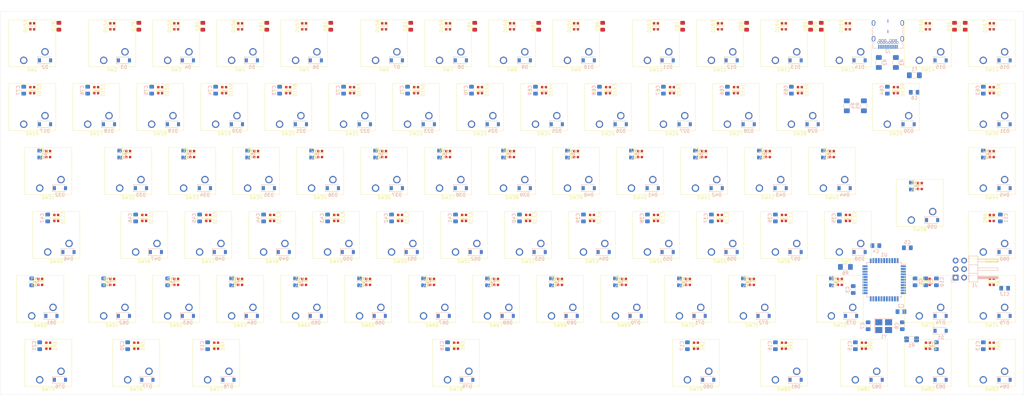
<source format=kicad_pcb>
(kicad_pcb (version 20171130) (host pcbnew 5.1.5+dfsg1-2build2)

  (general
    (thickness 1.6)
    (drawings 4)
    (tracks 0)
    (zones 0)
    (modules 353)
    (nets 215)
  )

  (page A3)
  (layers
    (0 F.Cu signal)
    (31 B.Cu signal)
    (32 B.Adhes user)
    (33 F.Adhes user)
    (34 B.Paste user)
    (35 F.Paste user)
    (36 B.SilkS user)
    (37 F.SilkS user)
    (38 B.Mask user)
    (39 F.Mask user)
    (40 Dwgs.User user)
    (41 Cmts.User user)
    (42 Eco1.User user)
    (43 Eco2.User user)
    (44 Edge.Cuts user)
    (45 Margin user)
    (46 B.CrtYd user)
    (47 F.CrtYd user)
    (48 B.Fab user)
    (49 F.Fab user)
  )

  (setup
    (last_trace_width 0.25)
    (trace_clearance 0.2)
    (zone_clearance 0.508)
    (zone_45_only no)
    (trace_min 0.2)
    (via_size 0.8)
    (via_drill 0.4)
    (via_min_size 0.6)
    (via_min_drill 0.3)
    (uvia_size 0.3)
    (uvia_drill 0.1)
    (uvias_allowed no)
    (uvia_min_size 0.2)
    (uvia_min_drill 0.1)
    (edge_width 0.05)
    (segment_width 0.2)
    (pcb_text_width 0.3)
    (pcb_text_size 1.5 1.5)
    (mod_edge_width 0.12)
    (mod_text_size 1 1)
    (mod_text_width 0.15)
    (pad_size 1.524 1.524)
    (pad_drill 0.762)
    (pad_to_mask_clearance 0.051)
    (solder_mask_min_width 0.25)
    (aux_axis_origin 0 0)
    (visible_elements FFFFF77F)
    (pcbplotparams
      (layerselection 0x010fc_ffffffff)
      (usegerberextensions false)
      (usegerberattributes false)
      (usegerberadvancedattributes false)
      (creategerberjobfile false)
      (excludeedgelayer true)
      (linewidth 0.100000)
      (plotframeref false)
      (viasonmask false)
      (mode 1)
      (useauxorigin false)
      (hpglpennumber 1)
      (hpglpenspeed 20)
      (hpglpendiameter 15.000000)
      (psnegative false)
      (psa4output false)
      (plotreference true)
      (plotvalue true)
      (plotinvisibletext false)
      (padsonsilk false)
      (subtractmaskfromsilk false)
      (outputformat 1)
      (mirror false)
      (drillshape 1)
      (scaleselection 1)
      (outputdirectory ""))
  )

  (net 0 "")
  (net 1 GND)
  (net 2 +5V)
  (net 3 "Net-(C7-Pad1)")
  (net 4 "Net-(C8-Pad2)")
  (net 5 "Net-(C9-Pad1)")
  (net 6 RST)
  (net 7 ROW0)
  (net 8 "Net-(D2-Pad2)")
  (net 9 "Net-(D3-Pad2)")
  (net 10 "Net-(D4-Pad2)")
  (net 11 "Net-(D5-Pad2)")
  (net 12 "Net-(D6-Pad2)")
  (net 13 "Net-(D7-Pad2)")
  (net 14 "Net-(D8-Pad2)")
  (net 15 "Net-(D9-Pad2)")
  (net 16 "Net-(D10-Pad2)")
  (net 17 "Net-(D11-Pad2)")
  (net 18 "Net-(D12-Pad2)")
  (net 19 "Net-(D13-Pad2)")
  (net 20 "Net-(D14-Pad2)")
  (net 21 "Net-(D15-Pad2)")
  (net 22 "Net-(D16-Pad2)")
  (net 23 ROW1)
  (net 24 "Net-(D17-Pad2)")
  (net 25 "Net-(D18-Pad2)")
  (net 26 "Net-(D19-Pad2)")
  (net 27 "Net-(D20-Pad2)")
  (net 28 "Net-(D21-Pad2)")
  (net 29 "Net-(D22-Pad2)")
  (net 30 "Net-(D23-Pad2)")
  (net 31 "Net-(D24-Pad2)")
  (net 32 "Net-(D25-Pad2)")
  (net 33 "Net-(D26-Pad2)")
  (net 34 "Net-(D27-Pad2)")
  (net 35 "Net-(D28-Pad2)")
  (net 36 "Net-(D29-Pad2)")
  (net 37 "Net-(D30-Pad2)")
  (net 38 "Net-(D31-Pad2)")
  (net 39 "Net-(D32-Pad2)")
  (net 40 ROW2)
  (net 41 "Net-(D33-Pad2)")
  (net 42 "Net-(D34-Pad2)")
  (net 43 "Net-(D35-Pad2)")
  (net 44 "Net-(D36-Pad2)")
  (net 45 "Net-(D37-Pad2)")
  (net 46 "Net-(D38-Pad2)")
  (net 47 "Net-(D39-Pad2)")
  (net 48 "Net-(D40-Pad2)")
  (net 49 "Net-(D41-Pad2)")
  (net 50 "Net-(D42-Pad2)")
  (net 51 "Net-(D43-Pad2)")
  (net 52 "Net-(D44-Pad2)")
  (net 53 "Net-(D45-Pad2)")
  (net 54 "Net-(D46-Pad2)")
  (net 55 ROW3)
  (net 56 "Net-(D47-Pad2)")
  (net 57 "Net-(D48-Pad2)")
  (net 58 "Net-(D49-Pad2)")
  (net 59 "Net-(D50-Pad2)")
  (net 60 "Net-(D51-Pad2)")
  (net 61 "Net-(D52-Pad2)")
  (net 62 "Net-(D53-Pad2)")
  (net 63 "Net-(D54-Pad2)")
  (net 64 "Net-(D55-Pad2)")
  (net 65 "Net-(D56-Pad2)")
  (net 66 "Net-(D57-Pad2)")
  (net 67 "Net-(D58-Pad2)")
  (net 68 "Net-(D59-Pad2)")
  (net 69 "Net-(D60-Pad2)")
  (net 70 ROW4)
  (net 71 "Net-(D61-Pad2)")
  (net 72 "Net-(D62-Pad2)")
  (net 73 "Net-(D63-Pad2)")
  (net 74 "Net-(D64-Pad2)")
  (net 75 "Net-(D65-Pad2)")
  (net 76 "Net-(D66-Pad2)")
  (net 77 "Net-(D67-Pad2)")
  (net 78 "Net-(D68-Pad2)")
  (net 79 "Net-(D69-Pad2)")
  (net 80 "Net-(D70-Pad2)")
  (net 81 "Net-(D71-Pad2)")
  (net 82 "Net-(D72-Pad2)")
  (net 83 "Net-(D73-Pad2)")
  (net 84 "Net-(D74-Pad2)")
  (net 85 "Net-(D75-Pad2)")
  (net 86 ROW5)
  (net 87 "Net-(D76-Pad2)")
  (net 88 "Net-(D77-Pad2)")
  (net 89 "Net-(D78-Pad2)")
  (net 90 "Net-(D79-Pad2)")
  (net 91 "Net-(D80-Pad2)")
  (net 92 "Net-(D81-Pad2)")
  (net 93 "Net-(D82-Pad2)")
  (net 94 "Net-(D83-Pad2)")
  (net 95 "Net-(D84-Pad2)")
  (net 96 "Net-(D85-Pad2)")
  (net 97 DIN)
  (net 98 "Net-(D86-Pad2)")
  (net 99 "Net-(D87-Pad2)")
  (net 100 "Net-(D88-Pad2)")
  (net 101 "Net-(D89-Pad2)")
  (net 102 "Net-(D90-Pad2)")
  (net 103 "Net-(D91-Pad2)")
  (net 104 "Net-(D92-Pad2)")
  (net 105 "Net-(D93-Pad2)")
  (net 106 "Net-(D94-Pad2)")
  (net 107 "Net-(D95-Pad2)")
  (net 108 "Net-(D96-Pad2)")
  (net 109 "Net-(D97-Pad2)")
  (net 110 "Net-(D98-Pad2)")
  (net 111 "Net-(D100-Pad4)")
  (net 112 "Net-(D100-Pad2)")
  (net 113 "Net-(D101-Pad2)")
  (net 114 "Net-(D102-Pad2)")
  (net 115 "Net-(D103-Pad2)")
  (net 116 "Net-(D104-Pad2)")
  (net 117 "Net-(D105-Pad2)")
  (net 118 "Net-(D106-Pad2)")
  (net 119 "Net-(D107-Pad2)")
  (net 120 "Net-(D108-Pad2)")
  (net 121 "Net-(D109-Pad2)")
  (net 122 "Net-(D110-Pad2)")
  (net 123 "Net-(D111-Pad2)")
  (net 124 "Net-(D112-Pad2)")
  (net 125 "Net-(D113-Pad2)")
  (net 126 "Net-(D114-Pad2)")
  (net 127 "Net-(D115-Pad2)")
  (net 128 "Net-(D116-Pad2)")
  (net 129 "Net-(D117-Pad2)")
  (net 130 "Net-(D118-Pad2)")
  (net 131 "Net-(D119-Pad2)")
  (net 132 "Net-(D120-Pad2)")
  (net 133 "Net-(D121-Pad2)")
  (net 134 "Net-(D122-Pad2)")
  (net 135 "Net-(D123-Pad2)")
  (net 136 "Net-(D124-Pad2)")
  (net 137 "Net-(D125-Pad2)")
  (net 138 "Net-(D126-Pad2)")
  (net 139 "Net-(D127-Pad2)")
  (net 140 "Net-(D128-Pad2)")
  (net 141 "Net-(D129-Pad2)")
  (net 142 "Net-(D130-Pad2)")
  (net 143 "Net-(D131-Pad2)")
  (net 144 "Net-(D132-Pad2)")
  (net 145 "Net-(D133-Pad2)")
  (net 146 "Net-(D134-Pad2)")
  (net 147 "Net-(D135-Pad2)")
  (net 148 "Net-(D136-Pad2)")
  (net 149 "Net-(D137-Pad2)")
  (net 150 "Net-(D138-Pad2)")
  (net 151 "Net-(D139-Pad2)")
  (net 152 "Net-(D140-Pad2)")
  (net 153 "Net-(D141-Pad2)")
  (net 154 "Net-(D142-Pad2)")
  (net 155 "Net-(D143-Pad2)")
  (net 156 "Net-(D144-Pad2)")
  (net 157 "Net-(D145-Pad2)")
  (net 158 "Net-(D146-Pad2)")
  (net 159 "Net-(D147-Pad2)")
  (net 160 "Net-(D148-Pad2)")
  (net 161 "Net-(D149-Pad2)")
  (net 162 "Net-(D150-Pad2)")
  (net 163 "Net-(D151-Pad2)")
  (net 164 "Net-(D152-Pad2)")
  (net 165 "Net-(D153-Pad2)")
  (net 166 "Net-(D154-Pad2)")
  (net 167 "Net-(D155-Pad2)")
  (net 168 "Net-(D156-Pad2)")
  (net 169 "Net-(D157-Pad2)")
  (net 170 "Net-(D158-Pad2)")
  (net 171 "Net-(D159-Pad2)")
  (net 172 "Net-(D160-Pad2)")
  (net 173 "Net-(D161-Pad2)")
  (net 174 "Net-(D162-Pad2)")
  (net 175 "Net-(D163-Pad2)")
  (net 176 "Net-(D164-Pad2)")
  (net 177 "Net-(D165-Pad2)")
  (net 178 "Net-(D166-Pad2)")
  (net 179 "Net-(D167-Pad2)")
  (net 180 "Net-(F1-Pad2)")
  (net 181 COL02)
  (net 182 COL00)
  (net 183 COL01)
  (net 184 "Net-(J2-PadA11)")
  (net 185 "Net-(J2-PadA10)")
  (net 186 "Net-(J2-PadA8)")
  (net 187 D-)
  (net 188 D+)
  (net 189 "Net-(J2-PadA5)")
  (net 190 "Net-(J2-PadA3)")
  (net 191 "Net-(J2-PadA2)")
  (net 192 "Net-(J2-PadB10)")
  (net 193 "Net-(J2-PadB3)")
  (net 194 "Net-(J2-PadB8)")
  (net 195 "Net-(J2-PadB5)")
  (net 196 "Net-(J2-PadB2)")
  (net 197 "Net-(J2-PadB11)")
  (net 198 "Net-(R6-Pad2)")
  (net 199 COL03)
  (net 200 COL04)
  (net 201 COL06)
  (net 202 COL07)
  (net 203 COL08)
  (net 204 COL09)
  (net 205 COL10)
  (net 206 COL11)
  (net 207 COL12)
  (net 208 COL13)
  (net 209 COL14)
  (net 210 COL15)
  (net 211 COL05)
  (net 212 "Net-(U1-Pad1)")
  (net 213 "Net-(U1-Pad8)")
  (net 214 "Net-(U1-Pad42)")

  (net_class Default "Dies ist die voreingestellte Netzklasse."
    (clearance 0.2)
    (trace_width 0.25)
    (via_dia 0.8)
    (via_drill 0.4)
    (uvia_dia 0.3)
    (uvia_drill 0.1)
    (add_net +5V)
    (add_net COL00)
    (add_net COL01)
    (add_net COL02)
    (add_net COL03)
    (add_net COL04)
    (add_net COL05)
    (add_net COL06)
    (add_net COL07)
    (add_net COL08)
    (add_net COL09)
    (add_net COL10)
    (add_net COL11)
    (add_net COL12)
    (add_net COL13)
    (add_net COL14)
    (add_net COL15)
    (add_net D+)
    (add_net D-)
    (add_net DIN)
    (add_net GND)
    (add_net "Net-(C7-Pad1)")
    (add_net "Net-(C8-Pad2)")
    (add_net "Net-(C9-Pad1)")
    (add_net "Net-(D10-Pad2)")
    (add_net "Net-(D100-Pad2)")
    (add_net "Net-(D100-Pad4)")
    (add_net "Net-(D101-Pad2)")
    (add_net "Net-(D102-Pad2)")
    (add_net "Net-(D103-Pad2)")
    (add_net "Net-(D104-Pad2)")
    (add_net "Net-(D105-Pad2)")
    (add_net "Net-(D106-Pad2)")
    (add_net "Net-(D107-Pad2)")
    (add_net "Net-(D108-Pad2)")
    (add_net "Net-(D109-Pad2)")
    (add_net "Net-(D11-Pad2)")
    (add_net "Net-(D110-Pad2)")
    (add_net "Net-(D111-Pad2)")
    (add_net "Net-(D112-Pad2)")
    (add_net "Net-(D113-Pad2)")
    (add_net "Net-(D114-Pad2)")
    (add_net "Net-(D115-Pad2)")
    (add_net "Net-(D116-Pad2)")
    (add_net "Net-(D117-Pad2)")
    (add_net "Net-(D118-Pad2)")
    (add_net "Net-(D119-Pad2)")
    (add_net "Net-(D12-Pad2)")
    (add_net "Net-(D120-Pad2)")
    (add_net "Net-(D121-Pad2)")
    (add_net "Net-(D122-Pad2)")
    (add_net "Net-(D123-Pad2)")
    (add_net "Net-(D124-Pad2)")
    (add_net "Net-(D125-Pad2)")
    (add_net "Net-(D126-Pad2)")
    (add_net "Net-(D127-Pad2)")
    (add_net "Net-(D128-Pad2)")
    (add_net "Net-(D129-Pad2)")
    (add_net "Net-(D13-Pad2)")
    (add_net "Net-(D130-Pad2)")
    (add_net "Net-(D131-Pad2)")
    (add_net "Net-(D132-Pad2)")
    (add_net "Net-(D133-Pad2)")
    (add_net "Net-(D134-Pad2)")
    (add_net "Net-(D135-Pad2)")
    (add_net "Net-(D136-Pad2)")
    (add_net "Net-(D137-Pad2)")
    (add_net "Net-(D138-Pad2)")
    (add_net "Net-(D139-Pad2)")
    (add_net "Net-(D14-Pad2)")
    (add_net "Net-(D140-Pad2)")
    (add_net "Net-(D141-Pad2)")
    (add_net "Net-(D142-Pad2)")
    (add_net "Net-(D143-Pad2)")
    (add_net "Net-(D144-Pad2)")
    (add_net "Net-(D145-Pad2)")
    (add_net "Net-(D146-Pad2)")
    (add_net "Net-(D147-Pad2)")
    (add_net "Net-(D148-Pad2)")
    (add_net "Net-(D149-Pad2)")
    (add_net "Net-(D15-Pad2)")
    (add_net "Net-(D150-Pad2)")
    (add_net "Net-(D151-Pad2)")
    (add_net "Net-(D152-Pad2)")
    (add_net "Net-(D153-Pad2)")
    (add_net "Net-(D154-Pad2)")
    (add_net "Net-(D155-Pad2)")
    (add_net "Net-(D156-Pad2)")
    (add_net "Net-(D157-Pad2)")
    (add_net "Net-(D158-Pad2)")
    (add_net "Net-(D159-Pad2)")
    (add_net "Net-(D16-Pad2)")
    (add_net "Net-(D160-Pad2)")
    (add_net "Net-(D161-Pad2)")
    (add_net "Net-(D162-Pad2)")
    (add_net "Net-(D163-Pad2)")
    (add_net "Net-(D164-Pad2)")
    (add_net "Net-(D165-Pad2)")
    (add_net "Net-(D166-Pad2)")
    (add_net "Net-(D167-Pad2)")
    (add_net "Net-(D17-Pad2)")
    (add_net "Net-(D18-Pad2)")
    (add_net "Net-(D19-Pad2)")
    (add_net "Net-(D2-Pad2)")
    (add_net "Net-(D20-Pad2)")
    (add_net "Net-(D21-Pad2)")
    (add_net "Net-(D22-Pad2)")
    (add_net "Net-(D23-Pad2)")
    (add_net "Net-(D24-Pad2)")
    (add_net "Net-(D25-Pad2)")
    (add_net "Net-(D26-Pad2)")
    (add_net "Net-(D27-Pad2)")
    (add_net "Net-(D28-Pad2)")
    (add_net "Net-(D29-Pad2)")
    (add_net "Net-(D3-Pad2)")
    (add_net "Net-(D30-Pad2)")
    (add_net "Net-(D31-Pad2)")
    (add_net "Net-(D32-Pad2)")
    (add_net "Net-(D33-Pad2)")
    (add_net "Net-(D34-Pad2)")
    (add_net "Net-(D35-Pad2)")
    (add_net "Net-(D36-Pad2)")
    (add_net "Net-(D37-Pad2)")
    (add_net "Net-(D38-Pad2)")
    (add_net "Net-(D39-Pad2)")
    (add_net "Net-(D4-Pad2)")
    (add_net "Net-(D40-Pad2)")
    (add_net "Net-(D41-Pad2)")
    (add_net "Net-(D42-Pad2)")
    (add_net "Net-(D43-Pad2)")
    (add_net "Net-(D44-Pad2)")
    (add_net "Net-(D45-Pad2)")
    (add_net "Net-(D46-Pad2)")
    (add_net "Net-(D47-Pad2)")
    (add_net "Net-(D48-Pad2)")
    (add_net "Net-(D49-Pad2)")
    (add_net "Net-(D5-Pad2)")
    (add_net "Net-(D50-Pad2)")
    (add_net "Net-(D51-Pad2)")
    (add_net "Net-(D52-Pad2)")
    (add_net "Net-(D53-Pad2)")
    (add_net "Net-(D54-Pad2)")
    (add_net "Net-(D55-Pad2)")
    (add_net "Net-(D56-Pad2)")
    (add_net "Net-(D57-Pad2)")
    (add_net "Net-(D58-Pad2)")
    (add_net "Net-(D59-Pad2)")
    (add_net "Net-(D6-Pad2)")
    (add_net "Net-(D60-Pad2)")
    (add_net "Net-(D61-Pad2)")
    (add_net "Net-(D62-Pad2)")
    (add_net "Net-(D63-Pad2)")
    (add_net "Net-(D64-Pad2)")
    (add_net "Net-(D65-Pad2)")
    (add_net "Net-(D66-Pad2)")
    (add_net "Net-(D67-Pad2)")
    (add_net "Net-(D68-Pad2)")
    (add_net "Net-(D69-Pad2)")
    (add_net "Net-(D7-Pad2)")
    (add_net "Net-(D70-Pad2)")
    (add_net "Net-(D71-Pad2)")
    (add_net "Net-(D72-Pad2)")
    (add_net "Net-(D73-Pad2)")
    (add_net "Net-(D74-Pad2)")
    (add_net "Net-(D75-Pad2)")
    (add_net "Net-(D76-Pad2)")
    (add_net "Net-(D77-Pad2)")
    (add_net "Net-(D78-Pad2)")
    (add_net "Net-(D79-Pad2)")
    (add_net "Net-(D8-Pad2)")
    (add_net "Net-(D80-Pad2)")
    (add_net "Net-(D81-Pad2)")
    (add_net "Net-(D82-Pad2)")
    (add_net "Net-(D83-Pad2)")
    (add_net "Net-(D84-Pad2)")
    (add_net "Net-(D85-Pad2)")
    (add_net "Net-(D86-Pad2)")
    (add_net "Net-(D87-Pad2)")
    (add_net "Net-(D88-Pad2)")
    (add_net "Net-(D89-Pad2)")
    (add_net "Net-(D9-Pad2)")
    (add_net "Net-(D90-Pad2)")
    (add_net "Net-(D91-Pad2)")
    (add_net "Net-(D92-Pad2)")
    (add_net "Net-(D93-Pad2)")
    (add_net "Net-(D94-Pad2)")
    (add_net "Net-(D95-Pad2)")
    (add_net "Net-(D96-Pad2)")
    (add_net "Net-(D97-Pad2)")
    (add_net "Net-(D98-Pad2)")
    (add_net "Net-(F1-Pad2)")
    (add_net "Net-(J2-PadA10)")
    (add_net "Net-(J2-PadA11)")
    (add_net "Net-(J2-PadA2)")
    (add_net "Net-(J2-PadA3)")
    (add_net "Net-(J2-PadA5)")
    (add_net "Net-(J2-PadA8)")
    (add_net "Net-(J2-PadB10)")
    (add_net "Net-(J2-PadB11)")
    (add_net "Net-(J2-PadB2)")
    (add_net "Net-(J2-PadB3)")
    (add_net "Net-(J2-PadB5)")
    (add_net "Net-(J2-PadB8)")
    (add_net "Net-(R6-Pad2)")
    (add_net "Net-(U1-Pad1)")
    (add_net "Net-(U1-Pad42)")
    (add_net "Net-(U1-Pad8)")
    (add_net ROW0)
    (add_net ROW1)
    (add_net ROW2)
    (add_net ROW3)
    (add_net ROW4)
    (add_net ROW5)
    (add_net RST)
  )

  (module kezboard-pcb:LED_WS2812_2020 (layer F.Cu) (tedit 5F1C4B34) (tstamp 5F1B709E)
    (at 314.325 118.745 90)
    (descr https://www.peace-corp.co.jp/data/WS2812-2020_V1.0_EN.pdf)
    (path /5F949B9C/5F9E7A8D)
    (fp_text reference D85 (at 0 -2 90) (layer F.SilkS)
      (effects (font (size 1 1) (thickness 0.15)))
    )
    (fp_text value WS2812B (at 0 2 90) (layer F.Fab)
      (effects (font (size 1 1) (thickness 0.15)))
    )
    (fp_poly (pts (xy 0.45 0.9) (xy 0.05 0.9) (xy 0.05 -0.9) (xy 0.45 -0.9)) (layer F.SilkS) (width 0.1))
    (fp_line (start 1.1 1.11) (end -1.1 1.11) (layer F.SilkS) (width 0.12))
    (fp_line (start -1.1 -1.11) (end 1.1 -1.11) (layer F.SilkS) (width 0.12))
    (fp_text user %R (at 0 0 90) (layer F.Fab)
      (effects (font (size 0.5 0.5) (thickness 0.1)))
    )
    (fp_line (start -1.1 1) (end -1.1 -1) (layer F.Fab) (width 0.1))
    (fp_line (start 1.1 1) (end -1.1 1) (layer F.Fab) (width 0.1))
    (fp_line (start 1.1 -1) (end 1.1 1) (layer F.Fab) (width 0.1))
    (fp_line (start -1.1 -1) (end 1.1 -1) (layer F.Fab) (width 0.1))
    (pad 1 smd rect (at -0.9015 0.55 90) (size 0.7 0.7) (layers F.Cu F.Paste F.Mask)
      (net 2 +5V))
    (pad 4 smd rect (at -0.9015 -0.55 90) (size 0.7 0.7) (layers F.Cu F.Paste F.Mask)
      (net 97 DIN))
    (pad 3 smd rect (at 0.9015 -0.55 90) (size 0.7 0.7) (layers F.Cu F.Paste F.Mask)
      (net 1 GND))
    (pad 2 smd rect (at 0.9015 0.55 90) (size 0.7 0.7) (layers F.Cu F.Paste F.Mask)
      (net 96 "Net-(D85-Pad2)"))
  )

  (module kezboard-pcb:LED_WS2812_2020 (layer F.Cu) (tedit 5F1C4B34) (tstamp 5F15F975)
    (at 333.375 99.695 90)
    (descr https://www.peace-corp.co.jp/data/WS2812-2020_V1.0_EN.pdf)
    (path /5F949B9C/5FD3F1F5)
    (fp_text reference D86 (at 0 -2 90) (layer F.SilkS)
      (effects (font (size 1 1) (thickness 0.15)))
    )
    (fp_text value WS2812B (at 0 2 90) (layer F.Fab)
      (effects (font (size 1 1) (thickness 0.15)))
    )
    (fp_poly (pts (xy 0.45 0.9) (xy 0.05 0.9) (xy 0.05 -0.9) (xy 0.45 -0.9)) (layer F.SilkS) (width 0.1))
    (fp_line (start 1.1 1.11) (end -1.1 1.11) (layer F.SilkS) (width 0.12))
    (fp_line (start -1.1 -1.11) (end 1.1 -1.11) (layer F.SilkS) (width 0.12))
    (fp_text user %R (at 0 0 90) (layer F.Fab)
      (effects (font (size 0.5 0.5) (thickness 0.1)))
    )
    (fp_line (start -1.1 1) (end -1.1 -1) (layer F.Fab) (width 0.1))
    (fp_line (start 1.1 1) (end -1.1 1) (layer F.Fab) (width 0.1))
    (fp_line (start 1.1 -1) (end 1.1 1) (layer F.Fab) (width 0.1))
    (fp_line (start -1.1 -1) (end 1.1 -1) (layer F.Fab) (width 0.1))
    (pad 1 smd rect (at -0.9015 0.55 90) (size 0.7 0.7) (layers F.Cu F.Paste F.Mask)
      (net 2 +5V))
    (pad 4 smd rect (at -0.9015 -0.55 90) (size 0.7 0.7) (layers F.Cu F.Paste F.Mask)
      (net 96 "Net-(D85-Pad2)"))
    (pad 3 smd rect (at 0.9015 -0.55 90) (size 0.7 0.7) (layers F.Cu F.Paste F.Mask)
      (net 1 GND))
    (pad 2 smd rect (at 0.9015 0.55 90) (size 0.7 0.7) (layers F.Cu F.Paste F.Mask)
      (net 98 "Net-(D86-Pad2)"))
  )

  (module kezboard-pcb:LED_WS2812_2020 (layer F.Cu) (tedit 5F1C4B34) (tstamp 5F1B738A)
    (at 333.375 118.745 270)
    (descr https://www.peace-corp.co.jp/data/WS2812-2020_V1.0_EN.pdf)
    (path /5F949B9C/5FD40FA8)
    (fp_text reference D87 (at 0 -2 90) (layer F.SilkS)
      (effects (font (size 1 1) (thickness 0.15)))
    )
    (fp_text value WS2812B (at 0 2 90) (layer F.Fab)
      (effects (font (size 1 1) (thickness 0.15)))
    )
    (fp_poly (pts (xy 0.45 0.9) (xy 0.05 0.9) (xy 0.05 -0.9) (xy 0.45 -0.9)) (layer F.SilkS) (width 0.1))
    (fp_line (start 1.1 1.11) (end -1.1 1.11) (layer F.SilkS) (width 0.12))
    (fp_line (start -1.1 -1.11) (end 1.1 -1.11) (layer F.SilkS) (width 0.12))
    (fp_text user %R (at 0 0 90) (layer F.Fab)
      (effects (font (size 0.5 0.5) (thickness 0.1)))
    )
    (fp_line (start -1.1 1) (end -1.1 -1) (layer F.Fab) (width 0.1))
    (fp_line (start 1.1 1) (end -1.1 1) (layer F.Fab) (width 0.1))
    (fp_line (start 1.1 -1) (end 1.1 1) (layer F.Fab) (width 0.1))
    (fp_line (start -1.1 -1) (end 1.1 -1) (layer F.Fab) (width 0.1))
    (pad 1 smd rect (at -0.9015 0.55 270) (size 0.7 0.7) (layers F.Cu F.Paste F.Mask)
      (net 2 +5V))
    (pad 4 smd rect (at -0.9015 -0.55 270) (size 0.7 0.7) (layers F.Cu F.Paste F.Mask)
      (net 98 "Net-(D86-Pad2)"))
    (pad 3 smd rect (at 0.9015 -0.55 270) (size 0.7 0.7) (layers F.Cu F.Paste F.Mask)
      (net 1 GND))
    (pad 2 smd rect (at 0.9015 0.55 270) (size 0.7 0.7) (layers F.Cu F.Paste F.Mask)
      (net 99 "Net-(D87-Pad2)"))
  )

  (module kezboard-pcb:LED_WS2812_2020 (layer F.Cu) (tedit 5F1C4B34) (tstamp 5F15F993)
    (at 333.375 137.795 270)
    (descr https://www.peace-corp.co.jp/data/WS2812-2020_V1.0_EN.pdf)
    (path /5F949B9C/5FD423CF)
    (fp_text reference D88 (at 0 -2 90) (layer F.SilkS)
      (effects (font (size 1 1) (thickness 0.15)))
    )
    (fp_text value WS2812B (at 0 2 90) (layer F.Fab)
      (effects (font (size 1 1) (thickness 0.15)))
    )
    (fp_poly (pts (xy 0.45 0.9) (xy 0.05 0.9) (xy 0.05 -0.9) (xy 0.45 -0.9)) (layer F.SilkS) (width 0.1))
    (fp_line (start 1.1 1.11) (end -1.1 1.11) (layer F.SilkS) (width 0.12))
    (fp_line (start -1.1 -1.11) (end 1.1 -1.11) (layer F.SilkS) (width 0.12))
    (fp_text user %R (at 0 0 90) (layer F.Fab)
      (effects (font (size 0.5 0.5) (thickness 0.1)))
    )
    (fp_line (start -1.1 1) (end -1.1 -1) (layer F.Fab) (width 0.1))
    (fp_line (start 1.1 1) (end -1.1 1) (layer F.Fab) (width 0.1))
    (fp_line (start 1.1 -1) (end 1.1 1) (layer F.Fab) (width 0.1))
    (fp_line (start -1.1 -1) (end 1.1 -1) (layer F.Fab) (width 0.1))
    (pad 1 smd rect (at -0.9015 0.55 270) (size 0.7 0.7) (layers F.Cu F.Paste F.Mask)
      (net 2 +5V))
    (pad 4 smd rect (at -0.9015 -0.55 270) (size 0.7 0.7) (layers F.Cu F.Paste F.Mask)
      (net 99 "Net-(D87-Pad2)"))
    (pad 3 smd rect (at 0.9015 -0.55 270) (size 0.7 0.7) (layers F.Cu F.Paste F.Mask)
      (net 1 GND))
    (pad 2 smd rect (at 0.9015 0.55 270) (size 0.7 0.7) (layers F.Cu F.Paste F.Mask)
      (net 100 "Net-(D88-Pad2)"))
  )

  (module kezboard-pcb:LED_WS2812_2020 (layer F.Cu) (tedit 5F1C4B34) (tstamp 5F15F9A2)
    (at 314.325 137.795 270)
    (descr https://www.peace-corp.co.jp/data/WS2812-2020_V1.0_EN.pdf)
    (path /5F949B9C/5FD43994)
    (fp_text reference D89 (at 0 -2 90) (layer F.SilkS)
      (effects (font (size 1 1) (thickness 0.15)))
    )
    (fp_text value WS2812B (at 0 2 90) (layer F.Fab)
      (effects (font (size 1 1) (thickness 0.15)))
    )
    (fp_poly (pts (xy 0.45 0.9) (xy 0.05 0.9) (xy 0.05 -0.9) (xy 0.45 -0.9)) (layer F.SilkS) (width 0.1))
    (fp_line (start 1.1 1.11) (end -1.1 1.11) (layer F.SilkS) (width 0.12))
    (fp_line (start -1.1 -1.11) (end 1.1 -1.11) (layer F.SilkS) (width 0.12))
    (fp_text user %R (at 0 0 90) (layer F.Fab)
      (effects (font (size 0.5 0.5) (thickness 0.1)))
    )
    (fp_line (start -1.1 1) (end -1.1 -1) (layer F.Fab) (width 0.1))
    (fp_line (start 1.1 1) (end -1.1 1) (layer F.Fab) (width 0.1))
    (fp_line (start 1.1 -1) (end 1.1 1) (layer F.Fab) (width 0.1))
    (fp_line (start -1.1 -1) (end 1.1 -1) (layer F.Fab) (width 0.1))
    (pad 1 smd rect (at -0.9015 0.55 270) (size 0.7 0.7) (layers F.Cu F.Paste F.Mask)
      (net 2 +5V))
    (pad 4 smd rect (at -0.9015 -0.55 270) (size 0.7 0.7) (layers F.Cu F.Paste F.Mask)
      (net 100 "Net-(D88-Pad2)"))
    (pad 3 smd rect (at 0.9015 -0.55 270) (size 0.7 0.7) (layers F.Cu F.Paste F.Mask)
      (net 1 GND))
    (pad 2 smd rect (at 0.9015 0.55 270) (size 0.7 0.7) (layers F.Cu F.Paste F.Mask)
      (net 101 "Net-(D89-Pad2)"))
  )

  (module kezboard-pcb:LED_WS2812_2020 (layer F.Cu) (tedit 5F1C4B34) (tstamp 5F15F9B1)
    (at 295.275 137.795 270)
    (descr https://www.peace-corp.co.jp/data/WS2812-2020_V1.0_EN.pdf)
    (path /5F949B9C/5F62CAD6)
    (fp_text reference D90 (at 0 -2 90) (layer F.SilkS)
      (effects (font (size 1 1) (thickness 0.15)))
    )
    (fp_text value WS2812B (at 0 2 90) (layer F.Fab)
      (effects (font (size 1 1) (thickness 0.15)))
    )
    (fp_poly (pts (xy 0.45 0.9) (xy 0.05 0.9) (xy 0.05 -0.9) (xy 0.45 -0.9)) (layer F.SilkS) (width 0.1))
    (fp_line (start 1.1 1.11) (end -1.1 1.11) (layer F.SilkS) (width 0.12))
    (fp_line (start -1.1 -1.11) (end 1.1 -1.11) (layer F.SilkS) (width 0.12))
    (fp_text user %R (at 0 0 90) (layer F.Fab)
      (effects (font (size 0.5 0.5) (thickness 0.1)))
    )
    (fp_line (start -1.1 1) (end -1.1 -1) (layer F.Fab) (width 0.1))
    (fp_line (start 1.1 1) (end -1.1 1) (layer F.Fab) (width 0.1))
    (fp_line (start 1.1 -1) (end 1.1 1) (layer F.Fab) (width 0.1))
    (fp_line (start -1.1 -1) (end 1.1 -1) (layer F.Fab) (width 0.1))
    (pad 1 smd rect (at -0.9015 0.55 270) (size 0.7 0.7) (layers F.Cu F.Paste F.Mask)
      (net 2 +5V))
    (pad 4 smd rect (at -0.9015 -0.55 270) (size 0.7 0.7) (layers F.Cu F.Paste F.Mask)
      (net 101 "Net-(D89-Pad2)"))
    (pad 3 smd rect (at 0.9015 -0.55 270) (size 0.7 0.7) (layers F.Cu F.Paste F.Mask)
      (net 1 GND))
    (pad 2 smd rect (at 0.9015 0.55 270) (size 0.7 0.7) (layers F.Cu F.Paste F.Mask)
      (net 102 "Net-(D90-Pad2)"))
  )

  (module kezboard-pcb:LED_WS2812_2020 (layer F.Cu) (tedit 5F1C4B34) (tstamp 5F15F9C0)
    (at 271.4625 137.795 270)
    (descr https://www.peace-corp.co.jp/data/WS2812-2020_V1.0_EN.pdf)
    (path /5F949B9C/5F62CAF9)
    (fp_text reference D91 (at 0 -2 90) (layer F.SilkS)
      (effects (font (size 1 1) (thickness 0.15)))
    )
    (fp_text value WS2812B (at 0 2 90) (layer F.Fab)
      (effects (font (size 1 1) (thickness 0.15)))
    )
    (fp_poly (pts (xy 0.45 0.9) (xy 0.05 0.9) (xy 0.05 -0.9) (xy 0.45 -0.9)) (layer F.SilkS) (width 0.1))
    (fp_line (start 1.1 1.11) (end -1.1 1.11) (layer F.SilkS) (width 0.12))
    (fp_line (start -1.1 -1.11) (end 1.1 -1.11) (layer F.SilkS) (width 0.12))
    (fp_text user %R (at 0 0 90) (layer F.Fab)
      (effects (font (size 0.5 0.5) (thickness 0.1)))
    )
    (fp_line (start -1.1 1) (end -1.1 -1) (layer F.Fab) (width 0.1))
    (fp_line (start 1.1 1) (end -1.1 1) (layer F.Fab) (width 0.1))
    (fp_line (start 1.1 -1) (end 1.1 1) (layer F.Fab) (width 0.1))
    (fp_line (start -1.1 -1) (end 1.1 -1) (layer F.Fab) (width 0.1))
    (pad 1 smd rect (at -0.9015 0.55 270) (size 0.7 0.7) (layers F.Cu F.Paste F.Mask)
      (net 2 +5V))
    (pad 4 smd rect (at -0.9015 -0.55 270) (size 0.7 0.7) (layers F.Cu F.Paste F.Mask)
      (net 102 "Net-(D90-Pad2)"))
    (pad 3 smd rect (at 0.9015 -0.55 270) (size 0.7 0.7) (layers F.Cu F.Paste F.Mask)
      (net 1 GND))
    (pad 2 smd rect (at 0.9015 0.55 270) (size 0.7 0.7) (layers F.Cu F.Paste F.Mask)
      (net 103 "Net-(D91-Pad2)"))
  )

  (module kezboard-pcb:LED_WS2812_2020 (layer F.Cu) (tedit 5F1C4B34) (tstamp 5F15F9CF)
    (at 245.26875 137.795 270)
    (descr https://www.peace-corp.co.jp/data/WS2812-2020_V1.0_EN.pdf)
    (path /5F949B9C/5F62CB1C)
    (fp_text reference D92 (at 0 -2 90) (layer F.SilkS)
      (effects (font (size 1 1) (thickness 0.15)))
    )
    (fp_text value WS2812B (at 0 2 90) (layer F.Fab)
      (effects (font (size 1 1) (thickness 0.15)))
    )
    (fp_poly (pts (xy 0.45 0.9) (xy 0.05 0.9) (xy 0.05 -0.9) (xy 0.45 -0.9)) (layer F.SilkS) (width 0.1))
    (fp_line (start 1.1 1.11) (end -1.1 1.11) (layer F.SilkS) (width 0.12))
    (fp_line (start -1.1 -1.11) (end 1.1 -1.11) (layer F.SilkS) (width 0.12))
    (fp_text user %R (at 0 0 90) (layer F.Fab)
      (effects (font (size 0.5 0.5) (thickness 0.1)))
    )
    (fp_line (start -1.1 1) (end -1.1 -1) (layer F.Fab) (width 0.1))
    (fp_line (start 1.1 1) (end -1.1 1) (layer F.Fab) (width 0.1))
    (fp_line (start 1.1 -1) (end 1.1 1) (layer F.Fab) (width 0.1))
    (fp_line (start -1.1 -1) (end 1.1 -1) (layer F.Fab) (width 0.1))
    (pad 1 smd rect (at -0.9015 0.55 270) (size 0.7 0.7) (layers F.Cu F.Paste F.Mask)
      (net 2 +5V))
    (pad 4 smd rect (at -0.9015 -0.55 270) (size 0.7 0.7) (layers F.Cu F.Paste F.Mask)
      (net 103 "Net-(D91-Pad2)"))
    (pad 3 smd rect (at 0.9015 -0.55 270) (size 0.7 0.7) (layers F.Cu F.Paste F.Mask)
      (net 1 GND))
    (pad 2 smd rect (at 0.9015 0.55 270) (size 0.7 0.7) (layers F.Cu F.Paste F.Mask)
      (net 104 "Net-(D92-Pad2)"))
  )

  (module kezboard-pcb:LED_WS2812_2020 (layer F.Cu) (tedit 5F1C4B34) (tstamp 5F15F9DE)
    (at 173.83125 137.795 270)
    (descr https://www.peace-corp.co.jp/data/WS2812-2020_V1.0_EN.pdf)
    (path /5F949B9C/5F62CB3F)
    (fp_text reference D93 (at 0 -2 90) (layer F.SilkS)
      (effects (font (size 1 1) (thickness 0.15)))
    )
    (fp_text value WS2812B (at 0 2 90) (layer F.Fab)
      (effects (font (size 1 1) (thickness 0.15)))
    )
    (fp_poly (pts (xy 0.45 0.9) (xy 0.05 0.9) (xy 0.05 -0.9) (xy 0.45 -0.9)) (layer F.SilkS) (width 0.1))
    (fp_line (start 1.1 1.11) (end -1.1 1.11) (layer F.SilkS) (width 0.12))
    (fp_line (start -1.1 -1.11) (end 1.1 -1.11) (layer F.SilkS) (width 0.12))
    (fp_text user %R (at 0 0 90) (layer F.Fab)
      (effects (font (size 0.5 0.5) (thickness 0.1)))
    )
    (fp_line (start -1.1 1) (end -1.1 -1) (layer F.Fab) (width 0.1))
    (fp_line (start 1.1 1) (end -1.1 1) (layer F.Fab) (width 0.1))
    (fp_line (start 1.1 -1) (end 1.1 1) (layer F.Fab) (width 0.1))
    (fp_line (start -1.1 -1) (end 1.1 -1) (layer F.Fab) (width 0.1))
    (pad 1 smd rect (at -0.9015 0.55 270) (size 0.7 0.7) (layers F.Cu F.Paste F.Mask)
      (net 2 +5V))
    (pad 4 smd rect (at -0.9015 -0.55 270) (size 0.7 0.7) (layers F.Cu F.Paste F.Mask)
      (net 104 "Net-(D92-Pad2)"))
    (pad 3 smd rect (at 0.9015 -0.55 270) (size 0.7 0.7) (layers F.Cu F.Paste F.Mask)
      (net 1 GND))
    (pad 2 smd rect (at 0.9015 0.55 270) (size 0.7 0.7) (layers F.Cu F.Paste F.Mask)
      (net 105 "Net-(D93-Pad2)"))
  )

  (module kezboard-pcb:LED_WS2812_2020 (layer F.Cu) (tedit 5F1C4B34) (tstamp 5F15F9ED)
    (at 102.39375 137.795 270)
    (descr https://www.peace-corp.co.jp/data/WS2812-2020_V1.0_EN.pdf)
    (path /5F949B9C/5F62CB61)
    (fp_text reference D94 (at 0 -2 90) (layer F.SilkS)
      (effects (font (size 1 1) (thickness 0.15)))
    )
    (fp_text value WS2812B (at 0 2 90) (layer F.Fab)
      (effects (font (size 1 1) (thickness 0.15)))
    )
    (fp_poly (pts (xy 0.45 0.9) (xy 0.05 0.9) (xy 0.05 -0.9) (xy 0.45 -0.9)) (layer F.SilkS) (width 0.1))
    (fp_line (start 1.1 1.11) (end -1.1 1.11) (layer F.SilkS) (width 0.12))
    (fp_line (start -1.1 -1.11) (end 1.1 -1.11) (layer F.SilkS) (width 0.12))
    (fp_text user %R (at 0 0 90) (layer F.Fab)
      (effects (font (size 0.5 0.5) (thickness 0.1)))
    )
    (fp_line (start -1.1 1) (end -1.1 -1) (layer F.Fab) (width 0.1))
    (fp_line (start 1.1 1) (end -1.1 1) (layer F.Fab) (width 0.1))
    (fp_line (start 1.1 -1) (end 1.1 1) (layer F.Fab) (width 0.1))
    (fp_line (start -1.1 -1) (end 1.1 -1) (layer F.Fab) (width 0.1))
    (pad 1 smd rect (at -0.9015 0.55 270) (size 0.7 0.7) (layers F.Cu F.Paste F.Mask)
      (net 2 +5V))
    (pad 4 smd rect (at -0.9015 -0.55 270) (size 0.7 0.7) (layers F.Cu F.Paste F.Mask)
      (net 105 "Net-(D93-Pad2)"))
    (pad 3 smd rect (at 0.9015 -0.55 270) (size 0.7 0.7) (layers F.Cu F.Paste F.Mask)
      (net 1 GND))
    (pad 2 smd rect (at 0.9015 0.55 270) (size 0.7 0.7) (layers F.Cu F.Paste F.Mask)
      (net 106 "Net-(D94-Pad2)"))
  )

  (module kezboard-pcb:LED_WS2812_2020 (layer F.Cu) (tedit 5F1C4B34) (tstamp 5F15F9FC)
    (at 78.58125 137.795 270)
    (descr https://www.peace-corp.co.jp/data/WS2812-2020_V1.0_EN.pdf)
    (path /5F949B9C/5F6A6266)
    (fp_text reference D95 (at 0 -2 90) (layer F.SilkS)
      (effects (font (size 1 1) (thickness 0.15)))
    )
    (fp_text value WS2812B (at 0 2 90) (layer F.Fab)
      (effects (font (size 1 1) (thickness 0.15)))
    )
    (fp_poly (pts (xy 0.45 0.9) (xy 0.05 0.9) (xy 0.05 -0.9) (xy 0.45 -0.9)) (layer F.SilkS) (width 0.1))
    (fp_line (start 1.1 1.11) (end -1.1 1.11) (layer F.SilkS) (width 0.12))
    (fp_line (start -1.1 -1.11) (end 1.1 -1.11) (layer F.SilkS) (width 0.12))
    (fp_text user %R (at 0 0 90) (layer F.Fab)
      (effects (font (size 0.5 0.5) (thickness 0.1)))
    )
    (fp_line (start -1.1 1) (end -1.1 -1) (layer F.Fab) (width 0.1))
    (fp_line (start 1.1 1) (end -1.1 1) (layer F.Fab) (width 0.1))
    (fp_line (start 1.1 -1) (end 1.1 1) (layer F.Fab) (width 0.1))
    (fp_line (start -1.1 -1) (end 1.1 -1) (layer F.Fab) (width 0.1))
    (pad 1 smd rect (at -0.9015 0.55 270) (size 0.7 0.7) (layers F.Cu F.Paste F.Mask)
      (net 2 +5V))
    (pad 4 smd rect (at -0.9015 -0.55 270) (size 0.7 0.7) (layers F.Cu F.Paste F.Mask)
      (net 106 "Net-(D94-Pad2)"))
    (pad 3 smd rect (at 0.9015 -0.55 270) (size 0.7 0.7) (layers F.Cu F.Paste F.Mask)
      (net 1 GND))
    (pad 2 smd rect (at 0.9015 0.55 270) (size 0.7 0.7) (layers F.Cu F.Paste F.Mask)
      (net 107 "Net-(D95-Pad2)"))
  )

  (module kezboard-pcb:LED_WS2812_2020 (layer F.Cu) (tedit 5F1C4B34) (tstamp 5F15FA0B)
    (at 52.3875 137.795 270)
    (descr https://www.peace-corp.co.jp/data/WS2812-2020_V1.0_EN.pdf)
    (path /5F949B9C/5F6A6289)
    (fp_text reference D96 (at 0 -2 90) (layer F.SilkS)
      (effects (font (size 1 1) (thickness 0.15)))
    )
    (fp_text value WS2812B (at 0 2 90) (layer F.Fab)
      (effects (font (size 1 1) (thickness 0.15)))
    )
    (fp_poly (pts (xy 0.45 0.9) (xy 0.05 0.9) (xy 0.05 -0.9) (xy 0.45 -0.9)) (layer F.SilkS) (width 0.1))
    (fp_line (start 1.1 1.11) (end -1.1 1.11) (layer F.SilkS) (width 0.12))
    (fp_line (start -1.1 -1.11) (end 1.1 -1.11) (layer F.SilkS) (width 0.12))
    (fp_text user %R (at 0 0 90) (layer F.Fab)
      (effects (font (size 0.5 0.5) (thickness 0.1)))
    )
    (fp_line (start -1.1 1) (end -1.1 -1) (layer F.Fab) (width 0.1))
    (fp_line (start 1.1 1) (end -1.1 1) (layer F.Fab) (width 0.1))
    (fp_line (start 1.1 -1) (end 1.1 1) (layer F.Fab) (width 0.1))
    (fp_line (start -1.1 -1) (end 1.1 -1) (layer F.Fab) (width 0.1))
    (pad 1 smd rect (at -0.9015 0.55 270) (size 0.7 0.7) (layers F.Cu F.Paste F.Mask)
      (net 2 +5V))
    (pad 4 smd rect (at -0.9015 -0.55 270) (size 0.7 0.7) (layers F.Cu F.Paste F.Mask)
      (net 107 "Net-(D95-Pad2)"))
    (pad 3 smd rect (at 0.9015 -0.55 270) (size 0.7 0.7) (layers F.Cu F.Paste F.Mask)
      (net 1 GND))
    (pad 2 smd rect (at 0.9015 0.55 270) (size 0.7 0.7) (layers F.Cu F.Paste F.Mask)
      (net 108 "Net-(D96-Pad2)"))
  )

  (module kezboard-pcb:LED_WS2812_2020 (layer F.Cu) (tedit 5F1C4B34) (tstamp 5F15FA1A)
    (at 50.00625 118.745 90)
    (descr https://www.peace-corp.co.jp/data/WS2812-2020_V1.0_EN.pdf)
    (path /5F949B9C/5F6A62AC)
    (fp_text reference D97 (at 0 -2 90) (layer F.SilkS)
      (effects (font (size 1 1) (thickness 0.15)))
    )
    (fp_text value WS2812B (at 0 2 90) (layer F.Fab)
      (effects (font (size 1 1) (thickness 0.15)))
    )
    (fp_poly (pts (xy 0.45 0.9) (xy 0.05 0.9) (xy 0.05 -0.9) (xy 0.45 -0.9)) (layer F.SilkS) (width 0.1))
    (fp_line (start 1.1 1.11) (end -1.1 1.11) (layer F.SilkS) (width 0.12))
    (fp_line (start -1.1 -1.11) (end 1.1 -1.11) (layer F.SilkS) (width 0.12))
    (fp_text user %R (at 0 0 90) (layer F.Fab)
      (effects (font (size 0.5 0.5) (thickness 0.1)))
    )
    (fp_line (start -1.1 1) (end -1.1 -1) (layer F.Fab) (width 0.1))
    (fp_line (start 1.1 1) (end -1.1 1) (layer F.Fab) (width 0.1))
    (fp_line (start 1.1 -1) (end 1.1 1) (layer F.Fab) (width 0.1))
    (fp_line (start -1.1 -1) (end 1.1 -1) (layer F.Fab) (width 0.1))
    (pad 1 smd rect (at -0.9015 0.55 90) (size 0.7 0.7) (layers F.Cu F.Paste F.Mask)
      (net 2 +5V))
    (pad 4 smd rect (at -0.9015 -0.55 90) (size 0.7 0.7) (layers F.Cu F.Paste F.Mask)
      (net 108 "Net-(D96-Pad2)"))
    (pad 3 smd rect (at 0.9015 -0.55 90) (size 0.7 0.7) (layers F.Cu F.Paste F.Mask)
      (net 1 GND))
    (pad 2 smd rect (at 0.9015 0.55 90) (size 0.7 0.7) (layers F.Cu F.Paste F.Mask)
      (net 109 "Net-(D97-Pad2)"))
  )

  (module kezboard-pcb:LED_WS2812_2020 (layer F.Cu) (tedit 5F1C4B34) (tstamp 5F15FA29)
    (at 71.4375 118.745 90)
    (descr https://www.peace-corp.co.jp/data/WS2812-2020_V1.0_EN.pdf)
    (path /5F949B9C/5F6A62CF)
    (fp_text reference D98 (at 0 -2 90) (layer F.SilkS)
      (effects (font (size 1 1) (thickness 0.15)))
    )
    (fp_text value WS2812B (at 0 2 90) (layer F.Fab)
      (effects (font (size 1 1) (thickness 0.15)))
    )
    (fp_poly (pts (xy 0.45 0.9) (xy 0.05 0.9) (xy 0.05 -0.9) (xy 0.45 -0.9)) (layer F.SilkS) (width 0.1))
    (fp_line (start 1.1 1.11) (end -1.1 1.11) (layer F.SilkS) (width 0.12))
    (fp_line (start -1.1 -1.11) (end 1.1 -1.11) (layer F.SilkS) (width 0.12))
    (fp_text user %R (at 0 0 90) (layer F.Fab)
      (effects (font (size 0.5 0.5) (thickness 0.1)))
    )
    (fp_line (start -1.1 1) (end -1.1 -1) (layer F.Fab) (width 0.1))
    (fp_line (start 1.1 1) (end -1.1 1) (layer F.Fab) (width 0.1))
    (fp_line (start 1.1 -1) (end 1.1 1) (layer F.Fab) (width 0.1))
    (fp_line (start -1.1 -1) (end 1.1 -1) (layer F.Fab) (width 0.1))
    (pad 1 smd rect (at -0.9015 0.55 90) (size 0.7 0.7) (layers F.Cu F.Paste F.Mask)
      (net 2 +5V))
    (pad 4 smd rect (at -0.9015 -0.55 90) (size 0.7 0.7) (layers F.Cu F.Paste F.Mask)
      (net 109 "Net-(D97-Pad2)"))
    (pad 3 smd rect (at 0.9015 -0.55 90) (size 0.7 0.7) (layers F.Cu F.Paste F.Mask)
      (net 1 GND))
    (pad 2 smd rect (at 0.9015 0.55 90) (size 0.7 0.7) (layers F.Cu F.Paste F.Mask)
      (net 110 "Net-(D98-Pad2)"))
  )

  (module kezboard-pcb:LED_WS2812_2020 (layer F.Cu) (tedit 5F1C4B34) (tstamp 5F15FA38)
    (at 90.4875 118.745 90)
    (descr https://www.peace-corp.co.jp/data/WS2812-2020_V1.0_EN.pdf)
    (path /5F949B9C/5F6A62F2)
    (fp_text reference D99 (at 0 -2 90) (layer F.SilkS)
      (effects (font (size 1 1) (thickness 0.15)))
    )
    (fp_text value WS2812B (at 0 2 90) (layer F.Fab)
      (effects (font (size 1 1) (thickness 0.15)))
    )
    (fp_poly (pts (xy 0.45 0.9) (xy 0.05 0.9) (xy 0.05 -0.9) (xy 0.45 -0.9)) (layer F.SilkS) (width 0.1))
    (fp_line (start 1.1 1.11) (end -1.1 1.11) (layer F.SilkS) (width 0.12))
    (fp_line (start -1.1 -1.11) (end 1.1 -1.11) (layer F.SilkS) (width 0.12))
    (fp_text user %R (at 0 0 90) (layer F.Fab)
      (effects (font (size 0.5 0.5) (thickness 0.1)))
    )
    (fp_line (start -1.1 1) (end -1.1 -1) (layer F.Fab) (width 0.1))
    (fp_line (start 1.1 1) (end -1.1 1) (layer F.Fab) (width 0.1))
    (fp_line (start 1.1 -1) (end 1.1 1) (layer F.Fab) (width 0.1))
    (fp_line (start -1.1 -1) (end 1.1 -1) (layer F.Fab) (width 0.1))
    (pad 1 smd rect (at -0.9015 0.55 90) (size 0.7 0.7) (layers F.Cu F.Paste F.Mask)
      (net 2 +5V))
    (pad 4 smd rect (at -0.9015 -0.55 90) (size 0.7 0.7) (layers F.Cu F.Paste F.Mask)
      (net 110 "Net-(D98-Pad2)"))
    (pad 3 smd rect (at 0.9015 -0.55 90) (size 0.7 0.7) (layers F.Cu F.Paste F.Mask)
      (net 1 GND))
    (pad 2 smd rect (at 0.9015 0.55 90) (size 0.7 0.7) (layers F.Cu F.Paste F.Mask)
      (net 111 "Net-(D100-Pad4)"))
  )

  (module kezboard-pcb:LED_WS2812_2020 (layer F.Cu) (tedit 5F1C4B34) (tstamp 5F15FA47)
    (at 109.5375 118.745 90)
    (descr https://www.peace-corp.co.jp/data/WS2812-2020_V1.0_EN.pdf)
    (path /5F949B9C/5F6A6315)
    (fp_text reference D100 (at 0 -2 90) (layer F.SilkS)
      (effects (font (size 1 1) (thickness 0.15)))
    )
    (fp_text value WS2812B (at 0 2 90) (layer F.Fab)
      (effects (font (size 1 1) (thickness 0.15)))
    )
    (fp_poly (pts (xy 0.45 0.9) (xy 0.05 0.9) (xy 0.05 -0.9) (xy 0.45 -0.9)) (layer F.SilkS) (width 0.1))
    (fp_line (start 1.1 1.11) (end -1.1 1.11) (layer F.SilkS) (width 0.12))
    (fp_line (start -1.1 -1.11) (end 1.1 -1.11) (layer F.SilkS) (width 0.12))
    (fp_text user %R (at 0 0 90) (layer F.Fab)
      (effects (font (size 0.5 0.5) (thickness 0.1)))
    )
    (fp_line (start -1.1 1) (end -1.1 -1) (layer F.Fab) (width 0.1))
    (fp_line (start 1.1 1) (end -1.1 1) (layer F.Fab) (width 0.1))
    (fp_line (start 1.1 -1) (end 1.1 1) (layer F.Fab) (width 0.1))
    (fp_line (start -1.1 -1) (end 1.1 -1) (layer F.Fab) (width 0.1))
    (pad 1 smd rect (at -0.9015 0.55 90) (size 0.7 0.7) (layers F.Cu F.Paste F.Mask)
      (net 2 +5V))
    (pad 4 smd rect (at -0.9015 -0.55 90) (size 0.7 0.7) (layers F.Cu F.Paste F.Mask)
      (net 111 "Net-(D100-Pad4)"))
    (pad 3 smd rect (at 0.9015 -0.55 90) (size 0.7 0.7) (layers F.Cu F.Paste F.Mask)
      (net 1 GND))
    (pad 2 smd rect (at 0.9015 0.55 90) (size 0.7 0.7) (layers F.Cu F.Paste F.Mask)
      (net 112 "Net-(D100-Pad2)"))
  )

  (module kezboard-pcb:LED_WS2812_2020 (layer F.Cu) (tedit 5F1C4B34) (tstamp 5F15FA56)
    (at 128.5875 118.745 90)
    (descr https://www.peace-corp.co.jp/data/WS2812-2020_V1.0_EN.pdf)
    (path /5F949B9C/5F6A6338)
    (fp_text reference D101 (at 0 -2 90) (layer F.SilkS)
      (effects (font (size 1 1) (thickness 0.15)))
    )
    (fp_text value WS2812B (at 0 2 90) (layer F.Fab)
      (effects (font (size 1 1) (thickness 0.15)))
    )
    (fp_poly (pts (xy 0.45 0.9) (xy 0.05 0.9) (xy 0.05 -0.9) (xy 0.45 -0.9)) (layer F.SilkS) (width 0.1))
    (fp_line (start 1.1 1.11) (end -1.1 1.11) (layer F.SilkS) (width 0.12))
    (fp_line (start -1.1 -1.11) (end 1.1 -1.11) (layer F.SilkS) (width 0.12))
    (fp_text user %R (at 0 0 90) (layer F.Fab)
      (effects (font (size 0.5 0.5) (thickness 0.1)))
    )
    (fp_line (start -1.1 1) (end -1.1 -1) (layer F.Fab) (width 0.1))
    (fp_line (start 1.1 1) (end -1.1 1) (layer F.Fab) (width 0.1))
    (fp_line (start 1.1 -1) (end 1.1 1) (layer F.Fab) (width 0.1))
    (fp_line (start -1.1 -1) (end 1.1 -1) (layer F.Fab) (width 0.1))
    (pad 1 smd rect (at -0.9015 0.55 90) (size 0.7 0.7) (layers F.Cu F.Paste F.Mask)
      (net 2 +5V))
    (pad 4 smd rect (at -0.9015 -0.55 90) (size 0.7 0.7) (layers F.Cu F.Paste F.Mask)
      (net 112 "Net-(D100-Pad2)"))
    (pad 3 smd rect (at 0.9015 -0.55 90) (size 0.7 0.7) (layers F.Cu F.Paste F.Mask)
      (net 1 GND))
    (pad 2 smd rect (at 0.9015 0.55 90) (size 0.7 0.7) (layers F.Cu F.Paste F.Mask)
      (net 113 "Net-(D101-Pad2)"))
  )

  (module kezboard-pcb:LED_WS2812_2020 (layer F.Cu) (tedit 5F1C4B34) (tstamp 5F15FA65)
    (at 147.6375 118.745 90)
    (descr https://www.peace-corp.co.jp/data/WS2812-2020_V1.0_EN.pdf)
    (path /5F949B9C/5F6A635B)
    (fp_text reference D102 (at 0 -2 90) (layer F.SilkS)
      (effects (font (size 1 1) (thickness 0.15)))
    )
    (fp_text value WS2812B (at 0 2 90) (layer F.Fab)
      (effects (font (size 1 1) (thickness 0.15)))
    )
    (fp_poly (pts (xy 0.45 0.9) (xy 0.05 0.9) (xy 0.05 -0.9) (xy 0.45 -0.9)) (layer F.SilkS) (width 0.1))
    (fp_line (start 1.1 1.11) (end -1.1 1.11) (layer F.SilkS) (width 0.12))
    (fp_line (start -1.1 -1.11) (end 1.1 -1.11) (layer F.SilkS) (width 0.12))
    (fp_text user %R (at 0 0 90) (layer F.Fab)
      (effects (font (size 0.5 0.5) (thickness 0.1)))
    )
    (fp_line (start -1.1 1) (end -1.1 -1) (layer F.Fab) (width 0.1))
    (fp_line (start 1.1 1) (end -1.1 1) (layer F.Fab) (width 0.1))
    (fp_line (start 1.1 -1) (end 1.1 1) (layer F.Fab) (width 0.1))
    (fp_line (start -1.1 -1) (end 1.1 -1) (layer F.Fab) (width 0.1))
    (pad 1 smd rect (at -0.9015 0.55 90) (size 0.7 0.7) (layers F.Cu F.Paste F.Mask)
      (net 2 +5V))
    (pad 4 smd rect (at -0.9015 -0.55 90) (size 0.7 0.7) (layers F.Cu F.Paste F.Mask)
      (net 113 "Net-(D101-Pad2)"))
    (pad 3 smd rect (at 0.9015 -0.55 90) (size 0.7 0.7) (layers F.Cu F.Paste F.Mask)
      (net 1 GND))
    (pad 2 smd rect (at 0.9015 0.55 90) (size 0.7 0.7) (layers F.Cu F.Paste F.Mask)
      (net 114 "Net-(D102-Pad2)"))
  )

  (module kezboard-pcb:LED_WS2812_2020 (layer F.Cu) (tedit 5F1C4B34) (tstamp 5F15FA74)
    (at 166.6875 118.745 90)
    (descr https://www.peace-corp.co.jp/data/WS2812-2020_V1.0_EN.pdf)
    (path /5F949B9C/5F6A637E)
    (fp_text reference D103 (at 0 -2 90) (layer F.SilkS)
      (effects (font (size 1 1) (thickness 0.15)))
    )
    (fp_text value WS2812B (at 0 2 90) (layer F.Fab)
      (effects (font (size 1 1) (thickness 0.15)))
    )
    (fp_poly (pts (xy 0.45 0.9) (xy 0.05 0.9) (xy 0.05 -0.9) (xy 0.45 -0.9)) (layer F.SilkS) (width 0.1))
    (fp_line (start 1.1 1.11) (end -1.1 1.11) (layer F.SilkS) (width 0.12))
    (fp_line (start -1.1 -1.11) (end 1.1 -1.11) (layer F.SilkS) (width 0.12))
    (fp_text user %R (at 0 0 90) (layer F.Fab)
      (effects (font (size 0.5 0.5) (thickness 0.1)))
    )
    (fp_line (start -1.1 1) (end -1.1 -1) (layer F.Fab) (width 0.1))
    (fp_line (start 1.1 1) (end -1.1 1) (layer F.Fab) (width 0.1))
    (fp_line (start 1.1 -1) (end 1.1 1) (layer F.Fab) (width 0.1))
    (fp_line (start -1.1 -1) (end 1.1 -1) (layer F.Fab) (width 0.1))
    (pad 1 smd rect (at -0.9015 0.55 90) (size 0.7 0.7) (layers F.Cu F.Paste F.Mask)
      (net 2 +5V))
    (pad 4 smd rect (at -0.9015 -0.55 90) (size 0.7 0.7) (layers F.Cu F.Paste F.Mask)
      (net 114 "Net-(D102-Pad2)"))
    (pad 3 smd rect (at 0.9015 -0.55 90) (size 0.7 0.7) (layers F.Cu F.Paste F.Mask)
      (net 1 GND))
    (pad 2 smd rect (at 0.9015 0.55 90) (size 0.7 0.7) (layers F.Cu F.Paste F.Mask)
      (net 115 "Net-(D103-Pad2)"))
  )

  (module kezboard-pcb:LED_WS2812_2020 (layer F.Cu) (tedit 5F1C4B34) (tstamp 5F15FA83)
    (at 185.7375 118.745 90)
    (descr https://www.peace-corp.co.jp/data/WS2812-2020_V1.0_EN.pdf)
    (path /5F949B9C/5F6A63A0)
    (fp_text reference D104 (at 0 -2 90) (layer F.SilkS)
      (effects (font (size 1 1) (thickness 0.15)))
    )
    (fp_text value WS2812B (at 0 2 90) (layer F.Fab)
      (effects (font (size 1 1) (thickness 0.15)))
    )
    (fp_poly (pts (xy 0.45 0.9) (xy 0.05 0.9) (xy 0.05 -0.9) (xy 0.45 -0.9)) (layer F.SilkS) (width 0.1))
    (fp_line (start 1.1 1.11) (end -1.1 1.11) (layer F.SilkS) (width 0.12))
    (fp_line (start -1.1 -1.11) (end 1.1 -1.11) (layer F.SilkS) (width 0.12))
    (fp_text user %R (at 0 0 90) (layer F.Fab)
      (effects (font (size 0.5 0.5) (thickness 0.1)))
    )
    (fp_line (start -1.1 1) (end -1.1 -1) (layer F.Fab) (width 0.1))
    (fp_line (start 1.1 1) (end -1.1 1) (layer F.Fab) (width 0.1))
    (fp_line (start 1.1 -1) (end 1.1 1) (layer F.Fab) (width 0.1))
    (fp_line (start -1.1 -1) (end 1.1 -1) (layer F.Fab) (width 0.1))
    (pad 1 smd rect (at -0.9015 0.55 90) (size 0.7 0.7) (layers F.Cu F.Paste F.Mask)
      (net 2 +5V))
    (pad 4 smd rect (at -0.9015 -0.55 90) (size 0.7 0.7) (layers F.Cu F.Paste F.Mask)
      (net 115 "Net-(D103-Pad2)"))
    (pad 3 smd rect (at 0.9015 -0.55 90) (size 0.7 0.7) (layers F.Cu F.Paste F.Mask)
      (net 1 GND))
    (pad 2 smd rect (at 0.9015 0.55 90) (size 0.7 0.7) (layers F.Cu F.Paste F.Mask)
      (net 116 "Net-(D104-Pad2)"))
  )

  (module kezboard-pcb:LED_WS2812_2020 (layer F.Cu) (tedit 5F1C4B34) (tstamp 5F15FA92)
    (at 204.7875 118.745 90)
    (descr https://www.peace-corp.co.jp/data/WS2812-2020_V1.0_EN.pdf)
    (path /5F949B9C/5F6DAEAD)
    (fp_text reference D105 (at 0 -2 90) (layer F.SilkS)
      (effects (font (size 1 1) (thickness 0.15)))
    )
    (fp_text value WS2812B (at 0 2 90) (layer F.Fab)
      (effects (font (size 1 1) (thickness 0.15)))
    )
    (fp_poly (pts (xy 0.45 0.9) (xy 0.05 0.9) (xy 0.05 -0.9) (xy 0.45 -0.9)) (layer F.SilkS) (width 0.1))
    (fp_line (start 1.1 1.11) (end -1.1 1.11) (layer F.SilkS) (width 0.12))
    (fp_line (start -1.1 -1.11) (end 1.1 -1.11) (layer F.SilkS) (width 0.12))
    (fp_text user %R (at 0 0 90) (layer F.Fab)
      (effects (font (size 0.5 0.5) (thickness 0.1)))
    )
    (fp_line (start -1.1 1) (end -1.1 -1) (layer F.Fab) (width 0.1))
    (fp_line (start 1.1 1) (end -1.1 1) (layer F.Fab) (width 0.1))
    (fp_line (start 1.1 -1) (end 1.1 1) (layer F.Fab) (width 0.1))
    (fp_line (start -1.1 -1) (end 1.1 -1) (layer F.Fab) (width 0.1))
    (pad 1 smd rect (at -0.9015 0.55 90) (size 0.7 0.7) (layers F.Cu F.Paste F.Mask)
      (net 2 +5V))
    (pad 4 smd rect (at -0.9015 -0.55 90) (size 0.7 0.7) (layers F.Cu F.Paste F.Mask)
      (net 116 "Net-(D104-Pad2)"))
    (pad 3 smd rect (at 0.9015 -0.55 90) (size 0.7 0.7) (layers F.Cu F.Paste F.Mask)
      (net 1 GND))
    (pad 2 smd rect (at 0.9015 0.55 90) (size 0.7 0.7) (layers F.Cu F.Paste F.Mask)
      (net 117 "Net-(D105-Pad2)"))
  )

  (module kezboard-pcb:LED_WS2812_2020 (layer F.Cu) (tedit 5F1C4B34) (tstamp 5F15FAA1)
    (at 223.8375 118.745 90)
    (descr https://www.peace-corp.co.jp/data/WS2812-2020_V1.0_EN.pdf)
    (path /5F949B9C/5F6DAED0)
    (fp_text reference D106 (at 0 -2 90) (layer F.SilkS)
      (effects (font (size 1 1) (thickness 0.15)))
    )
    (fp_text value WS2812B (at 0 2 90) (layer F.Fab)
      (effects (font (size 1 1) (thickness 0.15)))
    )
    (fp_poly (pts (xy 0.45 0.9) (xy 0.05 0.9) (xy 0.05 -0.9) (xy 0.45 -0.9)) (layer F.SilkS) (width 0.1))
    (fp_line (start 1.1 1.11) (end -1.1 1.11) (layer F.SilkS) (width 0.12))
    (fp_line (start -1.1 -1.11) (end 1.1 -1.11) (layer F.SilkS) (width 0.12))
    (fp_text user %R (at 0 0 90) (layer F.Fab)
      (effects (font (size 0.5 0.5) (thickness 0.1)))
    )
    (fp_line (start -1.1 1) (end -1.1 -1) (layer F.Fab) (width 0.1))
    (fp_line (start 1.1 1) (end -1.1 1) (layer F.Fab) (width 0.1))
    (fp_line (start 1.1 -1) (end 1.1 1) (layer F.Fab) (width 0.1))
    (fp_line (start -1.1 -1) (end 1.1 -1) (layer F.Fab) (width 0.1))
    (pad 1 smd rect (at -0.9015 0.55 90) (size 0.7 0.7) (layers F.Cu F.Paste F.Mask)
      (net 2 +5V))
    (pad 4 smd rect (at -0.9015 -0.55 90) (size 0.7 0.7) (layers F.Cu F.Paste F.Mask)
      (net 117 "Net-(D105-Pad2)"))
    (pad 3 smd rect (at 0.9015 -0.55 90) (size 0.7 0.7) (layers F.Cu F.Paste F.Mask)
      (net 1 GND))
    (pad 2 smd rect (at 0.9015 0.55 90) (size 0.7 0.7) (layers F.Cu F.Paste F.Mask)
      (net 118 "Net-(D106-Pad2)"))
  )

  (module kezboard-pcb:LED_WS2812_2020 (layer F.Cu) (tedit 5F1C4B34) (tstamp 5F15FAB0)
    (at 242.8875 118.745 90)
    (descr https://www.peace-corp.co.jp/data/WS2812-2020_V1.0_EN.pdf)
    (path /5F949B9C/5F6DAEF3)
    (fp_text reference D107 (at 0 -2 90) (layer F.SilkS)
      (effects (font (size 1 1) (thickness 0.15)))
    )
    (fp_text value WS2812B (at 0 2 90) (layer F.Fab)
      (effects (font (size 1 1) (thickness 0.15)))
    )
    (fp_poly (pts (xy 0.45 0.9) (xy 0.05 0.9) (xy 0.05 -0.9) (xy 0.45 -0.9)) (layer F.SilkS) (width 0.1))
    (fp_line (start 1.1 1.11) (end -1.1 1.11) (layer F.SilkS) (width 0.12))
    (fp_line (start -1.1 -1.11) (end 1.1 -1.11) (layer F.SilkS) (width 0.12))
    (fp_text user %R (at 0 0 90) (layer F.Fab)
      (effects (font (size 0.5 0.5) (thickness 0.1)))
    )
    (fp_line (start -1.1 1) (end -1.1 -1) (layer F.Fab) (width 0.1))
    (fp_line (start 1.1 1) (end -1.1 1) (layer F.Fab) (width 0.1))
    (fp_line (start 1.1 -1) (end 1.1 1) (layer F.Fab) (width 0.1))
    (fp_line (start -1.1 -1) (end 1.1 -1) (layer F.Fab) (width 0.1))
    (pad 1 smd rect (at -0.9015 0.55 90) (size 0.7 0.7) (layers F.Cu F.Paste F.Mask)
      (net 2 +5V))
    (pad 4 smd rect (at -0.9015 -0.55 90) (size 0.7 0.7) (layers F.Cu F.Paste F.Mask)
      (net 118 "Net-(D106-Pad2)"))
    (pad 3 smd rect (at 0.9015 -0.55 90) (size 0.7 0.7) (layers F.Cu F.Paste F.Mask)
      (net 1 GND))
    (pad 2 smd rect (at 0.9015 0.55 90) (size 0.7 0.7) (layers F.Cu F.Paste F.Mask)
      (net 119 "Net-(D107-Pad2)"))
  )

  (module kezboard-pcb:LED_WS2812_2020 (layer F.Cu) (tedit 5F1C4B34) (tstamp 5F15FABF)
    (at 261.9375 118.745 90)
    (descr https://www.peace-corp.co.jp/data/WS2812-2020_V1.0_EN.pdf)
    (path /5F949B9C/5F6DAF16)
    (fp_text reference D108 (at 0 -2 90) (layer F.SilkS)
      (effects (font (size 1 1) (thickness 0.15)))
    )
    (fp_text value WS2812B (at 0 2 90) (layer F.Fab)
      (effects (font (size 1 1) (thickness 0.15)))
    )
    (fp_poly (pts (xy 0.45 0.9) (xy 0.05 0.9) (xy 0.05 -0.9) (xy 0.45 -0.9)) (layer F.SilkS) (width 0.1))
    (fp_line (start 1.1 1.11) (end -1.1 1.11) (layer F.SilkS) (width 0.12))
    (fp_line (start -1.1 -1.11) (end 1.1 -1.11) (layer F.SilkS) (width 0.12))
    (fp_text user %R (at 0 0 90) (layer F.Fab)
      (effects (font (size 0.5 0.5) (thickness 0.1)))
    )
    (fp_line (start -1.1 1) (end -1.1 -1) (layer F.Fab) (width 0.1))
    (fp_line (start 1.1 1) (end -1.1 1) (layer F.Fab) (width 0.1))
    (fp_line (start 1.1 -1) (end 1.1 1) (layer F.Fab) (width 0.1))
    (fp_line (start -1.1 -1) (end 1.1 -1) (layer F.Fab) (width 0.1))
    (pad 1 smd rect (at -0.9015 0.55 90) (size 0.7 0.7) (layers F.Cu F.Paste F.Mask)
      (net 2 +5V))
    (pad 4 smd rect (at -0.9015 -0.55 90) (size 0.7 0.7) (layers F.Cu F.Paste F.Mask)
      (net 119 "Net-(D107-Pad2)"))
    (pad 3 smd rect (at 0.9015 -0.55 90) (size 0.7 0.7) (layers F.Cu F.Paste F.Mask)
      (net 1 GND))
    (pad 2 smd rect (at 0.9015 0.55 90) (size 0.7 0.7) (layers F.Cu F.Paste F.Mask)
      (net 120 "Net-(D108-Pad2)"))
  )

  (module kezboard-pcb:LED_WS2812_2020 (layer F.Cu) (tedit 5F1C4B34) (tstamp 5F1B7DEF)
    (at 288.13125 118.745 90)
    (descr https://www.peace-corp.co.jp/data/WS2812-2020_V1.0_EN.pdf)
    (path /5F949B9C/5F6DAF39)
    (fp_text reference D109 (at 0 -2 90) (layer F.SilkS)
      (effects (font (size 1 1) (thickness 0.15)))
    )
    (fp_text value WS2812B (at 0 2 90) (layer F.Fab)
      (effects (font (size 1 1) (thickness 0.15)))
    )
    (fp_poly (pts (xy 0.45 0.9) (xy 0.05 0.9) (xy 0.05 -0.9) (xy 0.45 -0.9)) (layer F.SilkS) (width 0.1))
    (fp_line (start 1.1 1.11) (end -1.1 1.11) (layer F.SilkS) (width 0.12))
    (fp_line (start -1.1 -1.11) (end 1.1 -1.11) (layer F.SilkS) (width 0.12))
    (fp_text user %R (at 0 0 90) (layer F.Fab)
      (effects (font (size 0.5 0.5) (thickness 0.1)))
    )
    (fp_line (start -1.1 1) (end -1.1 -1) (layer F.Fab) (width 0.1))
    (fp_line (start 1.1 1) (end -1.1 1) (layer F.Fab) (width 0.1))
    (fp_line (start 1.1 -1) (end 1.1 1) (layer F.Fab) (width 0.1))
    (fp_line (start -1.1 -1) (end 1.1 -1) (layer F.Fab) (width 0.1))
    (pad 1 smd rect (at -0.9015 0.55 90) (size 0.7 0.7) (layers F.Cu F.Paste F.Mask)
      (net 2 +5V))
    (pad 4 smd rect (at -0.9015 -0.55 90) (size 0.7 0.7) (layers F.Cu F.Paste F.Mask)
      (net 120 "Net-(D108-Pad2)"))
    (pad 3 smd rect (at 0.9015 -0.55 90) (size 0.7 0.7) (layers F.Cu F.Paste F.Mask)
      (net 1 GND))
    (pad 2 smd rect (at 0.9015 0.55 90) (size 0.7 0.7) (layers F.Cu F.Paste F.Mask)
      (net 121 "Net-(D109-Pad2)"))
  )

  (module kezboard-pcb:LED_WS2812_2020 (layer F.Cu) (tedit 5F1C4B34) (tstamp 5F15FADD)
    (at 290.5125 99.695 270)
    (descr https://www.peace-corp.co.jp/data/WS2812-2020_V1.0_EN.pdf)
    (path /5F949B9C/5F6DAF5C)
    (fp_text reference D110 (at 0 -2 90) (layer F.SilkS)
      (effects (font (size 1 1) (thickness 0.15)))
    )
    (fp_text value WS2812B (at 0 2 90) (layer F.Fab)
      (effects (font (size 1 1) (thickness 0.15)))
    )
    (fp_poly (pts (xy 0.45 0.9) (xy 0.05 0.9) (xy 0.05 -0.9) (xy 0.45 -0.9)) (layer F.SilkS) (width 0.1))
    (fp_line (start 1.1 1.11) (end -1.1 1.11) (layer F.SilkS) (width 0.12))
    (fp_line (start -1.1 -1.11) (end 1.1 -1.11) (layer F.SilkS) (width 0.12))
    (fp_text user %R (at 0 0 90) (layer F.Fab)
      (effects (font (size 0.5 0.5) (thickness 0.1)))
    )
    (fp_line (start -1.1 1) (end -1.1 -1) (layer F.Fab) (width 0.1))
    (fp_line (start 1.1 1) (end -1.1 1) (layer F.Fab) (width 0.1))
    (fp_line (start 1.1 -1) (end 1.1 1) (layer F.Fab) (width 0.1))
    (fp_line (start -1.1 -1) (end 1.1 -1) (layer F.Fab) (width 0.1))
    (pad 1 smd rect (at -0.9015 0.55 270) (size 0.7 0.7) (layers F.Cu F.Paste F.Mask)
      (net 2 +5V))
    (pad 4 smd rect (at -0.9015 -0.55 270) (size 0.7 0.7) (layers F.Cu F.Paste F.Mask)
      (net 121 "Net-(D109-Pad2)"))
    (pad 3 smd rect (at 0.9015 -0.55 270) (size 0.7 0.7) (layers F.Cu F.Paste F.Mask)
      (net 1 GND))
    (pad 2 smd rect (at 0.9015 0.55 270) (size 0.7 0.7) (layers F.Cu F.Paste F.Mask)
      (net 122 "Net-(D110-Pad2)"))
  )

  (module kezboard-pcb:LED_WS2812_2020 (layer F.Cu) (tedit 5F1C4B34) (tstamp 5F15FAEC)
    (at 271.4625 99.695 270)
    (descr https://www.peace-corp.co.jp/data/WS2812-2020_V1.0_EN.pdf)
    (path /5F949B9C/5F6DAF7F)
    (fp_text reference D111 (at 0 -2 90) (layer F.SilkS)
      (effects (font (size 1 1) (thickness 0.15)))
    )
    (fp_text value WS2812B (at 0 2 90) (layer F.Fab)
      (effects (font (size 1 1) (thickness 0.15)))
    )
    (fp_poly (pts (xy 0.45 0.9) (xy 0.05 0.9) (xy 0.05 -0.9) (xy 0.45 -0.9)) (layer F.SilkS) (width 0.1))
    (fp_line (start 1.1 1.11) (end -1.1 1.11) (layer F.SilkS) (width 0.12))
    (fp_line (start -1.1 -1.11) (end 1.1 -1.11) (layer F.SilkS) (width 0.12))
    (fp_text user %R (at 0 0 90) (layer F.Fab)
      (effects (font (size 0.5 0.5) (thickness 0.1)))
    )
    (fp_line (start -1.1 1) (end -1.1 -1) (layer F.Fab) (width 0.1))
    (fp_line (start 1.1 1) (end -1.1 1) (layer F.Fab) (width 0.1))
    (fp_line (start 1.1 -1) (end 1.1 1) (layer F.Fab) (width 0.1))
    (fp_line (start -1.1 -1) (end 1.1 -1) (layer F.Fab) (width 0.1))
    (pad 1 smd rect (at -0.9015 0.55 270) (size 0.7 0.7) (layers F.Cu F.Paste F.Mask)
      (net 2 +5V))
    (pad 4 smd rect (at -0.9015 -0.55 270) (size 0.7 0.7) (layers F.Cu F.Paste F.Mask)
      (net 122 "Net-(D110-Pad2)"))
    (pad 3 smd rect (at 0.9015 -0.55 270) (size 0.7 0.7) (layers F.Cu F.Paste F.Mask)
      (net 1 GND))
    (pad 2 smd rect (at 0.9015 0.55 270) (size 0.7 0.7) (layers F.Cu F.Paste F.Mask)
      (net 123 "Net-(D111-Pad2)"))
  )

  (module kezboard-pcb:LED_WS2812_2020 (layer F.Cu) (tedit 5F1C4B34) (tstamp 5F15FAFB)
    (at 252.4125 99.695 270)
    (descr https://www.peace-corp.co.jp/data/WS2812-2020_V1.0_EN.pdf)
    (path /5F949B9C/5F6DAFA2)
    (fp_text reference D112 (at 0 -2 90) (layer F.SilkS)
      (effects (font (size 1 1) (thickness 0.15)))
    )
    (fp_text value WS2812B (at 0 2 90) (layer F.Fab)
      (effects (font (size 1 1) (thickness 0.15)))
    )
    (fp_poly (pts (xy 0.45 0.9) (xy 0.05 0.9) (xy 0.05 -0.9) (xy 0.45 -0.9)) (layer F.SilkS) (width 0.1))
    (fp_line (start 1.1 1.11) (end -1.1 1.11) (layer F.SilkS) (width 0.12))
    (fp_line (start -1.1 -1.11) (end 1.1 -1.11) (layer F.SilkS) (width 0.12))
    (fp_text user %R (at 0 0 90) (layer F.Fab)
      (effects (font (size 0.5 0.5) (thickness 0.1)))
    )
    (fp_line (start -1.1 1) (end -1.1 -1) (layer F.Fab) (width 0.1))
    (fp_line (start 1.1 1) (end -1.1 1) (layer F.Fab) (width 0.1))
    (fp_line (start 1.1 -1) (end 1.1 1) (layer F.Fab) (width 0.1))
    (fp_line (start -1.1 -1) (end 1.1 -1) (layer F.Fab) (width 0.1))
    (pad 1 smd rect (at -0.9015 0.55 270) (size 0.7 0.7) (layers F.Cu F.Paste F.Mask)
      (net 2 +5V))
    (pad 4 smd rect (at -0.9015 -0.55 270) (size 0.7 0.7) (layers F.Cu F.Paste F.Mask)
      (net 123 "Net-(D111-Pad2)"))
    (pad 3 smd rect (at 0.9015 -0.55 270) (size 0.7 0.7) (layers F.Cu F.Paste F.Mask)
      (net 1 GND))
    (pad 2 smd rect (at 0.9015 0.55 270) (size 0.7 0.7) (layers F.Cu F.Paste F.Mask)
      (net 124 "Net-(D112-Pad2)"))
  )

  (module kezboard-pcb:LED_WS2812_2020 (layer F.Cu) (tedit 5F1C4B34) (tstamp 5F15FB0A)
    (at 233.3625 99.695 270)
    (descr https://www.peace-corp.co.jp/data/WS2812-2020_V1.0_EN.pdf)
    (path /5F949B9C/5F6DAFC5)
    (fp_text reference D113 (at 0 -2 90) (layer F.SilkS)
      (effects (font (size 1 1) (thickness 0.15)))
    )
    (fp_text value WS2812B (at 0 2 90) (layer F.Fab)
      (effects (font (size 1 1) (thickness 0.15)))
    )
    (fp_poly (pts (xy 0.45 0.9) (xy 0.05 0.9) (xy 0.05 -0.9) (xy 0.45 -0.9)) (layer F.SilkS) (width 0.1))
    (fp_line (start 1.1 1.11) (end -1.1 1.11) (layer F.SilkS) (width 0.12))
    (fp_line (start -1.1 -1.11) (end 1.1 -1.11) (layer F.SilkS) (width 0.12))
    (fp_text user %R (at 0 0 90) (layer F.Fab)
      (effects (font (size 0.5 0.5) (thickness 0.1)))
    )
    (fp_line (start -1.1 1) (end -1.1 -1) (layer F.Fab) (width 0.1))
    (fp_line (start 1.1 1) (end -1.1 1) (layer F.Fab) (width 0.1))
    (fp_line (start 1.1 -1) (end 1.1 1) (layer F.Fab) (width 0.1))
    (fp_line (start -1.1 -1) (end 1.1 -1) (layer F.Fab) (width 0.1))
    (pad 1 smd rect (at -0.9015 0.55 270) (size 0.7 0.7) (layers F.Cu F.Paste F.Mask)
      (net 2 +5V))
    (pad 4 smd rect (at -0.9015 -0.55 270) (size 0.7 0.7) (layers F.Cu F.Paste F.Mask)
      (net 124 "Net-(D112-Pad2)"))
    (pad 3 smd rect (at 0.9015 -0.55 270) (size 0.7 0.7) (layers F.Cu F.Paste F.Mask)
      (net 1 GND))
    (pad 2 smd rect (at 0.9015 0.55 270) (size 0.7 0.7) (layers F.Cu F.Paste F.Mask)
      (net 125 "Net-(D113-Pad2)"))
  )

  (module kezboard-pcb:LED_WS2812_2020 (layer F.Cu) (tedit 5F1C4B34) (tstamp 5F15FB19)
    (at 214.3125 99.695 270)
    (descr https://www.peace-corp.co.jp/data/WS2812-2020_V1.0_EN.pdf)
    (path /5F949B9C/5F6DAFE7)
    (fp_text reference D114 (at 0 -2 90) (layer F.SilkS)
      (effects (font (size 1 1) (thickness 0.15)))
    )
    (fp_text value WS2812B (at 0 2 90) (layer F.Fab)
      (effects (font (size 1 1) (thickness 0.15)))
    )
    (fp_poly (pts (xy 0.45 0.9) (xy 0.05 0.9) (xy 0.05 -0.9) (xy 0.45 -0.9)) (layer F.SilkS) (width 0.1))
    (fp_line (start 1.1 1.11) (end -1.1 1.11) (layer F.SilkS) (width 0.12))
    (fp_line (start -1.1 -1.11) (end 1.1 -1.11) (layer F.SilkS) (width 0.12))
    (fp_text user %R (at 0 0 90) (layer F.Fab)
      (effects (font (size 0.5 0.5) (thickness 0.1)))
    )
    (fp_line (start -1.1 1) (end -1.1 -1) (layer F.Fab) (width 0.1))
    (fp_line (start 1.1 1) (end -1.1 1) (layer F.Fab) (width 0.1))
    (fp_line (start 1.1 -1) (end 1.1 1) (layer F.Fab) (width 0.1))
    (fp_line (start -1.1 -1) (end 1.1 -1) (layer F.Fab) (width 0.1))
    (pad 1 smd rect (at -0.9015 0.55 270) (size 0.7 0.7) (layers F.Cu F.Paste F.Mask)
      (net 2 +5V))
    (pad 4 smd rect (at -0.9015 -0.55 270) (size 0.7 0.7) (layers F.Cu F.Paste F.Mask)
      (net 125 "Net-(D113-Pad2)"))
    (pad 3 smd rect (at 0.9015 -0.55 270) (size 0.7 0.7) (layers F.Cu F.Paste F.Mask)
      (net 1 GND))
    (pad 2 smd rect (at 0.9015 0.55 270) (size 0.7 0.7) (layers F.Cu F.Paste F.Mask)
      (net 126 "Net-(D114-Pad2)"))
  )

  (module kezboard-pcb:LED_WS2812_2020 (layer F.Cu) (tedit 5F1C4B34) (tstamp 5F15FB28)
    (at 195.2625 99.695 270)
    (descr https://www.peace-corp.co.jp/data/WS2812-2020_V1.0_EN.pdf)
    (path /5F949B9C/5F6FB8F1)
    (fp_text reference D115 (at 0 -2 90) (layer F.SilkS)
      (effects (font (size 1 1) (thickness 0.15)))
    )
    (fp_text value WS2812B (at 0 2 90) (layer F.Fab)
      (effects (font (size 1 1) (thickness 0.15)))
    )
    (fp_poly (pts (xy 0.45 0.9) (xy 0.05 0.9) (xy 0.05 -0.9) (xy 0.45 -0.9)) (layer F.SilkS) (width 0.1))
    (fp_line (start 1.1 1.11) (end -1.1 1.11) (layer F.SilkS) (width 0.12))
    (fp_line (start -1.1 -1.11) (end 1.1 -1.11) (layer F.SilkS) (width 0.12))
    (fp_text user %R (at 0 0 90) (layer F.Fab)
      (effects (font (size 0.5 0.5) (thickness 0.1)))
    )
    (fp_line (start -1.1 1) (end -1.1 -1) (layer F.Fab) (width 0.1))
    (fp_line (start 1.1 1) (end -1.1 1) (layer F.Fab) (width 0.1))
    (fp_line (start 1.1 -1) (end 1.1 1) (layer F.Fab) (width 0.1))
    (fp_line (start -1.1 -1) (end 1.1 -1) (layer F.Fab) (width 0.1))
    (pad 1 smd rect (at -0.9015 0.55 270) (size 0.7 0.7) (layers F.Cu F.Paste F.Mask)
      (net 2 +5V))
    (pad 4 smd rect (at -0.9015 -0.55 270) (size 0.7 0.7) (layers F.Cu F.Paste F.Mask)
      (net 126 "Net-(D114-Pad2)"))
    (pad 3 smd rect (at 0.9015 -0.55 270) (size 0.7 0.7) (layers F.Cu F.Paste F.Mask)
      (net 1 GND))
    (pad 2 smd rect (at 0.9015 0.55 270) (size 0.7 0.7) (layers F.Cu F.Paste F.Mask)
      (net 127 "Net-(D115-Pad2)"))
  )

  (module kezboard-pcb:LED_WS2812_2020 (layer F.Cu) (tedit 5F1C4B34) (tstamp 5F15FB37)
    (at 176.2125 99.695 270)
    (descr https://www.peace-corp.co.jp/data/WS2812-2020_V1.0_EN.pdf)
    (path /5F949B9C/5F6FB914)
    (fp_text reference D116 (at 0 -2 90) (layer F.SilkS)
      (effects (font (size 1 1) (thickness 0.15)))
    )
    (fp_text value WS2812B (at 0 2 90) (layer F.Fab)
      (effects (font (size 1 1) (thickness 0.15)))
    )
    (fp_poly (pts (xy 0.45 0.9) (xy 0.05 0.9) (xy 0.05 -0.9) (xy 0.45 -0.9)) (layer F.SilkS) (width 0.1))
    (fp_line (start 1.1 1.11) (end -1.1 1.11) (layer F.SilkS) (width 0.12))
    (fp_line (start -1.1 -1.11) (end 1.1 -1.11) (layer F.SilkS) (width 0.12))
    (fp_text user %R (at 0 0 90) (layer F.Fab)
      (effects (font (size 0.5 0.5) (thickness 0.1)))
    )
    (fp_line (start -1.1 1) (end -1.1 -1) (layer F.Fab) (width 0.1))
    (fp_line (start 1.1 1) (end -1.1 1) (layer F.Fab) (width 0.1))
    (fp_line (start 1.1 -1) (end 1.1 1) (layer F.Fab) (width 0.1))
    (fp_line (start -1.1 -1) (end 1.1 -1) (layer F.Fab) (width 0.1))
    (pad 1 smd rect (at -0.9015 0.55 270) (size 0.7 0.7) (layers F.Cu F.Paste F.Mask)
      (net 2 +5V))
    (pad 4 smd rect (at -0.9015 -0.55 270) (size 0.7 0.7) (layers F.Cu F.Paste F.Mask)
      (net 127 "Net-(D115-Pad2)"))
    (pad 3 smd rect (at 0.9015 -0.55 270) (size 0.7 0.7) (layers F.Cu F.Paste F.Mask)
      (net 1 GND))
    (pad 2 smd rect (at 0.9015 0.55 270) (size 0.7 0.7) (layers F.Cu F.Paste F.Mask)
      (net 128 "Net-(D116-Pad2)"))
  )

  (module kezboard-pcb:LED_WS2812_2020 (layer F.Cu) (tedit 5F1C4B34) (tstamp 5F15FB46)
    (at 157.1625 99.695 270)
    (descr https://www.peace-corp.co.jp/data/WS2812-2020_V1.0_EN.pdf)
    (path /5F949B9C/5F6FB937)
    (fp_text reference D117 (at 0 -2 90) (layer F.SilkS)
      (effects (font (size 1 1) (thickness 0.15)))
    )
    (fp_text value WS2812B (at 0 2 90) (layer F.Fab)
      (effects (font (size 1 1) (thickness 0.15)))
    )
    (fp_poly (pts (xy 0.45 0.9) (xy 0.05 0.9) (xy 0.05 -0.9) (xy 0.45 -0.9)) (layer F.SilkS) (width 0.1))
    (fp_line (start 1.1 1.11) (end -1.1 1.11) (layer F.SilkS) (width 0.12))
    (fp_line (start -1.1 -1.11) (end 1.1 -1.11) (layer F.SilkS) (width 0.12))
    (fp_text user %R (at 0 0 90) (layer F.Fab)
      (effects (font (size 0.5 0.5) (thickness 0.1)))
    )
    (fp_line (start -1.1 1) (end -1.1 -1) (layer F.Fab) (width 0.1))
    (fp_line (start 1.1 1) (end -1.1 1) (layer F.Fab) (width 0.1))
    (fp_line (start 1.1 -1) (end 1.1 1) (layer F.Fab) (width 0.1))
    (fp_line (start -1.1 -1) (end 1.1 -1) (layer F.Fab) (width 0.1))
    (pad 1 smd rect (at -0.9015 0.55 270) (size 0.7 0.7) (layers F.Cu F.Paste F.Mask)
      (net 2 +5V))
    (pad 4 smd rect (at -0.9015 -0.55 270) (size 0.7 0.7) (layers F.Cu F.Paste F.Mask)
      (net 128 "Net-(D116-Pad2)"))
    (pad 3 smd rect (at 0.9015 -0.55 270) (size 0.7 0.7) (layers F.Cu F.Paste F.Mask)
      (net 1 GND))
    (pad 2 smd rect (at 0.9015 0.55 270) (size 0.7 0.7) (layers F.Cu F.Paste F.Mask)
      (net 129 "Net-(D117-Pad2)"))
  )

  (module kezboard-pcb:LED_WS2812_2020 (layer F.Cu) (tedit 5F1C4B34) (tstamp 5F15FB55)
    (at 138.1125 99.695 270)
    (descr https://www.peace-corp.co.jp/data/WS2812-2020_V1.0_EN.pdf)
    (path /5F949B9C/5F6FB95A)
    (fp_text reference D118 (at 0 -2 90) (layer F.SilkS)
      (effects (font (size 1 1) (thickness 0.15)))
    )
    (fp_text value WS2812B (at 0 2 90) (layer F.Fab)
      (effects (font (size 1 1) (thickness 0.15)))
    )
    (fp_poly (pts (xy 0.45 0.9) (xy 0.05 0.9) (xy 0.05 -0.9) (xy 0.45 -0.9)) (layer F.SilkS) (width 0.1))
    (fp_line (start 1.1 1.11) (end -1.1 1.11) (layer F.SilkS) (width 0.12))
    (fp_line (start -1.1 -1.11) (end 1.1 -1.11) (layer F.SilkS) (width 0.12))
    (fp_text user %R (at 0 0 90) (layer F.Fab)
      (effects (font (size 0.5 0.5) (thickness 0.1)))
    )
    (fp_line (start -1.1 1) (end -1.1 -1) (layer F.Fab) (width 0.1))
    (fp_line (start 1.1 1) (end -1.1 1) (layer F.Fab) (width 0.1))
    (fp_line (start 1.1 -1) (end 1.1 1) (layer F.Fab) (width 0.1))
    (fp_line (start -1.1 -1) (end 1.1 -1) (layer F.Fab) (width 0.1))
    (pad 1 smd rect (at -0.9015 0.55 270) (size 0.7 0.7) (layers F.Cu F.Paste F.Mask)
      (net 2 +5V))
    (pad 4 smd rect (at -0.9015 -0.55 270) (size 0.7 0.7) (layers F.Cu F.Paste F.Mask)
      (net 129 "Net-(D117-Pad2)"))
    (pad 3 smd rect (at 0.9015 -0.55 270) (size 0.7 0.7) (layers F.Cu F.Paste F.Mask)
      (net 1 GND))
    (pad 2 smd rect (at 0.9015 0.55 270) (size 0.7 0.7) (layers F.Cu F.Paste F.Mask)
      (net 130 "Net-(D118-Pad2)"))
  )

  (module kezboard-pcb:LED_WS2812_2020 (layer F.Cu) (tedit 5F1C4B34) (tstamp 5F15FB64)
    (at 119.0625 99.695 270)
    (descr https://www.peace-corp.co.jp/data/WS2812-2020_V1.0_EN.pdf)
    (path /5F949B9C/5F6FB97D)
    (fp_text reference D119 (at 0 -2 90) (layer F.SilkS)
      (effects (font (size 1 1) (thickness 0.15)))
    )
    (fp_text value WS2812B (at 0 2 90) (layer F.Fab)
      (effects (font (size 1 1) (thickness 0.15)))
    )
    (fp_poly (pts (xy 0.45 0.9) (xy 0.05 0.9) (xy 0.05 -0.9) (xy 0.45 -0.9)) (layer F.SilkS) (width 0.1))
    (fp_line (start 1.1 1.11) (end -1.1 1.11) (layer F.SilkS) (width 0.12))
    (fp_line (start -1.1 -1.11) (end 1.1 -1.11) (layer F.SilkS) (width 0.12))
    (fp_text user %R (at 0 0 90) (layer F.Fab)
      (effects (font (size 0.5 0.5) (thickness 0.1)))
    )
    (fp_line (start -1.1 1) (end -1.1 -1) (layer F.Fab) (width 0.1))
    (fp_line (start 1.1 1) (end -1.1 1) (layer F.Fab) (width 0.1))
    (fp_line (start 1.1 -1) (end 1.1 1) (layer F.Fab) (width 0.1))
    (fp_line (start -1.1 -1) (end 1.1 -1) (layer F.Fab) (width 0.1))
    (pad 1 smd rect (at -0.9015 0.55 270) (size 0.7 0.7) (layers F.Cu F.Paste F.Mask)
      (net 2 +5V))
    (pad 4 smd rect (at -0.9015 -0.55 270) (size 0.7 0.7) (layers F.Cu F.Paste F.Mask)
      (net 130 "Net-(D118-Pad2)"))
    (pad 3 smd rect (at 0.9015 -0.55 270) (size 0.7 0.7) (layers F.Cu F.Paste F.Mask)
      (net 1 GND))
    (pad 2 smd rect (at 0.9015 0.55 270) (size 0.7 0.7) (layers F.Cu F.Paste F.Mask)
      (net 131 "Net-(D119-Pad2)"))
  )

  (module kezboard-pcb:LED_WS2812_2020 (layer F.Cu) (tedit 5F1C4B34) (tstamp 5F16A15F)
    (at 100.0125 99.695 270)
    (descr https://www.peace-corp.co.jp/data/WS2812-2020_V1.0_EN.pdf)
    (path /5F949B9C/5F6FB9A0)
    (fp_text reference D120 (at 0 -2 90) (layer F.SilkS)
      (effects (font (size 1 1) (thickness 0.15)))
    )
    (fp_text value WS2812B (at 0 2 90) (layer F.Fab)
      (effects (font (size 1 1) (thickness 0.15)))
    )
    (fp_poly (pts (xy 0.45 0.9) (xy 0.05 0.9) (xy 0.05 -0.9) (xy 0.45 -0.9)) (layer F.SilkS) (width 0.1))
    (fp_line (start 1.1 1.11) (end -1.1 1.11) (layer F.SilkS) (width 0.12))
    (fp_line (start -1.1 -1.11) (end 1.1 -1.11) (layer F.SilkS) (width 0.12))
    (fp_text user %R (at 0 0 90) (layer F.Fab)
      (effects (font (size 0.5 0.5) (thickness 0.1)))
    )
    (fp_line (start -1.1 1) (end -1.1 -1) (layer F.Fab) (width 0.1))
    (fp_line (start 1.1 1) (end -1.1 1) (layer F.Fab) (width 0.1))
    (fp_line (start 1.1 -1) (end 1.1 1) (layer F.Fab) (width 0.1))
    (fp_line (start -1.1 -1) (end 1.1 -1) (layer F.Fab) (width 0.1))
    (pad 1 smd rect (at -0.9015 0.55 270) (size 0.7 0.7) (layers F.Cu F.Paste F.Mask)
      (net 2 +5V))
    (pad 4 smd rect (at -0.9015 -0.55 270) (size 0.7 0.7) (layers F.Cu F.Paste F.Mask)
      (net 131 "Net-(D119-Pad2)"))
    (pad 3 smd rect (at 0.9015 -0.55 270) (size 0.7 0.7) (layers F.Cu F.Paste F.Mask)
      (net 1 GND))
    (pad 2 smd rect (at 0.9015 0.55 270) (size 0.7 0.7) (layers F.Cu F.Paste F.Mask)
      (net 132 "Net-(D120-Pad2)"))
  )

  (module kezboard-pcb:LED_WS2812_2020 (layer F.Cu) (tedit 5F1C4B34) (tstamp 5F15FB82)
    (at 80.9625 99.695 270)
    (descr https://www.peace-corp.co.jp/data/WS2812-2020_V1.0_EN.pdf)
    (path /5F949B9C/5F6FB9C3)
    (fp_text reference D121 (at 0 -2 90) (layer F.SilkS)
      (effects (font (size 1 1) (thickness 0.15)))
    )
    (fp_text value WS2812B (at 0 2 90) (layer F.Fab)
      (effects (font (size 1 1) (thickness 0.15)))
    )
    (fp_poly (pts (xy 0.45 0.9) (xy 0.05 0.9) (xy 0.05 -0.9) (xy 0.45 -0.9)) (layer F.SilkS) (width 0.1))
    (fp_line (start 1.1 1.11) (end -1.1 1.11) (layer F.SilkS) (width 0.12))
    (fp_line (start -1.1 -1.11) (end 1.1 -1.11) (layer F.SilkS) (width 0.12))
    (fp_text user %R (at 0 0 90) (layer F.Fab)
      (effects (font (size 0.5 0.5) (thickness 0.1)))
    )
    (fp_line (start -1.1 1) (end -1.1 -1) (layer F.Fab) (width 0.1))
    (fp_line (start 1.1 1) (end -1.1 1) (layer F.Fab) (width 0.1))
    (fp_line (start 1.1 -1) (end 1.1 1) (layer F.Fab) (width 0.1))
    (fp_line (start -1.1 -1) (end 1.1 -1) (layer F.Fab) (width 0.1))
    (pad 1 smd rect (at -0.9015 0.55 270) (size 0.7 0.7) (layers F.Cu F.Paste F.Mask)
      (net 2 +5V))
    (pad 4 smd rect (at -0.9015 -0.55 270) (size 0.7 0.7) (layers F.Cu F.Paste F.Mask)
      (net 132 "Net-(D120-Pad2)"))
    (pad 3 smd rect (at 0.9015 -0.55 270) (size 0.7 0.7) (layers F.Cu F.Paste F.Mask)
      (net 1 GND))
    (pad 2 smd rect (at 0.9015 0.55 270) (size 0.7 0.7) (layers F.Cu F.Paste F.Mask)
      (net 133 "Net-(D121-Pad2)"))
  )

  (module kezboard-pcb:LED_WS2812_2020 (layer F.Cu) (tedit 5F1C4B34) (tstamp 5F15FB91)
    (at 54.76875 99.695 270)
    (descr https://www.peace-corp.co.jp/data/WS2812-2020_V1.0_EN.pdf)
    (path /5F949B9C/5F6FB9E6)
    (fp_text reference D122 (at 0 -2 90) (layer F.SilkS)
      (effects (font (size 1 1) (thickness 0.15)))
    )
    (fp_text value WS2812B (at 0 2 90) (layer F.Fab)
      (effects (font (size 1 1) (thickness 0.15)))
    )
    (fp_poly (pts (xy 0.45 0.9) (xy 0.05 0.9) (xy 0.05 -0.9) (xy 0.45 -0.9)) (layer F.SilkS) (width 0.1))
    (fp_line (start 1.1 1.11) (end -1.1 1.11) (layer F.SilkS) (width 0.12))
    (fp_line (start -1.1 -1.11) (end 1.1 -1.11) (layer F.SilkS) (width 0.12))
    (fp_text user %R (at 0 0 90) (layer F.Fab)
      (effects (font (size 0.5 0.5) (thickness 0.1)))
    )
    (fp_line (start -1.1 1) (end -1.1 -1) (layer F.Fab) (width 0.1))
    (fp_line (start 1.1 1) (end -1.1 1) (layer F.Fab) (width 0.1))
    (fp_line (start 1.1 -1) (end 1.1 1) (layer F.Fab) (width 0.1))
    (fp_line (start -1.1 -1) (end 1.1 -1) (layer F.Fab) (width 0.1))
    (pad 1 smd rect (at -0.9015 0.55 270) (size 0.7 0.7) (layers F.Cu F.Paste F.Mask)
      (net 2 +5V))
    (pad 4 smd rect (at -0.9015 -0.55 270) (size 0.7 0.7) (layers F.Cu F.Paste F.Mask)
      (net 133 "Net-(D121-Pad2)"))
    (pad 3 smd rect (at 0.9015 -0.55 270) (size 0.7 0.7) (layers F.Cu F.Paste F.Mask)
      (net 1 GND))
    (pad 2 smd rect (at 0.9015 0.55 270) (size 0.7 0.7) (layers F.Cu F.Paste F.Mask)
      (net 134 "Net-(D122-Pad2)"))
  )

  (module kezboard-pcb:LED_WS2812_2020 (layer F.Cu) (tedit 5F1C4B34) (tstamp 5F1B8598)
    (at 52.3875 80.645 90)
    (descr https://www.peace-corp.co.jp/data/WS2812-2020_V1.0_EN.pdf)
    (path /5F949B9C/5F6FBA09)
    (fp_text reference D123 (at 0 -2 90) (layer F.SilkS)
      (effects (font (size 1 1) (thickness 0.15)))
    )
    (fp_text value WS2812B (at 0 2 90) (layer F.Fab)
      (effects (font (size 1 1) (thickness 0.15)))
    )
    (fp_poly (pts (xy 0.45 0.9) (xy 0.05 0.9) (xy 0.05 -0.9) (xy 0.45 -0.9)) (layer F.SilkS) (width 0.1))
    (fp_line (start 1.1 1.11) (end -1.1 1.11) (layer F.SilkS) (width 0.12))
    (fp_line (start -1.1 -1.11) (end 1.1 -1.11) (layer F.SilkS) (width 0.12))
    (fp_text user %R (at 0 0 90) (layer F.Fab)
      (effects (font (size 0.5 0.5) (thickness 0.1)))
    )
    (fp_line (start -1.1 1) (end -1.1 -1) (layer F.Fab) (width 0.1))
    (fp_line (start 1.1 1) (end -1.1 1) (layer F.Fab) (width 0.1))
    (fp_line (start 1.1 -1) (end 1.1 1) (layer F.Fab) (width 0.1))
    (fp_line (start -1.1 -1) (end 1.1 -1) (layer F.Fab) (width 0.1))
    (pad 1 smd rect (at -0.9015 0.55 90) (size 0.7 0.7) (layers F.Cu F.Paste F.Mask)
      (net 2 +5V))
    (pad 4 smd rect (at -0.9015 -0.55 90) (size 0.7 0.7) (layers F.Cu F.Paste F.Mask)
      (net 134 "Net-(D122-Pad2)"))
    (pad 3 smd rect (at 0.9015 -0.55 90) (size 0.7 0.7) (layers F.Cu F.Paste F.Mask)
      (net 1 GND))
    (pad 2 smd rect (at 0.9015 0.55 90) (size 0.7 0.7) (layers F.Cu F.Paste F.Mask)
      (net 135 "Net-(D123-Pad2)"))
  )

  (module kezboard-pcb:LED_WS2812_2020 (layer F.Cu) (tedit 5F1C4B34) (tstamp 5F15FBAF)
    (at 76.2 80.645 90)
    (descr https://www.peace-corp.co.jp/data/WS2812-2020_V1.0_EN.pdf)
    (path /5F949B9C/5F6FBA2B)
    (fp_text reference D124 (at 0 -2 90) (layer F.SilkS)
      (effects (font (size 1 1) (thickness 0.15)))
    )
    (fp_text value WS2812B (at 0 2 90) (layer F.Fab)
      (effects (font (size 1 1) (thickness 0.15)))
    )
    (fp_poly (pts (xy 0.45 0.9) (xy 0.05 0.9) (xy 0.05 -0.9) (xy 0.45 -0.9)) (layer F.SilkS) (width 0.1))
    (fp_line (start 1.1 1.11) (end -1.1 1.11) (layer F.SilkS) (width 0.12))
    (fp_line (start -1.1 -1.11) (end 1.1 -1.11) (layer F.SilkS) (width 0.12))
    (fp_text user %R (at 0 0 90) (layer F.Fab)
      (effects (font (size 0.5 0.5) (thickness 0.1)))
    )
    (fp_line (start -1.1 1) (end -1.1 -1) (layer F.Fab) (width 0.1))
    (fp_line (start 1.1 1) (end -1.1 1) (layer F.Fab) (width 0.1))
    (fp_line (start 1.1 -1) (end 1.1 1) (layer F.Fab) (width 0.1))
    (fp_line (start -1.1 -1) (end 1.1 -1) (layer F.Fab) (width 0.1))
    (pad 1 smd rect (at -0.9015 0.55 90) (size 0.7 0.7) (layers F.Cu F.Paste F.Mask)
      (net 2 +5V))
    (pad 4 smd rect (at -0.9015 -0.55 90) (size 0.7 0.7) (layers F.Cu F.Paste F.Mask)
      (net 135 "Net-(D123-Pad2)"))
    (pad 3 smd rect (at 0.9015 -0.55 90) (size 0.7 0.7) (layers F.Cu F.Paste F.Mask)
      (net 1 GND))
    (pad 2 smd rect (at 0.9015 0.55 90) (size 0.7 0.7) (layers F.Cu F.Paste F.Mask)
      (net 136 "Net-(D124-Pad2)"))
  )

  (module kezboard-pcb:LED_WS2812_2020 (layer F.Cu) (tedit 5F1C4B34) (tstamp 5F16A327)
    (at 95.25 80.645 90)
    (descr https://www.peace-corp.co.jp/data/WS2812-2020_V1.0_EN.pdf)
    (path /5F949B9C/5F72C199)
    (fp_text reference D125 (at 0 -2 90) (layer F.SilkS)
      (effects (font (size 1 1) (thickness 0.15)))
    )
    (fp_text value WS2812B (at 0 2 90) (layer F.Fab)
      (effects (font (size 1 1) (thickness 0.15)))
    )
    (fp_poly (pts (xy 0.45 0.9) (xy 0.05 0.9) (xy 0.05 -0.9) (xy 0.45 -0.9)) (layer F.SilkS) (width 0.1))
    (fp_line (start 1.1 1.11) (end -1.1 1.11) (layer F.SilkS) (width 0.12))
    (fp_line (start -1.1 -1.11) (end 1.1 -1.11) (layer F.SilkS) (width 0.12))
    (fp_text user %R (at 0 0 90) (layer F.Fab)
      (effects (font (size 0.5 0.5) (thickness 0.1)))
    )
    (fp_line (start -1.1 1) (end -1.1 -1) (layer F.Fab) (width 0.1))
    (fp_line (start 1.1 1) (end -1.1 1) (layer F.Fab) (width 0.1))
    (fp_line (start 1.1 -1) (end 1.1 1) (layer F.Fab) (width 0.1))
    (fp_line (start -1.1 -1) (end 1.1 -1) (layer F.Fab) (width 0.1))
    (pad 1 smd rect (at -0.9015 0.55 90) (size 0.7 0.7) (layers F.Cu F.Paste F.Mask)
      (net 2 +5V))
    (pad 4 smd rect (at -0.9015 -0.55 90) (size 0.7 0.7) (layers F.Cu F.Paste F.Mask)
      (net 136 "Net-(D124-Pad2)"))
    (pad 3 smd rect (at 0.9015 -0.55 90) (size 0.7 0.7) (layers F.Cu F.Paste F.Mask)
      (net 1 GND))
    (pad 2 smd rect (at 0.9015 0.55 90) (size 0.7 0.7) (layers F.Cu F.Paste F.Mask)
      (net 137 "Net-(D125-Pad2)"))
  )

  (module kezboard-pcb:LED_WS2812_2020 (layer F.Cu) (tedit 5F1C4B34) (tstamp 5F15FBCD)
    (at 114.3 80.645 90)
    (descr https://www.peace-corp.co.jp/data/WS2812-2020_V1.0_EN.pdf)
    (path /5F949B9C/5F72C1BC)
    (fp_text reference D126 (at 0 -2 90) (layer F.SilkS)
      (effects (font (size 1 1) (thickness 0.15)))
    )
    (fp_text value WS2812B (at 0 2 90) (layer F.Fab)
      (effects (font (size 1 1) (thickness 0.15)))
    )
    (fp_poly (pts (xy 0.45 0.9) (xy 0.05 0.9) (xy 0.05 -0.9) (xy 0.45 -0.9)) (layer F.SilkS) (width 0.1))
    (fp_line (start 1.1 1.11) (end -1.1 1.11) (layer F.SilkS) (width 0.12))
    (fp_line (start -1.1 -1.11) (end 1.1 -1.11) (layer F.SilkS) (width 0.12))
    (fp_text user %R (at 0 0 90) (layer F.Fab)
      (effects (font (size 0.5 0.5) (thickness 0.1)))
    )
    (fp_line (start -1.1 1) (end -1.1 -1) (layer F.Fab) (width 0.1))
    (fp_line (start 1.1 1) (end -1.1 1) (layer F.Fab) (width 0.1))
    (fp_line (start 1.1 -1) (end 1.1 1) (layer F.Fab) (width 0.1))
    (fp_line (start -1.1 -1) (end 1.1 -1) (layer F.Fab) (width 0.1))
    (pad 1 smd rect (at -0.9015 0.55 90) (size 0.7 0.7) (layers F.Cu F.Paste F.Mask)
      (net 2 +5V))
    (pad 4 smd rect (at -0.9015 -0.55 90) (size 0.7 0.7) (layers F.Cu F.Paste F.Mask)
      (net 137 "Net-(D125-Pad2)"))
    (pad 3 smd rect (at 0.9015 -0.55 90) (size 0.7 0.7) (layers F.Cu F.Paste F.Mask)
      (net 1 GND))
    (pad 2 smd rect (at 0.9015 0.55 90) (size 0.7 0.7) (layers F.Cu F.Paste F.Mask)
      (net 138 "Net-(D126-Pad2)"))
  )

  (module kezboard-pcb:LED_WS2812_2020 (layer F.Cu) (tedit 5F1C4B34) (tstamp 5F15FBDC)
    (at 133.35 80.645 90)
    (descr https://www.peace-corp.co.jp/data/WS2812-2020_V1.0_EN.pdf)
    (path /5F949B9C/5F72C1DF)
    (fp_text reference D127 (at 0 -2 90) (layer F.SilkS)
      (effects (font (size 1 1) (thickness 0.15)))
    )
    (fp_text value WS2812B (at 0 2 90) (layer F.Fab)
      (effects (font (size 1 1) (thickness 0.15)))
    )
    (fp_poly (pts (xy 0.45 0.9) (xy 0.05 0.9) (xy 0.05 -0.9) (xy 0.45 -0.9)) (layer F.SilkS) (width 0.1))
    (fp_line (start 1.1 1.11) (end -1.1 1.11) (layer F.SilkS) (width 0.12))
    (fp_line (start -1.1 -1.11) (end 1.1 -1.11) (layer F.SilkS) (width 0.12))
    (fp_text user %R (at 0 0 90) (layer F.Fab)
      (effects (font (size 0.5 0.5) (thickness 0.1)))
    )
    (fp_line (start -1.1 1) (end -1.1 -1) (layer F.Fab) (width 0.1))
    (fp_line (start 1.1 1) (end -1.1 1) (layer F.Fab) (width 0.1))
    (fp_line (start 1.1 -1) (end 1.1 1) (layer F.Fab) (width 0.1))
    (fp_line (start -1.1 -1) (end 1.1 -1) (layer F.Fab) (width 0.1))
    (pad 1 smd rect (at -0.9015 0.55 90) (size 0.7 0.7) (layers F.Cu F.Paste F.Mask)
      (net 2 +5V))
    (pad 4 smd rect (at -0.9015 -0.55 90) (size 0.7 0.7) (layers F.Cu F.Paste F.Mask)
      (net 138 "Net-(D126-Pad2)"))
    (pad 3 smd rect (at 0.9015 -0.55 90) (size 0.7 0.7) (layers F.Cu F.Paste F.Mask)
      (net 1 GND))
    (pad 2 smd rect (at 0.9015 0.55 90) (size 0.7 0.7) (layers F.Cu F.Paste F.Mask)
      (net 139 "Net-(D127-Pad2)"))
  )

  (module kezboard-pcb:LED_WS2812_2020 (layer F.Cu) (tedit 5F1C4B34) (tstamp 5F15FBEB)
    (at 152.4 80.645 90)
    (descr https://www.peace-corp.co.jp/data/WS2812-2020_V1.0_EN.pdf)
    (path /5F949B9C/5F72C202)
    (fp_text reference D128 (at 0 -2 90) (layer F.SilkS)
      (effects (font (size 1 1) (thickness 0.15)))
    )
    (fp_text value WS2812B (at 0 2 90) (layer F.Fab)
      (effects (font (size 1 1) (thickness 0.15)))
    )
    (fp_poly (pts (xy 0.45 0.9) (xy 0.05 0.9) (xy 0.05 -0.9) (xy 0.45 -0.9)) (layer F.SilkS) (width 0.1))
    (fp_line (start 1.1 1.11) (end -1.1 1.11) (layer F.SilkS) (width 0.12))
    (fp_line (start -1.1 -1.11) (end 1.1 -1.11) (layer F.SilkS) (width 0.12))
    (fp_text user %R (at 0 0 90) (layer F.Fab)
      (effects (font (size 0.5 0.5) (thickness 0.1)))
    )
    (fp_line (start -1.1 1) (end -1.1 -1) (layer F.Fab) (width 0.1))
    (fp_line (start 1.1 1) (end -1.1 1) (layer F.Fab) (width 0.1))
    (fp_line (start 1.1 -1) (end 1.1 1) (layer F.Fab) (width 0.1))
    (fp_line (start -1.1 -1) (end 1.1 -1) (layer F.Fab) (width 0.1))
    (pad 1 smd rect (at -0.9015 0.55 90) (size 0.7 0.7) (layers F.Cu F.Paste F.Mask)
      (net 2 +5V))
    (pad 4 smd rect (at -0.9015 -0.55 90) (size 0.7 0.7) (layers F.Cu F.Paste F.Mask)
      (net 139 "Net-(D127-Pad2)"))
    (pad 3 smd rect (at 0.9015 -0.55 90) (size 0.7 0.7) (layers F.Cu F.Paste F.Mask)
      (net 1 GND))
    (pad 2 smd rect (at 0.9015 0.55 90) (size 0.7 0.7) (layers F.Cu F.Paste F.Mask)
      (net 140 "Net-(D128-Pad2)"))
  )

  (module kezboard-pcb:LED_WS2812_2020 (layer F.Cu) (tedit 5F1C4B34) (tstamp 5F16A2A6)
    (at 171.45 80.645 90)
    (descr https://www.peace-corp.co.jp/data/WS2812-2020_V1.0_EN.pdf)
    (path /5F949B9C/5F72C225)
    (fp_text reference D129 (at 0 -2 90) (layer F.SilkS)
      (effects (font (size 1 1) (thickness 0.15)))
    )
    (fp_text value WS2812B (at 0 2 90) (layer F.Fab)
      (effects (font (size 1 1) (thickness 0.15)))
    )
    (fp_poly (pts (xy 0.45 0.9) (xy 0.05 0.9) (xy 0.05 -0.9) (xy 0.45 -0.9)) (layer F.SilkS) (width 0.1))
    (fp_line (start 1.1 1.11) (end -1.1 1.11) (layer F.SilkS) (width 0.12))
    (fp_line (start -1.1 -1.11) (end 1.1 -1.11) (layer F.SilkS) (width 0.12))
    (fp_text user %R (at 0 0 90) (layer F.Fab)
      (effects (font (size 0.5 0.5) (thickness 0.1)))
    )
    (fp_line (start -1.1 1) (end -1.1 -1) (layer F.Fab) (width 0.1))
    (fp_line (start 1.1 1) (end -1.1 1) (layer F.Fab) (width 0.1))
    (fp_line (start 1.1 -1) (end 1.1 1) (layer F.Fab) (width 0.1))
    (fp_line (start -1.1 -1) (end 1.1 -1) (layer F.Fab) (width 0.1))
    (pad 1 smd rect (at -0.9015 0.55 90) (size 0.7 0.7) (layers F.Cu F.Paste F.Mask)
      (net 2 +5V))
    (pad 4 smd rect (at -0.9015 -0.55 90) (size 0.7 0.7) (layers F.Cu F.Paste F.Mask)
      (net 140 "Net-(D128-Pad2)"))
    (pad 3 smd rect (at 0.9015 -0.55 90) (size 0.7 0.7) (layers F.Cu F.Paste F.Mask)
      (net 1 GND))
    (pad 2 smd rect (at 0.9015 0.55 90) (size 0.7 0.7) (layers F.Cu F.Paste F.Mask)
      (net 141 "Net-(D129-Pad2)"))
  )

  (module kezboard-pcb:LED_WS2812_2020 (layer F.Cu) (tedit 5F1C4B34) (tstamp 5F15FC09)
    (at 190.5 80.645 90)
    (descr https://www.peace-corp.co.jp/data/WS2812-2020_V1.0_EN.pdf)
    (path /5F949B9C/5F72C248)
    (fp_text reference D130 (at 0 -2 90) (layer F.SilkS)
      (effects (font (size 1 1) (thickness 0.15)))
    )
    (fp_text value WS2812B (at 0 2 90) (layer F.Fab)
      (effects (font (size 1 1) (thickness 0.15)))
    )
    (fp_poly (pts (xy 0.45 0.9) (xy 0.05 0.9) (xy 0.05 -0.9) (xy 0.45 -0.9)) (layer F.SilkS) (width 0.1))
    (fp_line (start 1.1 1.11) (end -1.1 1.11) (layer F.SilkS) (width 0.12))
    (fp_line (start -1.1 -1.11) (end 1.1 -1.11) (layer F.SilkS) (width 0.12))
    (fp_text user %R (at 0 0 90) (layer F.Fab)
      (effects (font (size 0.5 0.5) (thickness 0.1)))
    )
    (fp_line (start -1.1 1) (end -1.1 -1) (layer F.Fab) (width 0.1))
    (fp_line (start 1.1 1) (end -1.1 1) (layer F.Fab) (width 0.1))
    (fp_line (start 1.1 -1) (end 1.1 1) (layer F.Fab) (width 0.1))
    (fp_line (start -1.1 -1) (end 1.1 -1) (layer F.Fab) (width 0.1))
    (pad 1 smd rect (at -0.9015 0.55 90) (size 0.7 0.7) (layers F.Cu F.Paste F.Mask)
      (net 2 +5V))
    (pad 4 smd rect (at -0.9015 -0.55 90) (size 0.7 0.7) (layers F.Cu F.Paste F.Mask)
      (net 141 "Net-(D129-Pad2)"))
    (pad 3 smd rect (at 0.9015 -0.55 90) (size 0.7 0.7) (layers F.Cu F.Paste F.Mask)
      (net 1 GND))
    (pad 2 smd rect (at 0.9015 0.55 90) (size 0.7 0.7) (layers F.Cu F.Paste F.Mask)
      (net 142 "Net-(D130-Pad2)"))
  )

  (module kezboard-pcb:LED_WS2812_2020 (layer F.Cu) (tedit 5F1C4B34) (tstamp 5F15FC18)
    (at 209.55 80.645 90)
    (descr https://www.peace-corp.co.jp/data/WS2812-2020_V1.0_EN.pdf)
    (path /5F949B9C/5F72C26B)
    (fp_text reference D131 (at 0 -2 90) (layer F.SilkS)
      (effects (font (size 1 1) (thickness 0.15)))
    )
    (fp_text value WS2812B (at 0 2 90) (layer F.Fab)
      (effects (font (size 1 1) (thickness 0.15)))
    )
    (fp_poly (pts (xy 0.45 0.9) (xy 0.05 0.9) (xy 0.05 -0.9) (xy 0.45 -0.9)) (layer F.SilkS) (width 0.1))
    (fp_line (start 1.1 1.11) (end -1.1 1.11) (layer F.SilkS) (width 0.12))
    (fp_line (start -1.1 -1.11) (end 1.1 -1.11) (layer F.SilkS) (width 0.12))
    (fp_text user %R (at 0 0 90) (layer F.Fab)
      (effects (font (size 0.5 0.5) (thickness 0.1)))
    )
    (fp_line (start -1.1 1) (end -1.1 -1) (layer F.Fab) (width 0.1))
    (fp_line (start 1.1 1) (end -1.1 1) (layer F.Fab) (width 0.1))
    (fp_line (start 1.1 -1) (end 1.1 1) (layer F.Fab) (width 0.1))
    (fp_line (start -1.1 -1) (end 1.1 -1) (layer F.Fab) (width 0.1))
    (pad 1 smd rect (at -0.9015 0.55 90) (size 0.7 0.7) (layers F.Cu F.Paste F.Mask)
      (net 2 +5V))
    (pad 4 smd rect (at -0.9015 -0.55 90) (size 0.7 0.7) (layers F.Cu F.Paste F.Mask)
      (net 142 "Net-(D130-Pad2)"))
    (pad 3 smd rect (at 0.9015 -0.55 90) (size 0.7 0.7) (layers F.Cu F.Paste F.Mask)
      (net 1 GND))
    (pad 2 smd rect (at 0.9015 0.55 90) (size 0.7 0.7) (layers F.Cu F.Paste F.Mask)
      (net 143 "Net-(D131-Pad2)"))
  )

  (module kezboard-pcb:LED_WS2812_2020 (layer F.Cu) (tedit 5F1C4B34) (tstamp 5F15FC27)
    (at 228.6 80.645 90)
    (descr https://www.peace-corp.co.jp/data/WS2812-2020_V1.0_EN.pdf)
    (path /5F949B9C/5F72C28E)
    (fp_text reference D132 (at 0 -2 90) (layer F.SilkS)
      (effects (font (size 1 1) (thickness 0.15)))
    )
    (fp_text value WS2812B (at 0 2 90) (layer F.Fab)
      (effects (font (size 1 1) (thickness 0.15)))
    )
    (fp_poly (pts (xy 0.45 0.9) (xy 0.05 0.9) (xy 0.05 -0.9) (xy 0.45 -0.9)) (layer F.SilkS) (width 0.1))
    (fp_line (start 1.1 1.11) (end -1.1 1.11) (layer F.SilkS) (width 0.12))
    (fp_line (start -1.1 -1.11) (end 1.1 -1.11) (layer F.SilkS) (width 0.12))
    (fp_text user %R (at 0 0 90) (layer F.Fab)
      (effects (font (size 0.5 0.5) (thickness 0.1)))
    )
    (fp_line (start -1.1 1) (end -1.1 -1) (layer F.Fab) (width 0.1))
    (fp_line (start 1.1 1) (end -1.1 1) (layer F.Fab) (width 0.1))
    (fp_line (start 1.1 -1) (end 1.1 1) (layer F.Fab) (width 0.1))
    (fp_line (start -1.1 -1) (end 1.1 -1) (layer F.Fab) (width 0.1))
    (pad 1 smd rect (at -0.9015 0.55 90) (size 0.7 0.7) (layers F.Cu F.Paste F.Mask)
      (net 2 +5V))
    (pad 4 smd rect (at -0.9015 -0.55 90) (size 0.7 0.7) (layers F.Cu F.Paste F.Mask)
      (net 143 "Net-(D131-Pad2)"))
    (pad 3 smd rect (at 0.9015 -0.55 90) (size 0.7 0.7) (layers F.Cu F.Paste F.Mask)
      (net 1 GND))
    (pad 2 smd rect (at 0.9015 0.55 90) (size 0.7 0.7) (layers F.Cu F.Paste F.Mask)
      (net 144 "Net-(D132-Pad2)"))
  )

  (module kezboard-pcb:LED_WS2812_2020 (layer F.Cu) (tedit 5F1C4B34) (tstamp 5F15FC36)
    (at 247.65 80.645 90)
    (descr https://www.peace-corp.co.jp/data/WS2812-2020_V1.0_EN.pdf)
    (path /5F949B9C/5F72C2B1)
    (fp_text reference D133 (at 0 -2 90) (layer F.SilkS)
      (effects (font (size 1 1) (thickness 0.15)))
    )
    (fp_text value WS2812B (at 0 2 90) (layer F.Fab)
      (effects (font (size 1 1) (thickness 0.15)))
    )
    (fp_poly (pts (xy 0.45 0.9) (xy 0.05 0.9) (xy 0.05 -0.9) (xy 0.45 -0.9)) (layer F.SilkS) (width 0.1))
    (fp_line (start 1.1 1.11) (end -1.1 1.11) (layer F.SilkS) (width 0.12))
    (fp_line (start -1.1 -1.11) (end 1.1 -1.11) (layer F.SilkS) (width 0.12))
    (fp_text user %R (at 0 0 90) (layer F.Fab)
      (effects (font (size 0.5 0.5) (thickness 0.1)))
    )
    (fp_line (start -1.1 1) (end -1.1 -1) (layer F.Fab) (width 0.1))
    (fp_line (start 1.1 1) (end -1.1 1) (layer F.Fab) (width 0.1))
    (fp_line (start 1.1 -1) (end 1.1 1) (layer F.Fab) (width 0.1))
    (fp_line (start -1.1 -1) (end 1.1 -1) (layer F.Fab) (width 0.1))
    (pad 1 smd rect (at -0.9015 0.55 90) (size 0.7 0.7) (layers F.Cu F.Paste F.Mask)
      (net 2 +5V))
    (pad 4 smd rect (at -0.9015 -0.55 90) (size 0.7 0.7) (layers F.Cu F.Paste F.Mask)
      (net 144 "Net-(D132-Pad2)"))
    (pad 3 smd rect (at 0.9015 -0.55 90) (size 0.7 0.7) (layers F.Cu F.Paste F.Mask)
      (net 1 GND))
    (pad 2 smd rect (at 0.9015 0.55 90) (size 0.7 0.7) (layers F.Cu F.Paste F.Mask)
      (net 145 "Net-(D133-Pad2)"))
  )

  (module kezboard-pcb:LED_WS2812_2020 (layer F.Cu) (tedit 5F1C4B34) (tstamp 5F15FC45)
    (at 266.7 80.645 90)
    (descr https://www.peace-corp.co.jp/data/WS2812-2020_V1.0_EN.pdf)
    (path /5F949B9C/5F72C2D3)
    (fp_text reference D134 (at 0 -2 90) (layer F.SilkS)
      (effects (font (size 1 1) (thickness 0.15)))
    )
    (fp_text value WS2812B (at 0 2 90) (layer F.Fab)
      (effects (font (size 1 1) (thickness 0.15)))
    )
    (fp_poly (pts (xy 0.45 0.9) (xy 0.05 0.9) (xy 0.05 -0.9) (xy 0.45 -0.9)) (layer F.SilkS) (width 0.1))
    (fp_line (start 1.1 1.11) (end -1.1 1.11) (layer F.SilkS) (width 0.12))
    (fp_line (start -1.1 -1.11) (end 1.1 -1.11) (layer F.SilkS) (width 0.12))
    (fp_text user %R (at 0 0 90) (layer F.Fab)
      (effects (font (size 0.5 0.5) (thickness 0.1)))
    )
    (fp_line (start -1.1 1) (end -1.1 -1) (layer F.Fab) (width 0.1))
    (fp_line (start 1.1 1) (end -1.1 1) (layer F.Fab) (width 0.1))
    (fp_line (start 1.1 -1) (end 1.1 1) (layer F.Fab) (width 0.1))
    (fp_line (start -1.1 -1) (end 1.1 -1) (layer F.Fab) (width 0.1))
    (pad 1 smd rect (at -0.9015 0.55 90) (size 0.7 0.7) (layers F.Cu F.Paste F.Mask)
      (net 2 +5V))
    (pad 4 smd rect (at -0.9015 -0.55 90) (size 0.7 0.7) (layers F.Cu F.Paste F.Mask)
      (net 145 "Net-(D133-Pad2)"))
    (pad 3 smd rect (at 0.9015 -0.55 90) (size 0.7 0.7) (layers F.Cu F.Paste F.Mask)
      (net 1 GND))
    (pad 2 smd rect (at 0.9015 0.55 90) (size 0.7 0.7) (layers F.Cu F.Paste F.Mask)
      (net 146 "Net-(D134-Pad2)"))
  )

  (module kezboard-pcb:LED_WS2812_2020 (layer F.Cu) (tedit 5F1C4B34) (tstamp 5F15FC54)
    (at 285.75 80.645 90)
    (descr https://www.peace-corp.co.jp/data/WS2812-2020_V1.0_EN.pdf)
    (path /5F949B9C/5F78DB79)
    (fp_text reference D135 (at 0 -2 90) (layer F.SilkS)
      (effects (font (size 1 1) (thickness 0.15)))
    )
    (fp_text value WS2812B (at 0 2 90) (layer F.Fab)
      (effects (font (size 1 1) (thickness 0.15)))
    )
    (fp_poly (pts (xy 0.45 0.9) (xy 0.05 0.9) (xy 0.05 -0.9) (xy 0.45 -0.9)) (layer F.SilkS) (width 0.1))
    (fp_line (start 1.1 1.11) (end -1.1 1.11) (layer F.SilkS) (width 0.12))
    (fp_line (start -1.1 -1.11) (end 1.1 -1.11) (layer F.SilkS) (width 0.12))
    (fp_text user %R (at 0 0 90) (layer F.Fab)
      (effects (font (size 0.5 0.5) (thickness 0.1)))
    )
    (fp_line (start -1.1 1) (end -1.1 -1) (layer F.Fab) (width 0.1))
    (fp_line (start 1.1 1) (end -1.1 1) (layer F.Fab) (width 0.1))
    (fp_line (start 1.1 -1) (end 1.1 1) (layer F.Fab) (width 0.1))
    (fp_line (start -1.1 -1) (end 1.1 -1) (layer F.Fab) (width 0.1))
    (pad 1 smd rect (at -0.9015 0.55 90) (size 0.7 0.7) (layers F.Cu F.Paste F.Mask)
      (net 2 +5V))
    (pad 4 smd rect (at -0.9015 -0.55 90) (size 0.7 0.7) (layers F.Cu F.Paste F.Mask)
      (net 146 "Net-(D134-Pad2)"))
    (pad 3 smd rect (at 0.9015 -0.55 90) (size 0.7 0.7) (layers F.Cu F.Paste F.Mask)
      (net 1 GND))
    (pad 2 smd rect (at 0.9015 0.55 90) (size 0.7 0.7) (layers F.Cu F.Paste F.Mask)
      (net 147 "Net-(D135-Pad2)"))
  )

  (module kezboard-pcb:LED_WS2812_2020 (layer F.Cu) (tedit 5F1C4B34) (tstamp 5F15FC63)
    (at 311.94375 90.17 90)
    (descr https://www.peace-corp.co.jp/data/WS2812-2020_V1.0_EN.pdf)
    (path /5F949B9C/5F78DB9C)
    (fp_text reference D136 (at 0 -2 90) (layer F.SilkS)
      (effects (font (size 1 1) (thickness 0.15)))
    )
    (fp_text value WS2812B (at 0 2 90) (layer F.Fab)
      (effects (font (size 1 1) (thickness 0.15)))
    )
    (fp_poly (pts (xy 0.45 0.9) (xy 0.05 0.9) (xy 0.05 -0.9) (xy 0.45 -0.9)) (layer F.SilkS) (width 0.1))
    (fp_line (start 1.1 1.11) (end -1.1 1.11) (layer F.SilkS) (width 0.12))
    (fp_line (start -1.1 -1.11) (end 1.1 -1.11) (layer F.SilkS) (width 0.12))
    (fp_text user %R (at 0 0 90) (layer F.Fab)
      (effects (font (size 0.5 0.5) (thickness 0.1)))
    )
    (fp_line (start -1.1 1) (end -1.1 -1) (layer F.Fab) (width 0.1))
    (fp_line (start 1.1 1) (end -1.1 1) (layer F.Fab) (width 0.1))
    (fp_line (start 1.1 -1) (end 1.1 1) (layer F.Fab) (width 0.1))
    (fp_line (start -1.1 -1) (end 1.1 -1) (layer F.Fab) (width 0.1))
    (pad 1 smd rect (at -0.9015 0.55 90) (size 0.7 0.7) (layers F.Cu F.Paste F.Mask)
      (net 2 +5V))
    (pad 4 smd rect (at -0.9015 -0.55 90) (size 0.7 0.7) (layers F.Cu F.Paste F.Mask)
      (net 147 "Net-(D135-Pad2)"))
    (pad 3 smd rect (at 0.9015 -0.55 90) (size 0.7 0.7) (layers F.Cu F.Paste F.Mask)
      (net 1 GND))
    (pad 2 smd rect (at 0.9015 0.55 90) (size 0.7 0.7) (layers F.Cu F.Paste F.Mask)
      (net 148 "Net-(D136-Pad2)"))
  )

  (module kezboard-pcb:LED_WS2812_2020 (layer F.Cu) (tedit 5F1C4B34) (tstamp 5F1B88AB)
    (at 333.375 80.645 90)
    (descr https://www.peace-corp.co.jp/data/WS2812-2020_V1.0_EN.pdf)
    (path /5F949B9C/5F78DBBF)
    (fp_text reference D137 (at 0 -2 90) (layer F.SilkS)
      (effects (font (size 1 1) (thickness 0.15)))
    )
    (fp_text value WS2812B (at 0 2 90) (layer F.Fab)
      (effects (font (size 1 1) (thickness 0.15)))
    )
    (fp_poly (pts (xy 0.45 0.9) (xy 0.05 0.9) (xy 0.05 -0.9) (xy 0.45 -0.9)) (layer F.SilkS) (width 0.1))
    (fp_line (start 1.1 1.11) (end -1.1 1.11) (layer F.SilkS) (width 0.12))
    (fp_line (start -1.1 -1.11) (end 1.1 -1.11) (layer F.SilkS) (width 0.12))
    (fp_text user %R (at 0 0 90) (layer F.Fab)
      (effects (font (size 0.5 0.5) (thickness 0.1)))
    )
    (fp_line (start -1.1 1) (end -1.1 -1) (layer F.Fab) (width 0.1))
    (fp_line (start 1.1 1) (end -1.1 1) (layer F.Fab) (width 0.1))
    (fp_line (start 1.1 -1) (end 1.1 1) (layer F.Fab) (width 0.1))
    (fp_line (start -1.1 -1) (end 1.1 -1) (layer F.Fab) (width 0.1))
    (pad 1 smd rect (at -0.9015 0.55 90) (size 0.7 0.7) (layers F.Cu F.Paste F.Mask)
      (net 2 +5V))
    (pad 4 smd rect (at -0.9015 -0.55 90) (size 0.7 0.7) (layers F.Cu F.Paste F.Mask)
      (net 148 "Net-(D136-Pad2)"))
    (pad 3 smd rect (at 0.9015 -0.55 90) (size 0.7 0.7) (layers F.Cu F.Paste F.Mask)
      (net 1 GND))
    (pad 2 smd rect (at 0.9015 0.55 90) (size 0.7 0.7) (layers F.Cu F.Paste F.Mask)
      (net 149 "Net-(D137-Pad2)"))
  )

  (module kezboard-pcb:LED_WS2812_2020 (layer F.Cu) (tedit 5F1C4B34) (tstamp 5F15FC81)
    (at 333.375 61.595 270)
    (descr https://www.peace-corp.co.jp/data/WS2812-2020_V1.0_EN.pdf)
    (path /5F949B9C/5F78DBE2)
    (fp_text reference D138 (at 0 -2 90) (layer F.SilkS)
      (effects (font (size 1 1) (thickness 0.15)))
    )
    (fp_text value WS2812B (at 0 2 90) (layer F.Fab)
      (effects (font (size 1 1) (thickness 0.15)))
    )
    (fp_poly (pts (xy 0.45 0.9) (xy 0.05 0.9) (xy 0.05 -0.9) (xy 0.45 -0.9)) (layer F.SilkS) (width 0.1))
    (fp_line (start 1.1 1.11) (end -1.1 1.11) (layer F.SilkS) (width 0.12))
    (fp_line (start -1.1 -1.11) (end 1.1 -1.11) (layer F.SilkS) (width 0.12))
    (fp_text user %R (at 0 0 90) (layer F.Fab)
      (effects (font (size 0.5 0.5) (thickness 0.1)))
    )
    (fp_line (start -1.1 1) (end -1.1 -1) (layer F.Fab) (width 0.1))
    (fp_line (start 1.1 1) (end -1.1 1) (layer F.Fab) (width 0.1))
    (fp_line (start 1.1 -1) (end 1.1 1) (layer F.Fab) (width 0.1))
    (fp_line (start -1.1 -1) (end 1.1 -1) (layer F.Fab) (width 0.1))
    (pad 1 smd rect (at -0.9015 0.55 270) (size 0.7 0.7) (layers F.Cu F.Paste F.Mask)
      (net 2 +5V))
    (pad 4 smd rect (at -0.9015 -0.55 270) (size 0.7 0.7) (layers F.Cu F.Paste F.Mask)
      (net 149 "Net-(D137-Pad2)"))
    (pad 3 smd rect (at 0.9015 -0.55 270) (size 0.7 0.7) (layers F.Cu F.Paste F.Mask)
      (net 1 GND))
    (pad 2 smd rect (at 0.9015 0.55 270) (size 0.7 0.7) (layers F.Cu F.Paste F.Mask)
      (net 150 "Net-(D138-Pad2)"))
  )

  (module kezboard-pcb:LED_WS2812_2020 (layer F.Cu) (tedit 5F1C4B34) (tstamp 5F15FC90)
    (at 304.8 61.595 270)
    (descr https://www.peace-corp.co.jp/data/WS2812-2020_V1.0_EN.pdf)
    (path /5F949B9C/5F78DC05)
    (fp_text reference D139 (at 0 -2 90) (layer F.SilkS)
      (effects (font (size 1 1) (thickness 0.15)))
    )
    (fp_text value WS2812B (at 0 2 90) (layer F.Fab)
      (effects (font (size 1 1) (thickness 0.15)))
    )
    (fp_poly (pts (xy 0.45 0.9) (xy 0.05 0.9) (xy 0.05 -0.9) (xy 0.45 -0.9)) (layer F.SilkS) (width 0.1))
    (fp_line (start 1.1 1.11) (end -1.1 1.11) (layer F.SilkS) (width 0.12))
    (fp_line (start -1.1 -1.11) (end 1.1 -1.11) (layer F.SilkS) (width 0.12))
    (fp_text user %R (at 0 0 90) (layer F.Fab)
      (effects (font (size 0.5 0.5) (thickness 0.1)))
    )
    (fp_line (start -1.1 1) (end -1.1 -1) (layer F.Fab) (width 0.1))
    (fp_line (start 1.1 1) (end -1.1 1) (layer F.Fab) (width 0.1))
    (fp_line (start 1.1 -1) (end 1.1 1) (layer F.Fab) (width 0.1))
    (fp_line (start -1.1 -1) (end 1.1 -1) (layer F.Fab) (width 0.1))
    (pad 1 smd rect (at -0.9015 0.55 270) (size 0.7 0.7) (layers F.Cu F.Paste F.Mask)
      (net 2 +5V))
    (pad 4 smd rect (at -0.9015 -0.55 270) (size 0.7 0.7) (layers F.Cu F.Paste F.Mask)
      (net 150 "Net-(D138-Pad2)"))
    (pad 3 smd rect (at 0.9015 -0.55 270) (size 0.7 0.7) (layers F.Cu F.Paste F.Mask)
      (net 1 GND))
    (pad 2 smd rect (at 0.9015 0.55 270) (size 0.7 0.7) (layers F.Cu F.Paste F.Mask)
      (net 151 "Net-(D139-Pad2)"))
  )

  (module kezboard-pcb:LED_WS2812_2020 (layer F.Cu) (tedit 5F1C4B34) (tstamp 5F15FC9F)
    (at 276.225 61.595 270)
    (descr https://www.peace-corp.co.jp/data/WS2812-2020_V1.0_EN.pdf)
    (path /5F949B9C/5F78DC28)
    (fp_text reference D140 (at 0 -2 90) (layer F.SilkS)
      (effects (font (size 1 1) (thickness 0.15)))
    )
    (fp_text value WS2812B (at 0 2 90) (layer F.Fab)
      (effects (font (size 1 1) (thickness 0.15)))
    )
    (fp_poly (pts (xy 0.45 0.9) (xy 0.05 0.9) (xy 0.05 -0.9) (xy 0.45 -0.9)) (layer F.SilkS) (width 0.1))
    (fp_line (start 1.1 1.11) (end -1.1 1.11) (layer F.SilkS) (width 0.12))
    (fp_line (start -1.1 -1.11) (end 1.1 -1.11) (layer F.SilkS) (width 0.12))
    (fp_text user %R (at 0 0 90) (layer F.Fab)
      (effects (font (size 0.5 0.5) (thickness 0.1)))
    )
    (fp_line (start -1.1 1) (end -1.1 -1) (layer F.Fab) (width 0.1))
    (fp_line (start 1.1 1) (end -1.1 1) (layer F.Fab) (width 0.1))
    (fp_line (start 1.1 -1) (end 1.1 1) (layer F.Fab) (width 0.1))
    (fp_line (start -1.1 -1) (end 1.1 -1) (layer F.Fab) (width 0.1))
    (pad 1 smd rect (at -0.9015 0.55 270) (size 0.7 0.7) (layers F.Cu F.Paste F.Mask)
      (net 2 +5V))
    (pad 4 smd rect (at -0.9015 -0.55 270) (size 0.7 0.7) (layers F.Cu F.Paste F.Mask)
      (net 151 "Net-(D139-Pad2)"))
    (pad 3 smd rect (at 0.9015 -0.55 270) (size 0.7 0.7) (layers F.Cu F.Paste F.Mask)
      (net 1 GND))
    (pad 2 smd rect (at 0.9015 0.55 270) (size 0.7 0.7) (layers F.Cu F.Paste F.Mask)
      (net 152 "Net-(D140-Pad2)"))
  )

  (module kezboard-pcb:LED_WS2812_2020 (layer F.Cu) (tedit 5F1C4B34) (tstamp 5F15FCAE)
    (at 257.175 61.595 270)
    (descr https://www.peace-corp.co.jp/data/WS2812-2020_V1.0_EN.pdf)
    (path /5F949B9C/5F78DC4B)
    (fp_text reference D141 (at 0 -2 90) (layer F.SilkS)
      (effects (font (size 1 1) (thickness 0.15)))
    )
    (fp_text value WS2812B (at 0 2 90) (layer F.Fab)
      (effects (font (size 1 1) (thickness 0.15)))
    )
    (fp_poly (pts (xy 0.45 0.9) (xy 0.05 0.9) (xy 0.05 -0.9) (xy 0.45 -0.9)) (layer F.SilkS) (width 0.1))
    (fp_line (start 1.1 1.11) (end -1.1 1.11) (layer F.SilkS) (width 0.12))
    (fp_line (start -1.1 -1.11) (end 1.1 -1.11) (layer F.SilkS) (width 0.12))
    (fp_text user %R (at 0 0 90) (layer F.Fab)
      (effects (font (size 0.5 0.5) (thickness 0.1)))
    )
    (fp_line (start -1.1 1) (end -1.1 -1) (layer F.Fab) (width 0.1))
    (fp_line (start 1.1 1) (end -1.1 1) (layer F.Fab) (width 0.1))
    (fp_line (start 1.1 -1) (end 1.1 1) (layer F.Fab) (width 0.1))
    (fp_line (start -1.1 -1) (end 1.1 -1) (layer F.Fab) (width 0.1))
    (pad 1 smd rect (at -0.9015 0.55 270) (size 0.7 0.7) (layers F.Cu F.Paste F.Mask)
      (net 2 +5V))
    (pad 4 smd rect (at -0.9015 -0.55 270) (size 0.7 0.7) (layers F.Cu F.Paste F.Mask)
      (net 152 "Net-(D140-Pad2)"))
    (pad 3 smd rect (at 0.9015 -0.55 270) (size 0.7 0.7) (layers F.Cu F.Paste F.Mask)
      (net 1 GND))
    (pad 2 smd rect (at 0.9015 0.55 270) (size 0.7 0.7) (layers F.Cu F.Paste F.Mask)
      (net 153 "Net-(D141-Pad2)"))
  )

  (module kezboard-pcb:LED_WS2812_2020 (layer F.Cu) (tedit 5F1C4B34) (tstamp 5F15FCBD)
    (at 238.125 61.595 270)
    (descr https://www.peace-corp.co.jp/data/WS2812-2020_V1.0_EN.pdf)
    (path /5F949B9C/5F78DC6E)
    (fp_text reference D142 (at 0 -2 90) (layer F.SilkS)
      (effects (font (size 1 1) (thickness 0.15)))
    )
    (fp_text value WS2812B (at 0 2 90) (layer F.Fab)
      (effects (font (size 1 1) (thickness 0.15)))
    )
    (fp_poly (pts (xy 0.45 0.9) (xy 0.05 0.9) (xy 0.05 -0.9) (xy 0.45 -0.9)) (layer F.SilkS) (width 0.1))
    (fp_line (start 1.1 1.11) (end -1.1 1.11) (layer F.SilkS) (width 0.12))
    (fp_line (start -1.1 -1.11) (end 1.1 -1.11) (layer F.SilkS) (width 0.12))
    (fp_text user %R (at 0 0 90) (layer F.Fab)
      (effects (font (size 0.5 0.5) (thickness 0.1)))
    )
    (fp_line (start -1.1 1) (end -1.1 -1) (layer F.Fab) (width 0.1))
    (fp_line (start 1.1 1) (end -1.1 1) (layer F.Fab) (width 0.1))
    (fp_line (start 1.1 -1) (end 1.1 1) (layer F.Fab) (width 0.1))
    (fp_line (start -1.1 -1) (end 1.1 -1) (layer F.Fab) (width 0.1))
    (pad 1 smd rect (at -0.9015 0.55 270) (size 0.7 0.7) (layers F.Cu F.Paste F.Mask)
      (net 2 +5V))
    (pad 4 smd rect (at -0.9015 -0.55 270) (size 0.7 0.7) (layers F.Cu F.Paste F.Mask)
      (net 153 "Net-(D141-Pad2)"))
    (pad 3 smd rect (at 0.9015 -0.55 270) (size 0.7 0.7) (layers F.Cu F.Paste F.Mask)
      (net 1 GND))
    (pad 2 smd rect (at 0.9015 0.55 270) (size 0.7 0.7) (layers F.Cu F.Paste F.Mask)
      (net 154 "Net-(D142-Pad2)"))
  )

  (module kezboard-pcb:LED_WS2812_2020 (layer F.Cu) (tedit 5F1C4B34) (tstamp 5F15FCCC)
    (at 219.075 61.595 270)
    (descr https://www.peace-corp.co.jp/data/WS2812-2020_V1.0_EN.pdf)
    (path /5F949B9C/5F78DC91)
    (fp_text reference D143 (at 0 -2 90) (layer F.SilkS)
      (effects (font (size 1 1) (thickness 0.15)))
    )
    (fp_text value WS2812B (at 0 2 90) (layer F.Fab)
      (effects (font (size 1 1) (thickness 0.15)))
    )
    (fp_poly (pts (xy 0.45 0.9) (xy 0.05 0.9) (xy 0.05 -0.9) (xy 0.45 -0.9)) (layer F.SilkS) (width 0.1))
    (fp_line (start 1.1 1.11) (end -1.1 1.11) (layer F.SilkS) (width 0.12))
    (fp_line (start -1.1 -1.11) (end 1.1 -1.11) (layer F.SilkS) (width 0.12))
    (fp_text user %R (at 0 0 90) (layer F.Fab)
      (effects (font (size 0.5 0.5) (thickness 0.1)))
    )
    (fp_line (start -1.1 1) (end -1.1 -1) (layer F.Fab) (width 0.1))
    (fp_line (start 1.1 1) (end -1.1 1) (layer F.Fab) (width 0.1))
    (fp_line (start 1.1 -1) (end 1.1 1) (layer F.Fab) (width 0.1))
    (fp_line (start -1.1 -1) (end 1.1 -1) (layer F.Fab) (width 0.1))
    (pad 1 smd rect (at -0.9015 0.55 270) (size 0.7 0.7) (layers F.Cu F.Paste F.Mask)
      (net 2 +5V))
    (pad 4 smd rect (at -0.9015 -0.55 270) (size 0.7 0.7) (layers F.Cu F.Paste F.Mask)
      (net 154 "Net-(D142-Pad2)"))
    (pad 3 smd rect (at 0.9015 -0.55 270) (size 0.7 0.7) (layers F.Cu F.Paste F.Mask)
      (net 1 GND))
    (pad 2 smd rect (at 0.9015 0.55 270) (size 0.7 0.7) (layers F.Cu F.Paste F.Mask)
      (net 155 "Net-(D143-Pad2)"))
  )

  (module kezboard-pcb:LED_WS2812_2020 (layer F.Cu) (tedit 5F1C4B34) (tstamp 5F15FCDB)
    (at 200.025 61.595 270)
    (descr https://www.peace-corp.co.jp/data/WS2812-2020_V1.0_EN.pdf)
    (path /5F949B9C/5F78DCB3)
    (fp_text reference D144 (at 0 -2 90) (layer F.SilkS)
      (effects (font (size 1 1) (thickness 0.15)))
    )
    (fp_text value WS2812B (at 0 2 90) (layer F.Fab)
      (effects (font (size 1 1) (thickness 0.15)))
    )
    (fp_poly (pts (xy 0.45 0.9) (xy 0.05 0.9) (xy 0.05 -0.9) (xy 0.45 -0.9)) (layer F.SilkS) (width 0.1))
    (fp_line (start 1.1 1.11) (end -1.1 1.11) (layer F.SilkS) (width 0.12))
    (fp_line (start -1.1 -1.11) (end 1.1 -1.11) (layer F.SilkS) (width 0.12))
    (fp_text user %R (at 0 0 90) (layer F.Fab)
      (effects (font (size 0.5 0.5) (thickness 0.1)))
    )
    (fp_line (start -1.1 1) (end -1.1 -1) (layer F.Fab) (width 0.1))
    (fp_line (start 1.1 1) (end -1.1 1) (layer F.Fab) (width 0.1))
    (fp_line (start 1.1 -1) (end 1.1 1) (layer F.Fab) (width 0.1))
    (fp_line (start -1.1 -1) (end 1.1 -1) (layer F.Fab) (width 0.1))
    (pad 1 smd rect (at -0.9015 0.55 270) (size 0.7 0.7) (layers F.Cu F.Paste F.Mask)
      (net 2 +5V))
    (pad 4 smd rect (at -0.9015 -0.55 270) (size 0.7 0.7) (layers F.Cu F.Paste F.Mask)
      (net 155 "Net-(D143-Pad2)"))
    (pad 3 smd rect (at 0.9015 -0.55 270) (size 0.7 0.7) (layers F.Cu F.Paste F.Mask)
      (net 1 GND))
    (pad 2 smd rect (at 0.9015 0.55 270) (size 0.7 0.7) (layers F.Cu F.Paste F.Mask)
      (net 156 "Net-(D144-Pad2)"))
  )

  (module kezboard-pcb:LED_WS2812_2020 (layer F.Cu) (tedit 5F1C4B34) (tstamp 5F15FCEA)
    (at 180.975 61.595 270)
    (descr https://www.peace-corp.co.jp/data/WS2812-2020_V1.0_EN.pdf)
    (path /5F949B9C/5F7EFBFB)
    (fp_text reference D145 (at 0 -2 90) (layer F.SilkS)
      (effects (font (size 1 1) (thickness 0.15)))
    )
    (fp_text value WS2812B (at 0 2 90) (layer F.Fab)
      (effects (font (size 1 1) (thickness 0.15)))
    )
    (fp_poly (pts (xy 0.45 0.9) (xy 0.05 0.9) (xy 0.05 -0.9) (xy 0.45 -0.9)) (layer F.SilkS) (width 0.1))
    (fp_line (start 1.1 1.11) (end -1.1 1.11) (layer F.SilkS) (width 0.12))
    (fp_line (start -1.1 -1.11) (end 1.1 -1.11) (layer F.SilkS) (width 0.12))
    (fp_text user %R (at 0 0 90) (layer F.Fab)
      (effects (font (size 0.5 0.5) (thickness 0.1)))
    )
    (fp_line (start -1.1 1) (end -1.1 -1) (layer F.Fab) (width 0.1))
    (fp_line (start 1.1 1) (end -1.1 1) (layer F.Fab) (width 0.1))
    (fp_line (start 1.1 -1) (end 1.1 1) (layer F.Fab) (width 0.1))
    (fp_line (start -1.1 -1) (end 1.1 -1) (layer F.Fab) (width 0.1))
    (pad 1 smd rect (at -0.9015 0.55 270) (size 0.7 0.7) (layers F.Cu F.Paste F.Mask)
      (net 2 +5V))
    (pad 4 smd rect (at -0.9015 -0.55 270) (size 0.7 0.7) (layers F.Cu F.Paste F.Mask)
      (net 156 "Net-(D144-Pad2)"))
    (pad 3 smd rect (at 0.9015 -0.55 270) (size 0.7 0.7) (layers F.Cu F.Paste F.Mask)
      (net 1 GND))
    (pad 2 smd rect (at 0.9015 0.55 270) (size 0.7 0.7) (layers F.Cu F.Paste F.Mask)
      (net 157 "Net-(D145-Pad2)"))
  )

  (module kezboard-pcb:LED_WS2812_2020 (layer F.Cu) (tedit 5F1C4B34) (tstamp 5F1B8BA9)
    (at 161.925 61.595 270)
    (descr https://www.peace-corp.co.jp/data/WS2812-2020_V1.0_EN.pdf)
    (path /5F949B9C/5F7EFC1E)
    (fp_text reference D146 (at 0 -2 90) (layer F.SilkS)
      (effects (font (size 1 1) (thickness 0.15)))
    )
    (fp_text value WS2812B (at 0 2 90) (layer F.Fab)
      (effects (font (size 1 1) (thickness 0.15)))
    )
    (fp_poly (pts (xy 0.45 0.9) (xy 0.05 0.9) (xy 0.05 -0.9) (xy 0.45 -0.9)) (layer F.SilkS) (width 0.1))
    (fp_line (start 1.1 1.11) (end -1.1 1.11) (layer F.SilkS) (width 0.12))
    (fp_line (start -1.1 -1.11) (end 1.1 -1.11) (layer F.SilkS) (width 0.12))
    (fp_text user %R (at 0 0 90) (layer F.Fab)
      (effects (font (size 0.5 0.5) (thickness 0.1)))
    )
    (fp_line (start -1.1 1) (end -1.1 -1) (layer F.Fab) (width 0.1))
    (fp_line (start 1.1 1) (end -1.1 1) (layer F.Fab) (width 0.1))
    (fp_line (start 1.1 -1) (end 1.1 1) (layer F.Fab) (width 0.1))
    (fp_line (start -1.1 -1) (end 1.1 -1) (layer F.Fab) (width 0.1))
    (pad 1 smd rect (at -0.9015 0.55 270) (size 0.7 0.7) (layers F.Cu F.Paste F.Mask)
      (net 2 +5V))
    (pad 4 smd rect (at -0.9015 -0.55 270) (size 0.7 0.7) (layers F.Cu F.Paste F.Mask)
      (net 157 "Net-(D145-Pad2)"))
    (pad 3 smd rect (at 0.9015 -0.55 270) (size 0.7 0.7) (layers F.Cu F.Paste F.Mask)
      (net 1 GND))
    (pad 2 smd rect (at 0.9015 0.55 270) (size 0.7 0.7) (layers F.Cu F.Paste F.Mask)
      (net 158 "Net-(D146-Pad2)"))
  )

  (module kezboard-pcb:LED_WS2812_2020 (layer F.Cu) (tedit 5F1C4B34) (tstamp 5F15FD08)
    (at 142.875 61.595 270)
    (descr https://www.peace-corp.co.jp/data/WS2812-2020_V1.0_EN.pdf)
    (path /5F949B9C/5F7EFC41)
    (fp_text reference D147 (at 0 -2 90) (layer F.SilkS)
      (effects (font (size 1 1) (thickness 0.15)))
    )
    (fp_text value WS2812B (at 0 2 90) (layer F.Fab)
      (effects (font (size 1 1) (thickness 0.15)))
    )
    (fp_poly (pts (xy 0.45 0.9) (xy 0.05 0.9) (xy 0.05 -0.9) (xy 0.45 -0.9)) (layer F.SilkS) (width 0.1))
    (fp_line (start 1.1 1.11) (end -1.1 1.11) (layer F.SilkS) (width 0.12))
    (fp_line (start -1.1 -1.11) (end 1.1 -1.11) (layer F.SilkS) (width 0.12))
    (fp_text user %R (at 0 0 90) (layer F.Fab)
      (effects (font (size 0.5 0.5) (thickness 0.1)))
    )
    (fp_line (start -1.1 1) (end -1.1 -1) (layer F.Fab) (width 0.1))
    (fp_line (start 1.1 1) (end -1.1 1) (layer F.Fab) (width 0.1))
    (fp_line (start 1.1 -1) (end 1.1 1) (layer F.Fab) (width 0.1))
    (fp_line (start -1.1 -1) (end 1.1 -1) (layer F.Fab) (width 0.1))
    (pad 1 smd rect (at -0.9015 0.55 270) (size 0.7 0.7) (layers F.Cu F.Paste F.Mask)
      (net 2 +5V))
    (pad 4 smd rect (at -0.9015 -0.55 270) (size 0.7 0.7) (layers F.Cu F.Paste F.Mask)
      (net 158 "Net-(D146-Pad2)"))
    (pad 3 smd rect (at 0.9015 -0.55 270) (size 0.7 0.7) (layers F.Cu F.Paste F.Mask)
      (net 1 GND))
    (pad 2 smd rect (at 0.9015 0.55 270) (size 0.7 0.7) (layers F.Cu F.Paste F.Mask)
      (net 159 "Net-(D147-Pad2)"))
  )

  (module kezboard-pcb:LED_WS2812_2020 (layer F.Cu) (tedit 5F1C4B34) (tstamp 5F15FD17)
    (at 123.825 61.595 270)
    (descr https://www.peace-corp.co.jp/data/WS2812-2020_V1.0_EN.pdf)
    (path /5F949B9C/5F7EFC64)
    (fp_text reference D148 (at 0 -2 90) (layer F.SilkS)
      (effects (font (size 1 1) (thickness 0.15)))
    )
    (fp_text value WS2812B (at 0 2 90) (layer F.Fab)
      (effects (font (size 1 1) (thickness 0.15)))
    )
    (fp_poly (pts (xy 0.45 0.9) (xy 0.05 0.9) (xy 0.05 -0.9) (xy 0.45 -0.9)) (layer F.SilkS) (width 0.1))
    (fp_line (start 1.1 1.11) (end -1.1 1.11) (layer F.SilkS) (width 0.12))
    (fp_line (start -1.1 -1.11) (end 1.1 -1.11) (layer F.SilkS) (width 0.12))
    (fp_text user %R (at 0 0 90) (layer F.Fab)
      (effects (font (size 0.5 0.5) (thickness 0.1)))
    )
    (fp_line (start -1.1 1) (end -1.1 -1) (layer F.Fab) (width 0.1))
    (fp_line (start 1.1 1) (end -1.1 1) (layer F.Fab) (width 0.1))
    (fp_line (start 1.1 -1) (end 1.1 1) (layer F.Fab) (width 0.1))
    (fp_line (start -1.1 -1) (end 1.1 -1) (layer F.Fab) (width 0.1))
    (pad 1 smd rect (at -0.9015 0.55 270) (size 0.7 0.7) (layers F.Cu F.Paste F.Mask)
      (net 2 +5V))
    (pad 4 smd rect (at -0.9015 -0.55 270) (size 0.7 0.7) (layers F.Cu F.Paste F.Mask)
      (net 159 "Net-(D147-Pad2)"))
    (pad 3 smd rect (at 0.9015 -0.55 270) (size 0.7 0.7) (layers F.Cu F.Paste F.Mask)
      (net 1 GND))
    (pad 2 smd rect (at 0.9015 0.55 270) (size 0.7 0.7) (layers F.Cu F.Paste F.Mask)
      (net 160 "Net-(D148-Pad2)"))
  )

  (module kezboard-pcb:LED_WS2812_2020 (layer F.Cu) (tedit 5F1C4B34) (tstamp 5F15FD26)
    (at 104.775 61.595 270)
    (descr https://www.peace-corp.co.jp/data/WS2812-2020_V1.0_EN.pdf)
    (path /5F949B9C/5F7EFC87)
    (fp_text reference D149 (at 0 -2 90) (layer F.SilkS)
      (effects (font (size 1 1) (thickness 0.15)))
    )
    (fp_text value WS2812B (at 0 2 90) (layer F.Fab)
      (effects (font (size 1 1) (thickness 0.15)))
    )
    (fp_poly (pts (xy 0.45 0.9) (xy 0.05 0.9) (xy 0.05 -0.9) (xy 0.45 -0.9)) (layer F.SilkS) (width 0.1))
    (fp_line (start 1.1 1.11) (end -1.1 1.11) (layer F.SilkS) (width 0.12))
    (fp_line (start -1.1 -1.11) (end 1.1 -1.11) (layer F.SilkS) (width 0.12))
    (fp_text user %R (at 0 0 90) (layer F.Fab)
      (effects (font (size 0.5 0.5) (thickness 0.1)))
    )
    (fp_line (start -1.1 1) (end -1.1 -1) (layer F.Fab) (width 0.1))
    (fp_line (start 1.1 1) (end -1.1 1) (layer F.Fab) (width 0.1))
    (fp_line (start 1.1 -1) (end 1.1 1) (layer F.Fab) (width 0.1))
    (fp_line (start -1.1 -1) (end 1.1 -1) (layer F.Fab) (width 0.1))
    (pad 1 smd rect (at -0.9015 0.55 270) (size 0.7 0.7) (layers F.Cu F.Paste F.Mask)
      (net 2 +5V))
    (pad 4 smd rect (at -0.9015 -0.55 270) (size 0.7 0.7) (layers F.Cu F.Paste F.Mask)
      (net 160 "Net-(D148-Pad2)"))
    (pad 3 smd rect (at 0.9015 -0.55 270) (size 0.7 0.7) (layers F.Cu F.Paste F.Mask)
      (net 1 GND))
    (pad 2 smd rect (at 0.9015 0.55 270) (size 0.7 0.7) (layers F.Cu F.Paste F.Mask)
      (net 161 "Net-(D149-Pad2)"))
  )

  (module kezboard-pcb:LED_WS2812_2020 (layer F.Cu) (tedit 5F1C4B34) (tstamp 5F15FD35)
    (at 85.725 61.595 270)
    (descr https://www.peace-corp.co.jp/data/WS2812-2020_V1.0_EN.pdf)
    (path /5F949B9C/5F7EFCAA)
    (fp_text reference D150 (at 0 -2 90) (layer F.SilkS)
      (effects (font (size 1 1) (thickness 0.15)))
    )
    (fp_text value WS2812B (at 0 2 90) (layer F.Fab)
      (effects (font (size 1 1) (thickness 0.15)))
    )
    (fp_poly (pts (xy 0.45 0.9) (xy 0.05 0.9) (xy 0.05 -0.9) (xy 0.45 -0.9)) (layer F.SilkS) (width 0.1))
    (fp_line (start 1.1 1.11) (end -1.1 1.11) (layer F.SilkS) (width 0.12))
    (fp_line (start -1.1 -1.11) (end 1.1 -1.11) (layer F.SilkS) (width 0.12))
    (fp_text user %R (at 0 0 90) (layer F.Fab)
      (effects (font (size 0.5 0.5) (thickness 0.1)))
    )
    (fp_line (start -1.1 1) (end -1.1 -1) (layer F.Fab) (width 0.1))
    (fp_line (start 1.1 1) (end -1.1 1) (layer F.Fab) (width 0.1))
    (fp_line (start 1.1 -1) (end 1.1 1) (layer F.Fab) (width 0.1))
    (fp_line (start -1.1 -1) (end 1.1 -1) (layer F.Fab) (width 0.1))
    (pad 1 smd rect (at -0.9015 0.55 270) (size 0.7 0.7) (layers F.Cu F.Paste F.Mask)
      (net 2 +5V))
    (pad 4 smd rect (at -0.9015 -0.55 270) (size 0.7 0.7) (layers F.Cu F.Paste F.Mask)
      (net 161 "Net-(D149-Pad2)"))
    (pad 3 smd rect (at 0.9015 -0.55 270) (size 0.7 0.7) (layers F.Cu F.Paste F.Mask)
      (net 1 GND))
    (pad 2 smd rect (at 0.9015 0.55 270) (size 0.7 0.7) (layers F.Cu F.Paste F.Mask)
      (net 162 "Net-(D150-Pad2)"))
  )

  (module kezboard-pcb:LED_WS2812_2020 (layer F.Cu) (tedit 5F1C4B34) (tstamp 5F15FD44)
    (at 66.675 61.595 270)
    (descr https://www.peace-corp.co.jp/data/WS2812-2020_V1.0_EN.pdf)
    (path /5F949B9C/5F7EFCCD)
    (fp_text reference D151 (at 0 -2 90) (layer F.SilkS)
      (effects (font (size 1 1) (thickness 0.15)))
    )
    (fp_text value WS2812B (at 0 2 90) (layer F.Fab)
      (effects (font (size 1 1) (thickness 0.15)))
    )
    (fp_poly (pts (xy 0.45 0.9) (xy 0.05 0.9) (xy 0.05 -0.9) (xy 0.45 -0.9)) (layer F.SilkS) (width 0.1))
    (fp_line (start 1.1 1.11) (end -1.1 1.11) (layer F.SilkS) (width 0.12))
    (fp_line (start -1.1 -1.11) (end 1.1 -1.11) (layer F.SilkS) (width 0.12))
    (fp_text user %R (at 0 0 90) (layer F.Fab)
      (effects (font (size 0.5 0.5) (thickness 0.1)))
    )
    (fp_line (start -1.1 1) (end -1.1 -1) (layer F.Fab) (width 0.1))
    (fp_line (start 1.1 1) (end -1.1 1) (layer F.Fab) (width 0.1))
    (fp_line (start 1.1 -1) (end 1.1 1) (layer F.Fab) (width 0.1))
    (fp_line (start -1.1 -1) (end 1.1 -1) (layer F.Fab) (width 0.1))
    (pad 1 smd rect (at -0.9015 0.55 270) (size 0.7 0.7) (layers F.Cu F.Paste F.Mask)
      (net 2 +5V))
    (pad 4 smd rect (at -0.9015 -0.55 270) (size 0.7 0.7) (layers F.Cu F.Paste F.Mask)
      (net 162 "Net-(D150-Pad2)"))
    (pad 3 smd rect (at 0.9015 -0.55 270) (size 0.7 0.7) (layers F.Cu F.Paste F.Mask)
      (net 1 GND))
    (pad 2 smd rect (at 0.9015 0.55 270) (size 0.7 0.7) (layers F.Cu F.Paste F.Mask)
      (net 163 "Net-(D151-Pad2)"))
  )

  (module kezboard-pcb:LED_WS2812_2020 (layer F.Cu) (tedit 5F1C4B34) (tstamp 5F16A0FB)
    (at 47.625 61.595 270)
    (descr https://www.peace-corp.co.jp/data/WS2812-2020_V1.0_EN.pdf)
    (path /5F949B9C/5F7EFCF0)
    (fp_text reference D152 (at 0 -2 90) (layer F.SilkS)
      (effects (font (size 1 1) (thickness 0.15)))
    )
    (fp_text value WS2812B (at 0 2 90) (layer F.Fab)
      (effects (font (size 1 1) (thickness 0.15)))
    )
    (fp_poly (pts (xy 0.45 0.9) (xy 0.05 0.9) (xy 0.05 -0.9) (xy 0.45 -0.9)) (layer F.SilkS) (width 0.1))
    (fp_line (start 1.1 1.11) (end -1.1 1.11) (layer F.SilkS) (width 0.12))
    (fp_line (start -1.1 -1.11) (end 1.1 -1.11) (layer F.SilkS) (width 0.12))
    (fp_text user %R (at 0 0 90) (layer F.Fab)
      (effects (font (size 0.5 0.5) (thickness 0.1)))
    )
    (fp_line (start -1.1 1) (end -1.1 -1) (layer F.Fab) (width 0.1))
    (fp_line (start 1.1 1) (end -1.1 1) (layer F.Fab) (width 0.1))
    (fp_line (start 1.1 -1) (end 1.1 1) (layer F.Fab) (width 0.1))
    (fp_line (start -1.1 -1) (end 1.1 -1) (layer F.Fab) (width 0.1))
    (pad 1 smd rect (at -0.9015 0.55 270) (size 0.7 0.7) (layers F.Cu F.Paste F.Mask)
      (net 2 +5V))
    (pad 4 smd rect (at -0.9015 -0.55 270) (size 0.7 0.7) (layers F.Cu F.Paste F.Mask)
      (net 163 "Net-(D151-Pad2)"))
    (pad 3 smd rect (at 0.9015 -0.55 270) (size 0.7 0.7) (layers F.Cu F.Paste F.Mask)
      (net 1 GND))
    (pad 2 smd rect (at 0.9015 0.55 270) (size 0.7 0.7) (layers F.Cu F.Paste F.Mask)
      (net 164 "Net-(D152-Pad2)"))
  )

  (module kezboard-pcb:LED_WS2812_2020 (layer F.Cu) (tedit 5F1C4B34) (tstamp 5F21E4C8)
    (at 47.625 42.545 90)
    (descr https://www.peace-corp.co.jp/data/WS2812-2020_V1.0_EN.pdf)
    (path /5F949B9C/5F7EFD13)
    (fp_text reference D153 (at 0 -2 90) (layer F.SilkS)
      (effects (font (size 1 1) (thickness 0.15)))
    )
    (fp_text value WS2812B (at 0 2 90) (layer F.Fab)
      (effects (font (size 1 1) (thickness 0.15)))
    )
    (fp_poly (pts (xy 0.45 0.9) (xy 0.05 0.9) (xy 0.05 -0.9) (xy 0.45 -0.9)) (layer F.SilkS) (width 0.1))
    (fp_line (start 1.1 1.11) (end -1.1 1.11) (layer F.SilkS) (width 0.12))
    (fp_line (start -1.1 -1.11) (end 1.1 -1.11) (layer F.SilkS) (width 0.12))
    (fp_text user %R (at 0 0 90) (layer F.Fab)
      (effects (font (size 0.5 0.5) (thickness 0.1)))
    )
    (fp_line (start -1.1 1) (end -1.1 -1) (layer F.Fab) (width 0.1))
    (fp_line (start 1.1 1) (end -1.1 1) (layer F.Fab) (width 0.1))
    (fp_line (start 1.1 -1) (end 1.1 1) (layer F.Fab) (width 0.1))
    (fp_line (start -1.1 -1) (end 1.1 -1) (layer F.Fab) (width 0.1))
    (pad 1 smd rect (at -0.9015 0.55 90) (size 0.7 0.7) (layers F.Cu F.Paste F.Mask)
      (net 2 +5V))
    (pad 4 smd rect (at -0.9015 -0.55 90) (size 0.7 0.7) (layers F.Cu F.Paste F.Mask)
      (net 164 "Net-(D152-Pad2)"))
    (pad 3 smd rect (at 0.9015 -0.55 90) (size 0.7 0.7) (layers F.Cu F.Paste F.Mask)
      (net 1 GND))
    (pad 2 smd rect (at 0.9015 0.55 90) (size 0.7 0.7) (layers F.Cu F.Paste F.Mask)
      (net 165 "Net-(D153-Pad2)"))
  )

  (module kezboard-pcb:LED_WS2812_2020 (layer F.Cu) (tedit 5F1C4B34) (tstamp 5F15FD71)
    (at 71.4375 42.545 90)
    (descr https://www.peace-corp.co.jp/data/WS2812-2020_V1.0_EN.pdf)
    (path /5F949B9C/5F7EFD35)
    (fp_text reference D154 (at 0 -2 90) (layer F.SilkS)
      (effects (font (size 1 1) (thickness 0.15)))
    )
    (fp_text value WS2812B (at 0 2 90) (layer F.Fab)
      (effects (font (size 1 1) (thickness 0.15)))
    )
    (fp_poly (pts (xy 0.45 0.9) (xy 0.05 0.9) (xy 0.05 -0.9) (xy 0.45 -0.9)) (layer F.SilkS) (width 0.1))
    (fp_line (start 1.1 1.11) (end -1.1 1.11) (layer F.SilkS) (width 0.12))
    (fp_line (start -1.1 -1.11) (end 1.1 -1.11) (layer F.SilkS) (width 0.12))
    (fp_text user %R (at 0 0 90) (layer F.Fab)
      (effects (font (size 0.5 0.5) (thickness 0.1)))
    )
    (fp_line (start -1.1 1) (end -1.1 -1) (layer F.Fab) (width 0.1))
    (fp_line (start 1.1 1) (end -1.1 1) (layer F.Fab) (width 0.1))
    (fp_line (start 1.1 -1) (end 1.1 1) (layer F.Fab) (width 0.1))
    (fp_line (start -1.1 -1) (end 1.1 -1) (layer F.Fab) (width 0.1))
    (pad 1 smd rect (at -0.9015 0.55 90) (size 0.7 0.7) (layers F.Cu F.Paste F.Mask)
      (net 2 +5V))
    (pad 4 smd rect (at -0.9015 -0.55 90) (size 0.7 0.7) (layers F.Cu F.Paste F.Mask)
      (net 165 "Net-(D153-Pad2)"))
    (pad 3 smd rect (at 0.9015 -0.55 90) (size 0.7 0.7) (layers F.Cu F.Paste F.Mask)
      (net 1 GND))
    (pad 2 smd rect (at 0.9015 0.55 90) (size 0.7 0.7) (layers F.Cu F.Paste F.Mask)
      (net 166 "Net-(D154-Pad2)"))
  )

  (module kezboard-pcb:LED_WS2812_2020 (layer F.Cu) (tedit 5F1C4B34) (tstamp 5F15FD80)
    (at 90.4875 42.545 90)
    (descr https://www.peace-corp.co.jp/data/WS2812-2020_V1.0_EN.pdf)
    (path /5F949B9C/5F944E5B)
    (fp_text reference D155 (at 0 -2 90) (layer F.SilkS)
      (effects (font (size 1 1) (thickness 0.15)))
    )
    (fp_text value WS2812B (at 0 2 90) (layer F.Fab)
      (effects (font (size 1 1) (thickness 0.15)))
    )
    (fp_poly (pts (xy 0.45 0.9) (xy 0.05 0.9) (xy 0.05 -0.9) (xy 0.45 -0.9)) (layer F.SilkS) (width 0.1))
    (fp_line (start 1.1 1.11) (end -1.1 1.11) (layer F.SilkS) (width 0.12))
    (fp_line (start -1.1 -1.11) (end 1.1 -1.11) (layer F.SilkS) (width 0.12))
    (fp_text user %R (at 0 0 90) (layer F.Fab)
      (effects (font (size 0.5 0.5) (thickness 0.1)))
    )
    (fp_line (start -1.1 1) (end -1.1 -1) (layer F.Fab) (width 0.1))
    (fp_line (start 1.1 1) (end -1.1 1) (layer F.Fab) (width 0.1))
    (fp_line (start 1.1 -1) (end 1.1 1) (layer F.Fab) (width 0.1))
    (fp_line (start -1.1 -1) (end 1.1 -1) (layer F.Fab) (width 0.1))
    (pad 1 smd rect (at -0.9015 0.55 90) (size 0.7 0.7) (layers F.Cu F.Paste F.Mask)
      (net 2 +5V))
    (pad 4 smd rect (at -0.9015 -0.55 90) (size 0.7 0.7) (layers F.Cu F.Paste F.Mask)
      (net 166 "Net-(D154-Pad2)"))
    (pad 3 smd rect (at 0.9015 -0.55 90) (size 0.7 0.7) (layers F.Cu F.Paste F.Mask)
      (net 1 GND))
    (pad 2 smd rect (at 0.9015 0.55 90) (size 0.7 0.7) (layers F.Cu F.Paste F.Mask)
      (net 167 "Net-(D155-Pad2)"))
  )

  (module kezboard-pcb:LED_WS2812_2020 (layer F.Cu) (tedit 5F1C4B34) (tstamp 5F15FD8F)
    (at 109.5375 42.545 90)
    (descr https://www.peace-corp.co.jp/data/WS2812-2020_V1.0_EN.pdf)
    (path /5F949B9C/5F944E7E)
    (fp_text reference D156 (at 0 -2 90) (layer F.SilkS)
      (effects (font (size 1 1) (thickness 0.15)))
    )
    (fp_text value WS2812B (at 0 2 90) (layer F.Fab)
      (effects (font (size 1 1) (thickness 0.15)))
    )
    (fp_poly (pts (xy 0.45 0.9) (xy 0.05 0.9) (xy 0.05 -0.9) (xy 0.45 -0.9)) (layer F.SilkS) (width 0.1))
    (fp_line (start 1.1 1.11) (end -1.1 1.11) (layer F.SilkS) (width 0.12))
    (fp_line (start -1.1 -1.11) (end 1.1 -1.11) (layer F.SilkS) (width 0.12))
    (fp_text user %R (at 0 0 90) (layer F.Fab)
      (effects (font (size 0.5 0.5) (thickness 0.1)))
    )
    (fp_line (start -1.1 1) (end -1.1 -1) (layer F.Fab) (width 0.1))
    (fp_line (start 1.1 1) (end -1.1 1) (layer F.Fab) (width 0.1))
    (fp_line (start 1.1 -1) (end 1.1 1) (layer F.Fab) (width 0.1))
    (fp_line (start -1.1 -1) (end 1.1 -1) (layer F.Fab) (width 0.1))
    (pad 1 smd rect (at -0.9015 0.55 90) (size 0.7 0.7) (layers F.Cu F.Paste F.Mask)
      (net 2 +5V))
    (pad 4 smd rect (at -0.9015 -0.55 90) (size 0.7 0.7) (layers F.Cu F.Paste F.Mask)
      (net 167 "Net-(D155-Pad2)"))
    (pad 3 smd rect (at 0.9015 -0.55 90) (size 0.7 0.7) (layers F.Cu F.Paste F.Mask)
      (net 1 GND))
    (pad 2 smd rect (at 0.9015 0.55 90) (size 0.7 0.7) (layers F.Cu F.Paste F.Mask)
      (net 168 "Net-(D156-Pad2)"))
  )

  (module kezboard-pcb:LED_WS2812_2020 (layer F.Cu) (tedit 5F1C4B34) (tstamp 5F15FD9E)
    (at 128.5875 42.545 90)
    (descr https://www.peace-corp.co.jp/data/WS2812-2020_V1.0_EN.pdf)
    (path /5F949B9C/5F944EA1)
    (fp_text reference D157 (at 0 -2 90) (layer F.SilkS)
      (effects (font (size 1 1) (thickness 0.15)))
    )
    (fp_text value WS2812B (at 0 2 90) (layer F.Fab)
      (effects (font (size 1 1) (thickness 0.15)))
    )
    (fp_poly (pts (xy 0.45 0.9) (xy 0.05 0.9) (xy 0.05 -0.9) (xy 0.45 -0.9)) (layer F.SilkS) (width 0.1))
    (fp_line (start 1.1 1.11) (end -1.1 1.11) (layer F.SilkS) (width 0.12))
    (fp_line (start -1.1 -1.11) (end 1.1 -1.11) (layer F.SilkS) (width 0.12))
    (fp_text user %R (at 0 0 90) (layer F.Fab)
      (effects (font (size 0.5 0.5) (thickness 0.1)))
    )
    (fp_line (start -1.1 1) (end -1.1 -1) (layer F.Fab) (width 0.1))
    (fp_line (start 1.1 1) (end -1.1 1) (layer F.Fab) (width 0.1))
    (fp_line (start 1.1 -1) (end 1.1 1) (layer F.Fab) (width 0.1))
    (fp_line (start -1.1 -1) (end 1.1 -1) (layer F.Fab) (width 0.1))
    (pad 1 smd rect (at -0.9015 0.55 90) (size 0.7 0.7) (layers F.Cu F.Paste F.Mask)
      (net 2 +5V))
    (pad 4 smd rect (at -0.9015 -0.55 90) (size 0.7 0.7) (layers F.Cu F.Paste F.Mask)
      (net 168 "Net-(D156-Pad2)"))
    (pad 3 smd rect (at 0.9015 -0.55 90) (size 0.7 0.7) (layers F.Cu F.Paste F.Mask)
      (net 1 GND))
    (pad 2 smd rect (at 0.9015 0.55 90) (size 0.7 0.7) (layers F.Cu F.Paste F.Mask)
      (net 169 "Net-(D157-Pad2)"))
  )

  (module kezboard-pcb:LED_WS2812_2020 (layer F.Cu) (tedit 5F1C4B34) (tstamp 5F15FDAD)
    (at 152.4 42.545 90)
    (descr https://www.peace-corp.co.jp/data/WS2812-2020_V1.0_EN.pdf)
    (path /5F949B9C/5F944EC4)
    (fp_text reference D158 (at 0 -2 90) (layer F.SilkS)
      (effects (font (size 1 1) (thickness 0.15)))
    )
    (fp_text value WS2812B (at 0 2 90) (layer F.Fab)
      (effects (font (size 1 1) (thickness 0.15)))
    )
    (fp_poly (pts (xy 0.45 0.9) (xy 0.05 0.9) (xy 0.05 -0.9) (xy 0.45 -0.9)) (layer F.SilkS) (width 0.1))
    (fp_line (start 1.1 1.11) (end -1.1 1.11) (layer F.SilkS) (width 0.12))
    (fp_line (start -1.1 -1.11) (end 1.1 -1.11) (layer F.SilkS) (width 0.12))
    (fp_text user %R (at 0 0 90) (layer F.Fab)
      (effects (font (size 0.5 0.5) (thickness 0.1)))
    )
    (fp_line (start -1.1 1) (end -1.1 -1) (layer F.Fab) (width 0.1))
    (fp_line (start 1.1 1) (end -1.1 1) (layer F.Fab) (width 0.1))
    (fp_line (start 1.1 -1) (end 1.1 1) (layer F.Fab) (width 0.1))
    (fp_line (start -1.1 -1) (end 1.1 -1) (layer F.Fab) (width 0.1))
    (pad 1 smd rect (at -0.9015 0.55 90) (size 0.7 0.7) (layers F.Cu F.Paste F.Mask)
      (net 2 +5V))
    (pad 4 smd rect (at -0.9015 -0.55 90) (size 0.7 0.7) (layers F.Cu F.Paste F.Mask)
      (net 169 "Net-(D157-Pad2)"))
    (pad 3 smd rect (at 0.9015 -0.55 90) (size 0.7 0.7) (layers F.Cu F.Paste F.Mask)
      (net 1 GND))
    (pad 2 smd rect (at 0.9015 0.55 90) (size 0.7 0.7) (layers F.Cu F.Paste F.Mask)
      (net 170 "Net-(D158-Pad2)"))
  )

  (module kezboard-pcb:LED_WS2812_2020 (layer F.Cu) (tedit 5F1C4B34) (tstamp 5F15FDBC)
    (at 171.45 42.545 90)
    (descr https://www.peace-corp.co.jp/data/WS2812-2020_V1.0_EN.pdf)
    (path /5F949B9C/5F944EE7)
    (fp_text reference D159 (at 0 -2 90) (layer F.SilkS)
      (effects (font (size 1 1) (thickness 0.15)))
    )
    (fp_text value WS2812B (at 0 2 90) (layer F.Fab)
      (effects (font (size 1 1) (thickness 0.15)))
    )
    (fp_poly (pts (xy 0.45 0.9) (xy 0.05 0.9) (xy 0.05 -0.9) (xy 0.45 -0.9)) (layer F.SilkS) (width 0.1))
    (fp_line (start 1.1 1.11) (end -1.1 1.11) (layer F.SilkS) (width 0.12))
    (fp_line (start -1.1 -1.11) (end 1.1 -1.11) (layer F.SilkS) (width 0.12))
    (fp_text user %R (at 0 0 90) (layer F.Fab)
      (effects (font (size 0.5 0.5) (thickness 0.1)))
    )
    (fp_line (start -1.1 1) (end -1.1 -1) (layer F.Fab) (width 0.1))
    (fp_line (start 1.1 1) (end -1.1 1) (layer F.Fab) (width 0.1))
    (fp_line (start 1.1 -1) (end 1.1 1) (layer F.Fab) (width 0.1))
    (fp_line (start -1.1 -1) (end 1.1 -1) (layer F.Fab) (width 0.1))
    (pad 1 smd rect (at -0.9015 0.55 90) (size 0.7 0.7) (layers F.Cu F.Paste F.Mask)
      (net 2 +5V))
    (pad 4 smd rect (at -0.9015 -0.55 90) (size 0.7 0.7) (layers F.Cu F.Paste F.Mask)
      (net 170 "Net-(D158-Pad2)"))
    (pad 3 smd rect (at 0.9015 -0.55 90) (size 0.7 0.7) (layers F.Cu F.Paste F.Mask)
      (net 1 GND))
    (pad 2 smd rect (at 0.9015 0.55 90) (size 0.7 0.7) (layers F.Cu F.Paste F.Mask)
      (net 171 "Net-(D159-Pad2)"))
  )

  (module kezboard-pcb:LED_WS2812_2020 (layer F.Cu) (tedit 5F1C4B34) (tstamp 5F15FDCB)
    (at 190.5 42.545 90)
    (descr https://www.peace-corp.co.jp/data/WS2812-2020_V1.0_EN.pdf)
    (path /5F949B9C/5F944F0A)
    (fp_text reference D160 (at 0 -2 90) (layer F.SilkS)
      (effects (font (size 1 1) (thickness 0.15)))
    )
    (fp_text value WS2812B (at 0 2 90) (layer F.Fab)
      (effects (font (size 1 1) (thickness 0.15)))
    )
    (fp_poly (pts (xy 0.45 0.9) (xy 0.05 0.9) (xy 0.05 -0.9) (xy 0.45 -0.9)) (layer F.SilkS) (width 0.1))
    (fp_line (start 1.1 1.11) (end -1.1 1.11) (layer F.SilkS) (width 0.12))
    (fp_line (start -1.1 -1.11) (end 1.1 -1.11) (layer F.SilkS) (width 0.12))
    (fp_text user %R (at 0 0 90) (layer F.Fab)
      (effects (font (size 0.5 0.5) (thickness 0.1)))
    )
    (fp_line (start -1.1 1) (end -1.1 -1) (layer F.Fab) (width 0.1))
    (fp_line (start 1.1 1) (end -1.1 1) (layer F.Fab) (width 0.1))
    (fp_line (start 1.1 -1) (end 1.1 1) (layer F.Fab) (width 0.1))
    (fp_line (start -1.1 -1) (end 1.1 -1) (layer F.Fab) (width 0.1))
    (pad 1 smd rect (at -0.9015 0.55 90) (size 0.7 0.7) (layers F.Cu F.Paste F.Mask)
      (net 2 +5V))
    (pad 4 smd rect (at -0.9015 -0.55 90) (size 0.7 0.7) (layers F.Cu F.Paste F.Mask)
      (net 171 "Net-(D159-Pad2)"))
    (pad 3 smd rect (at 0.9015 -0.55 90) (size 0.7 0.7) (layers F.Cu F.Paste F.Mask)
      (net 1 GND))
    (pad 2 smd rect (at 0.9015 0.55 90) (size 0.7 0.7) (layers F.Cu F.Paste F.Mask)
      (net 172 "Net-(D160-Pad2)"))
  )

  (module kezboard-pcb:LED_WS2812_2020 (layer F.Cu) (tedit 5F1C4B34) (tstamp 5F15FDDA)
    (at 209.55 42.545 90)
    (descr https://www.peace-corp.co.jp/data/WS2812-2020_V1.0_EN.pdf)
    (path /5F949B9C/5F944F2D)
    (fp_text reference D161 (at 0 -2 90) (layer F.SilkS)
      (effects (font (size 1 1) (thickness 0.15)))
    )
    (fp_text value WS2812B (at 0 2 90) (layer F.Fab)
      (effects (font (size 1 1) (thickness 0.15)))
    )
    (fp_poly (pts (xy 0.45 0.9) (xy 0.05 0.9) (xy 0.05 -0.9) (xy 0.45 -0.9)) (layer F.SilkS) (width 0.1))
    (fp_line (start 1.1 1.11) (end -1.1 1.11) (layer F.SilkS) (width 0.12))
    (fp_line (start -1.1 -1.11) (end 1.1 -1.11) (layer F.SilkS) (width 0.12))
    (fp_text user %R (at 0 0 90) (layer F.Fab)
      (effects (font (size 0.5 0.5) (thickness 0.1)))
    )
    (fp_line (start -1.1 1) (end -1.1 -1) (layer F.Fab) (width 0.1))
    (fp_line (start 1.1 1) (end -1.1 1) (layer F.Fab) (width 0.1))
    (fp_line (start 1.1 -1) (end 1.1 1) (layer F.Fab) (width 0.1))
    (fp_line (start -1.1 -1) (end 1.1 -1) (layer F.Fab) (width 0.1))
    (pad 1 smd rect (at -0.9015 0.55 90) (size 0.7 0.7) (layers F.Cu F.Paste F.Mask)
      (net 2 +5V))
    (pad 4 smd rect (at -0.9015 -0.55 90) (size 0.7 0.7) (layers F.Cu F.Paste F.Mask)
      (net 172 "Net-(D160-Pad2)"))
    (pad 3 smd rect (at 0.9015 -0.55 90) (size 0.7 0.7) (layers F.Cu F.Paste F.Mask)
      (net 1 GND))
    (pad 2 smd rect (at 0.9015 0.55 90) (size 0.7 0.7) (layers F.Cu F.Paste F.Mask)
      (net 173 "Net-(D161-Pad2)"))
  )

  (module kezboard-pcb:LED_WS2812_2020 (layer F.Cu) (tedit 5F1C4B34) (tstamp 5F15FDE9)
    (at 233.3625 42.545 90)
    (descr https://www.peace-corp.co.jp/data/WS2812-2020_V1.0_EN.pdf)
    (path /5F949B9C/5FB73182)
    (fp_text reference D162 (at 0 -2 90) (layer F.SilkS)
      (effects (font (size 1 1) (thickness 0.15)))
    )
    (fp_text value WS2812B (at 0 2 90) (layer F.Fab)
      (effects (font (size 1 1) (thickness 0.15)))
    )
    (fp_poly (pts (xy 0.45 0.9) (xy 0.05 0.9) (xy 0.05 -0.9) (xy 0.45 -0.9)) (layer F.SilkS) (width 0.1))
    (fp_line (start 1.1 1.11) (end -1.1 1.11) (layer F.SilkS) (width 0.12))
    (fp_line (start -1.1 -1.11) (end 1.1 -1.11) (layer F.SilkS) (width 0.12))
    (fp_text user %R (at 0 0 90) (layer F.Fab)
      (effects (font (size 0.5 0.5) (thickness 0.1)))
    )
    (fp_line (start -1.1 1) (end -1.1 -1) (layer F.Fab) (width 0.1))
    (fp_line (start 1.1 1) (end -1.1 1) (layer F.Fab) (width 0.1))
    (fp_line (start 1.1 -1) (end 1.1 1) (layer F.Fab) (width 0.1))
    (fp_line (start -1.1 -1) (end 1.1 -1) (layer F.Fab) (width 0.1))
    (pad 1 smd rect (at -0.9015 0.55 90) (size 0.7 0.7) (layers F.Cu F.Paste F.Mask)
      (net 2 +5V))
    (pad 4 smd rect (at -0.9015 -0.55 90) (size 0.7 0.7) (layers F.Cu F.Paste F.Mask)
      (net 173 "Net-(D161-Pad2)"))
    (pad 3 smd rect (at 0.9015 -0.55 90) (size 0.7 0.7) (layers F.Cu F.Paste F.Mask)
      (net 1 GND))
    (pad 2 smd rect (at 0.9015 0.55 90) (size 0.7 0.7) (layers F.Cu F.Paste F.Mask)
      (net 174 "Net-(D162-Pad2)"))
  )

  (module kezboard-pcb:LED_WS2812_2020 (layer F.Cu) (tedit 5F1C4B34) (tstamp 5F15FDF8)
    (at 252.4125 42.545 90)
    (descr https://www.peace-corp.co.jp/data/WS2812-2020_V1.0_EN.pdf)
    (path /5F949B9C/5FB731A5)
    (fp_text reference D163 (at 0 -2 90) (layer F.SilkS)
      (effects (font (size 1 1) (thickness 0.15)))
    )
    (fp_text value WS2812B (at 0 2 90) (layer F.Fab)
      (effects (font (size 1 1) (thickness 0.15)))
    )
    (fp_poly (pts (xy 0.45 0.9) (xy 0.05 0.9) (xy 0.05 -0.9) (xy 0.45 -0.9)) (layer F.SilkS) (width 0.1))
    (fp_line (start 1.1 1.11) (end -1.1 1.11) (layer F.SilkS) (width 0.12))
    (fp_line (start -1.1 -1.11) (end 1.1 -1.11) (layer F.SilkS) (width 0.12))
    (fp_text user %R (at 0 0 90) (layer F.Fab)
      (effects (font (size 0.5 0.5) (thickness 0.1)))
    )
    (fp_line (start -1.1 1) (end -1.1 -1) (layer F.Fab) (width 0.1))
    (fp_line (start 1.1 1) (end -1.1 1) (layer F.Fab) (width 0.1))
    (fp_line (start 1.1 -1) (end 1.1 1) (layer F.Fab) (width 0.1))
    (fp_line (start -1.1 -1) (end 1.1 -1) (layer F.Fab) (width 0.1))
    (pad 1 smd rect (at -0.9015 0.55 90) (size 0.7 0.7) (layers F.Cu F.Paste F.Mask)
      (net 2 +5V))
    (pad 4 smd rect (at -0.9015 -0.55 90) (size 0.7 0.7) (layers F.Cu F.Paste F.Mask)
      (net 174 "Net-(D162-Pad2)"))
    (pad 3 smd rect (at 0.9015 -0.55 90) (size 0.7 0.7) (layers F.Cu F.Paste F.Mask)
      (net 1 GND))
    (pad 2 smd rect (at 0.9015 0.55 90) (size 0.7 0.7) (layers F.Cu F.Paste F.Mask)
      (net 175 "Net-(D163-Pad2)"))
  )

  (module kezboard-pcb:LED_WS2812_2020 (layer F.Cu) (tedit 5F1C4B34) (tstamp 5F15FE07)
    (at 271.4625 42.545 90)
    (descr https://www.peace-corp.co.jp/data/WS2812-2020_V1.0_EN.pdf)
    (path /5F949B9C/5FB731C8)
    (fp_text reference D164 (at 0 -2 90) (layer F.SilkS)
      (effects (font (size 1 1) (thickness 0.15)))
    )
    (fp_text value WS2812B (at 0 2 90) (layer F.Fab)
      (effects (font (size 1 1) (thickness 0.15)))
    )
    (fp_poly (pts (xy 0.45 0.9) (xy 0.05 0.9) (xy 0.05 -0.9) (xy 0.45 -0.9)) (layer F.SilkS) (width 0.1))
    (fp_line (start 1.1 1.11) (end -1.1 1.11) (layer F.SilkS) (width 0.12))
    (fp_line (start -1.1 -1.11) (end 1.1 -1.11) (layer F.SilkS) (width 0.12))
    (fp_text user %R (at 0 0 90) (layer F.Fab)
      (effects (font (size 0.5 0.5) (thickness 0.1)))
    )
    (fp_line (start -1.1 1) (end -1.1 -1) (layer F.Fab) (width 0.1))
    (fp_line (start 1.1 1) (end -1.1 1) (layer F.Fab) (width 0.1))
    (fp_line (start 1.1 -1) (end 1.1 1) (layer F.Fab) (width 0.1))
    (fp_line (start -1.1 -1) (end 1.1 -1) (layer F.Fab) (width 0.1))
    (pad 1 smd rect (at -0.9015 0.55 90) (size 0.7 0.7) (layers F.Cu F.Paste F.Mask)
      (net 2 +5V))
    (pad 4 smd rect (at -0.9015 -0.55 90) (size 0.7 0.7) (layers F.Cu F.Paste F.Mask)
      (net 175 "Net-(D163-Pad2)"))
    (pad 3 smd rect (at 0.9015 -0.55 90) (size 0.7 0.7) (layers F.Cu F.Paste F.Mask)
      (net 1 GND))
    (pad 2 smd rect (at 0.9015 0.55 90) (size 0.7 0.7) (layers F.Cu F.Paste F.Mask)
      (net 176 "Net-(D164-Pad2)"))
  )

  (module kezboard-pcb:LED_WS2812_2020 (layer F.Cu) (tedit 5F1C4B34) (tstamp 5F15FE16)
    (at 290.5125 42.545 90)
    (descr https://www.peace-corp.co.jp/data/WS2812-2020_V1.0_EN.pdf)
    (path /5F949B9C/5FB731EB)
    (fp_text reference D165 (at 0 -2 90) (layer F.SilkS)
      (effects (font (size 1 1) (thickness 0.15)))
    )
    (fp_text value WS2812B (at 0 2 90) (layer F.Fab)
      (effects (font (size 1 1) (thickness 0.15)))
    )
    (fp_poly (pts (xy 0.45 0.9) (xy 0.05 0.9) (xy 0.05 -0.9) (xy 0.45 -0.9)) (layer F.SilkS) (width 0.1))
    (fp_line (start 1.1 1.11) (end -1.1 1.11) (layer F.SilkS) (width 0.12))
    (fp_line (start -1.1 -1.11) (end 1.1 -1.11) (layer F.SilkS) (width 0.12))
    (fp_text user %R (at 0 0 90) (layer F.Fab)
      (effects (font (size 0.5 0.5) (thickness 0.1)))
    )
    (fp_line (start -1.1 1) (end -1.1 -1) (layer F.Fab) (width 0.1))
    (fp_line (start 1.1 1) (end -1.1 1) (layer F.Fab) (width 0.1))
    (fp_line (start 1.1 -1) (end 1.1 1) (layer F.Fab) (width 0.1))
    (fp_line (start -1.1 -1) (end 1.1 -1) (layer F.Fab) (width 0.1))
    (pad 1 smd rect (at -0.9015 0.55 90) (size 0.7 0.7) (layers F.Cu F.Paste F.Mask)
      (net 2 +5V))
    (pad 4 smd rect (at -0.9015 -0.55 90) (size 0.7 0.7) (layers F.Cu F.Paste F.Mask)
      (net 176 "Net-(D164-Pad2)"))
    (pad 3 smd rect (at 0.9015 -0.55 90) (size 0.7 0.7) (layers F.Cu F.Paste F.Mask)
      (net 1 GND))
    (pad 2 smd rect (at 0.9015 0.55 90) (size 0.7 0.7) (layers F.Cu F.Paste F.Mask)
      (net 177 "Net-(D165-Pad2)"))
  )

  (module kezboard-pcb:LED_WS2812_2020 (layer F.Cu) (tedit 5F1C4B34) (tstamp 5F15FE25)
    (at 314.325 42.545 90)
    (descr https://www.peace-corp.co.jp/data/WS2812-2020_V1.0_EN.pdf)
    (path /5F949B9C/5FB7320E)
    (fp_text reference D166 (at 0 -2 90) (layer F.SilkS)
      (effects (font (size 1 1) (thickness 0.15)))
    )
    (fp_text value WS2812B (at 0 2 90) (layer F.Fab)
      (effects (font (size 1 1) (thickness 0.15)))
    )
    (fp_poly (pts (xy 0.45 0.9) (xy 0.05 0.9) (xy 0.05 -0.9) (xy 0.45 -0.9)) (layer F.SilkS) (width 0.1))
    (fp_line (start 1.1 1.11) (end -1.1 1.11) (layer F.SilkS) (width 0.12))
    (fp_line (start -1.1 -1.11) (end 1.1 -1.11) (layer F.SilkS) (width 0.12))
    (fp_text user %R (at 0 0 90) (layer F.Fab)
      (effects (font (size 0.5 0.5) (thickness 0.1)))
    )
    (fp_line (start -1.1 1) (end -1.1 -1) (layer F.Fab) (width 0.1))
    (fp_line (start 1.1 1) (end -1.1 1) (layer F.Fab) (width 0.1))
    (fp_line (start 1.1 -1) (end 1.1 1) (layer F.Fab) (width 0.1))
    (fp_line (start -1.1 -1) (end 1.1 -1) (layer F.Fab) (width 0.1))
    (pad 1 smd rect (at -0.9015 0.55 90) (size 0.7 0.7) (layers F.Cu F.Paste F.Mask)
      (net 2 +5V))
    (pad 4 smd rect (at -0.9015 -0.55 90) (size 0.7 0.7) (layers F.Cu F.Paste F.Mask)
      (net 177 "Net-(D165-Pad2)"))
    (pad 3 smd rect (at 0.9015 -0.55 90) (size 0.7 0.7) (layers F.Cu F.Paste F.Mask)
      (net 1 GND))
    (pad 2 smd rect (at 0.9015 0.55 90) (size 0.7 0.7) (layers F.Cu F.Paste F.Mask)
      (net 178 "Net-(D166-Pad2)"))
  )

  (module kezboard-pcb:LED_WS2812_2020 (layer F.Cu) (tedit 5F1C4B34) (tstamp 5F15FE34)
    (at 333.375 42.545 90)
    (descr https://www.peace-corp.co.jp/data/WS2812-2020_V1.0_EN.pdf)
    (path /5F949B9C/5FB73231)
    (fp_text reference D167 (at 0 -2 90) (layer F.SilkS)
      (effects (font (size 1 1) (thickness 0.15)))
    )
    (fp_text value WS2812B (at 0 2 90) (layer F.Fab)
      (effects (font (size 1 1) (thickness 0.15)))
    )
    (fp_poly (pts (xy 0.45 0.9) (xy 0.05 0.9) (xy 0.05 -0.9) (xy 0.45 -0.9)) (layer F.SilkS) (width 0.1))
    (fp_line (start 1.1 1.11) (end -1.1 1.11) (layer F.SilkS) (width 0.12))
    (fp_line (start -1.1 -1.11) (end 1.1 -1.11) (layer F.SilkS) (width 0.12))
    (fp_text user %R (at 0 0 90) (layer F.Fab)
      (effects (font (size 0.5 0.5) (thickness 0.1)))
    )
    (fp_line (start -1.1 1) (end -1.1 -1) (layer F.Fab) (width 0.1))
    (fp_line (start 1.1 1) (end -1.1 1) (layer F.Fab) (width 0.1))
    (fp_line (start 1.1 -1) (end 1.1 1) (layer F.Fab) (width 0.1))
    (fp_line (start -1.1 -1) (end 1.1 -1) (layer F.Fab) (width 0.1))
    (pad 1 smd rect (at -0.9015 0.55 90) (size 0.7 0.7) (layers F.Cu F.Paste F.Mask)
      (net 2 +5V))
    (pad 4 smd rect (at -0.9015 -0.55 90) (size 0.7 0.7) (layers F.Cu F.Paste F.Mask)
      (net 178 "Net-(D166-Pad2)"))
    (pad 3 smd rect (at 0.9015 -0.55 90) (size 0.7 0.7) (layers F.Cu F.Paste F.Mask)
      (net 1 GND))
    (pad 2 smd rect (at 0.9015 0.55 90) (size 0.7 0.7) (layers F.Cu F.Paste F.Mask)
      (net 179 "Net-(D167-Pad2)"))
  )

  (module Capacitor_SMD:C_0805_2012Metric_Pad1.15x1.40mm_HandSolder (layer B.Cu) (tedit 5B36C52B) (tstamp 5F1B5C2D)
    (at 310.515 118.745 90)
    (descr "Capacitor SMD 0805 (2012 Metric), square (rectangular) end terminal, IPC_7351 nominal with elongated pad for handsoldering. (Body size source: https://docs.google.com/spreadsheets/d/1BsfQQcO9C6DZCsRaXUlFlo91Tg2WpOkGARC1WS5S8t0/edit?usp=sharing), generated with kicad-footprint-generator")
    (tags "capacitor handsolder")
    (path /5F92990D)
    (attr smd)
    (fp_text reference C1 (at 0 1.65 90) (layer B.SilkS)
      (effects (font (size 1 1) (thickness 0.15)) (justify mirror))
    )
    (fp_text value 0.1uF (at 0 -1.65 90) (layer B.Fab)
      (effects (font (size 1 1) (thickness 0.15)) (justify mirror))
    )
    (fp_text user %R (at 0 0 90) (layer B.Fab)
      (effects (font (size 0.5 0.5) (thickness 0.08)) (justify mirror))
    )
    (fp_line (start 1.85 -0.95) (end -1.85 -0.95) (layer B.CrtYd) (width 0.05))
    (fp_line (start 1.85 0.95) (end 1.85 -0.95) (layer B.CrtYd) (width 0.05))
    (fp_line (start -1.85 0.95) (end 1.85 0.95) (layer B.CrtYd) (width 0.05))
    (fp_line (start -1.85 -0.95) (end -1.85 0.95) (layer B.CrtYd) (width 0.05))
    (fp_line (start -0.261252 -0.71) (end 0.261252 -0.71) (layer B.SilkS) (width 0.12))
    (fp_line (start -0.261252 0.71) (end 0.261252 0.71) (layer B.SilkS) (width 0.12))
    (fp_line (start 1 -0.6) (end -1 -0.6) (layer B.Fab) (width 0.1))
    (fp_line (start 1 0.6) (end 1 -0.6) (layer B.Fab) (width 0.1))
    (fp_line (start -1 0.6) (end 1 0.6) (layer B.Fab) (width 0.1))
    (fp_line (start -1 -0.6) (end -1 0.6) (layer B.Fab) (width 0.1))
    (pad 2 smd roundrect (at 1.025 0 90) (size 1.15 1.4) (layers B.Cu B.Paste B.Mask) (roundrect_rratio 0.217391)
      (net 1 GND))
    (pad 1 smd roundrect (at -1.025 0 90) (size 1.15 1.4) (layers B.Cu B.Paste B.Mask) (roundrect_rratio 0.217391)
      (net 2 +5V))
    (model ${KISYS3DMOD}/Capacitor_SMD.3dshapes/C_0805_2012Metric.wrl
      (at (xyz 0 0 0))
      (scale (xyz 1 1 1))
      (rotate (xyz 0 0 0))
    )
  )

  (module Capacitor_SMD:C_0805_2012Metric_Pad1.15x1.40mm_HandSolder (layer B.Cu) (tedit 5B36C52B) (tstamp 5F15EB29)
    (at 306.315 127.635 180)
    (descr "Capacitor SMD 0805 (2012 Metric), square (rectangular) end terminal, IPC_7351 nominal with elongated pad for handsoldering. (Body size source: https://docs.google.com/spreadsheets/d/1BsfQQcO9C6DZCsRaXUlFlo91Tg2WpOkGARC1WS5S8t0/edit?usp=sharing), generated with kicad-footprint-generator")
    (tags "capacitor handsolder")
    (path /5EFFF252)
    (attr smd)
    (fp_text reference C2 (at 0 1.65) (layer B.SilkS)
      (effects (font (size 1 1) (thickness 0.15)) (justify mirror))
    )
    (fp_text value 0.1uF (at 0 -1.65) (layer B.Fab)
      (effects (font (size 1 1) (thickness 0.15)) (justify mirror))
    )
    (fp_text user %R (at 0 0) (layer B.Fab)
      (effects (font (size 0.5 0.5) (thickness 0.08)) (justify mirror))
    )
    (fp_line (start 1.85 -0.95) (end -1.85 -0.95) (layer B.CrtYd) (width 0.05))
    (fp_line (start 1.85 0.95) (end 1.85 -0.95) (layer B.CrtYd) (width 0.05))
    (fp_line (start -1.85 0.95) (end 1.85 0.95) (layer B.CrtYd) (width 0.05))
    (fp_line (start -1.85 -0.95) (end -1.85 0.95) (layer B.CrtYd) (width 0.05))
    (fp_line (start -0.261252 -0.71) (end 0.261252 -0.71) (layer B.SilkS) (width 0.12))
    (fp_line (start -0.261252 0.71) (end 0.261252 0.71) (layer B.SilkS) (width 0.12))
    (fp_line (start 1 -0.6) (end -1 -0.6) (layer B.Fab) (width 0.1))
    (fp_line (start 1 0.6) (end 1 -0.6) (layer B.Fab) (width 0.1))
    (fp_line (start -1 0.6) (end 1 0.6) (layer B.Fab) (width 0.1))
    (fp_line (start -1 -0.6) (end -1 0.6) (layer B.Fab) (width 0.1))
    (pad 2 smd roundrect (at 1.025 0 180) (size 1.15 1.4) (layers B.Cu B.Paste B.Mask) (roundrect_rratio 0.217391)
      (net 1 GND))
    (pad 1 smd roundrect (at -1.025 0 180) (size 1.15 1.4) (layers B.Cu B.Paste B.Mask) (roundrect_rratio 0.217391)
      (net 2 +5V))
    (model ${KISYS3DMOD}/Capacitor_SMD.3dshapes/C_0805_2012Metric.wrl
      (at (xyz 0 0 0))
      (scale (xyz 1 1 1))
      (rotate (xyz 0 0 0))
    )
  )

  (module Capacitor_SMD:C_0805_2012Metric_Pad1.15x1.40mm_HandSolder (layer B.Cu) (tedit 5B36C52B) (tstamp 5F15EB3A)
    (at 292.1 121.04 270)
    (descr "Capacitor SMD 0805 (2012 Metric), square (rectangular) end terminal, IPC_7351 nominal with elongated pad for handsoldering. (Body size source: https://docs.google.com/spreadsheets/d/1BsfQQcO9C6DZCsRaXUlFlo91Tg2WpOkGARC1WS5S8t0/edit?usp=sharing), generated with kicad-footprint-generator")
    (tags "capacitor handsolder")
    (path /5F00AFA0)
    (attr smd)
    (fp_text reference C3 (at 0 1.65 90) (layer B.SilkS)
      (effects (font (size 1 1) (thickness 0.15)) (justify mirror))
    )
    (fp_text value 0.1uF (at 0 -1.65 90) (layer B.Fab)
      (effects (font (size 1 1) (thickness 0.15)) (justify mirror))
    )
    (fp_text user %R (at 0 0 90) (layer B.Fab)
      (effects (font (size 0.5 0.5) (thickness 0.08)) (justify mirror))
    )
    (fp_line (start 1.85 -0.95) (end -1.85 -0.95) (layer B.CrtYd) (width 0.05))
    (fp_line (start 1.85 0.95) (end 1.85 -0.95) (layer B.CrtYd) (width 0.05))
    (fp_line (start -1.85 0.95) (end 1.85 0.95) (layer B.CrtYd) (width 0.05))
    (fp_line (start -1.85 -0.95) (end -1.85 0.95) (layer B.CrtYd) (width 0.05))
    (fp_line (start -0.261252 -0.71) (end 0.261252 -0.71) (layer B.SilkS) (width 0.12))
    (fp_line (start -0.261252 0.71) (end 0.261252 0.71) (layer B.SilkS) (width 0.12))
    (fp_line (start 1 -0.6) (end -1 -0.6) (layer B.Fab) (width 0.1))
    (fp_line (start 1 0.6) (end 1 -0.6) (layer B.Fab) (width 0.1))
    (fp_line (start -1 0.6) (end 1 0.6) (layer B.Fab) (width 0.1))
    (fp_line (start -1 -0.6) (end -1 0.6) (layer B.Fab) (width 0.1))
    (pad 2 smd roundrect (at 1.025 0 270) (size 1.15 1.4) (layers B.Cu B.Paste B.Mask) (roundrect_rratio 0.217391)
      (net 1 GND))
    (pad 1 smd roundrect (at -1.025 0 270) (size 1.15 1.4) (layers B.Cu B.Paste B.Mask) (roundrect_rratio 0.217391)
      (net 2 +5V))
    (model ${KISYS3DMOD}/Capacitor_SMD.3dshapes/C_0805_2012Metric.wrl
      (at (xyz 0 0 0))
      (scale (xyz 1 1 1))
      (rotate (xyz 0 0 0))
    )
  )

  (module Capacitor_SMD:C_0805_2012Metric_Pad1.15x1.40mm_HandSolder (layer B.Cu) (tedit 5B36C52B) (tstamp 5F15EB4B)
    (at 298.84 107.95)
    (descr "Capacitor SMD 0805 (2012 Metric), square (rectangular) end terminal, IPC_7351 nominal with elongated pad for handsoldering. (Body size source: https://docs.google.com/spreadsheets/d/1BsfQQcO9C6DZCsRaXUlFlo91Tg2WpOkGARC1WS5S8t0/edit?usp=sharing), generated with kicad-footprint-generator")
    (tags "capacitor handsolder")
    (path /5F00B4C3)
    (attr smd)
    (fp_text reference C4 (at 0 1.65) (layer B.SilkS)
      (effects (font (size 1 1) (thickness 0.15)) (justify mirror))
    )
    (fp_text value 0.1uF (at 0 -1.65) (layer B.Fab)
      (effects (font (size 1 1) (thickness 0.15)) (justify mirror))
    )
    (fp_line (start -1 -0.6) (end -1 0.6) (layer B.Fab) (width 0.1))
    (fp_line (start -1 0.6) (end 1 0.6) (layer B.Fab) (width 0.1))
    (fp_line (start 1 0.6) (end 1 -0.6) (layer B.Fab) (width 0.1))
    (fp_line (start 1 -0.6) (end -1 -0.6) (layer B.Fab) (width 0.1))
    (fp_line (start -0.261252 0.71) (end 0.261252 0.71) (layer B.SilkS) (width 0.12))
    (fp_line (start -0.261252 -0.71) (end 0.261252 -0.71) (layer B.SilkS) (width 0.12))
    (fp_line (start -1.85 -0.95) (end -1.85 0.95) (layer B.CrtYd) (width 0.05))
    (fp_line (start -1.85 0.95) (end 1.85 0.95) (layer B.CrtYd) (width 0.05))
    (fp_line (start 1.85 0.95) (end 1.85 -0.95) (layer B.CrtYd) (width 0.05))
    (fp_line (start 1.85 -0.95) (end -1.85 -0.95) (layer B.CrtYd) (width 0.05))
    (fp_text user %R (at 0 0) (layer B.Fab)
      (effects (font (size 0.5 0.5) (thickness 0.08)) (justify mirror))
    )
    (pad 1 smd roundrect (at -1.025 0) (size 1.15 1.4) (layers B.Cu B.Paste B.Mask) (roundrect_rratio 0.217391)
      (net 2 +5V))
    (pad 2 smd roundrect (at 1.025 0) (size 1.15 1.4) (layers B.Cu B.Paste B.Mask) (roundrect_rratio 0.217391)
      (net 1 GND))
    (model ${KISYS3DMOD}/Capacitor_SMD.3dshapes/C_0805_2012Metric.wrl
      (at (xyz 0 0 0))
      (scale (xyz 1 1 1))
      (rotate (xyz 0 0 0))
    )
  )

  (module Capacitor_SMD:C_0805_2012Metric_Pad1.15x1.40mm_HandSolder (layer B.Cu) (tedit 5B36C52B) (tstamp 5F15EB5C)
    (at 308.22 108.585 180)
    (descr "Capacitor SMD 0805 (2012 Metric), square (rectangular) end terminal, IPC_7351 nominal with elongated pad for handsoldering. (Body size source: https://docs.google.com/spreadsheets/d/1BsfQQcO9C6DZCsRaXUlFlo91Tg2WpOkGARC1WS5S8t0/edit?usp=sharing), generated with kicad-footprint-generator")
    (tags "capacitor handsolder")
    (path /5F92A552)
    (attr smd)
    (fp_text reference C5 (at 0 1.65) (layer B.SilkS)
      (effects (font (size 1 1) (thickness 0.15)) (justify mirror))
    )
    (fp_text value 0.1uF (at 0 -1.65) (layer B.Fab)
      (effects (font (size 1 1) (thickness 0.15)) (justify mirror))
    )
    (fp_text user %R (at 0 0) (layer B.Fab)
      (effects (font (size 0.5 0.5) (thickness 0.08)) (justify mirror))
    )
    (fp_line (start 1.85 -0.95) (end -1.85 -0.95) (layer B.CrtYd) (width 0.05))
    (fp_line (start 1.85 0.95) (end 1.85 -0.95) (layer B.CrtYd) (width 0.05))
    (fp_line (start -1.85 0.95) (end 1.85 0.95) (layer B.CrtYd) (width 0.05))
    (fp_line (start -1.85 -0.95) (end -1.85 0.95) (layer B.CrtYd) (width 0.05))
    (fp_line (start -0.261252 -0.71) (end 0.261252 -0.71) (layer B.SilkS) (width 0.12))
    (fp_line (start -0.261252 0.71) (end 0.261252 0.71) (layer B.SilkS) (width 0.12))
    (fp_line (start 1 -0.6) (end -1 -0.6) (layer B.Fab) (width 0.1))
    (fp_line (start 1 0.6) (end 1 -0.6) (layer B.Fab) (width 0.1))
    (fp_line (start -1 0.6) (end 1 0.6) (layer B.Fab) (width 0.1))
    (fp_line (start -1 -0.6) (end -1 0.6) (layer B.Fab) (width 0.1))
    (pad 2 smd roundrect (at 1.025 0 180) (size 1.15 1.4) (layers B.Cu B.Paste B.Mask) (roundrect_rratio 0.217391)
      (net 1 GND))
    (pad 1 smd roundrect (at -1.025 0 180) (size 1.15 1.4) (layers B.Cu B.Paste B.Mask) (roundrect_rratio 0.217391)
      (net 2 +5V))
    (model ${KISYS3DMOD}/Capacitor_SMD.3dshapes/C_0805_2012Metric.wrl
      (at (xyz 0 0 0))
      (scale (xyz 1 1 1))
      (rotate (xyz 0 0 0))
    )
  )

  (module Capacitor_SMD:C_0805_2012Metric_Pad1.15x1.40mm_HandSolder (layer B.Cu) (tedit 5B36C52B) (tstamp 5F15EB6D)
    (at 310.27 62.23)
    (descr "Capacitor SMD 0805 (2012 Metric), square (rectangular) end terminal, IPC_7351 nominal with elongated pad for handsoldering. (Body size source: https://docs.google.com/spreadsheets/d/1BsfQQcO9C6DZCsRaXUlFlo91Tg2WpOkGARC1WS5S8t0/edit?usp=sharing), generated with kicad-footprint-generator")
    (tags "capacitor handsolder")
    (path /5F007EF5)
    (attr smd)
    (fp_text reference C6 (at 0 1.65) (layer B.SilkS)
      (effects (font (size 1 1) (thickness 0.15)) (justify mirror))
    )
    (fp_text value 10uF (at 0 -1.65) (layer B.Fab)
      (effects (font (size 1 1) (thickness 0.15)) (justify mirror))
    )
    (fp_line (start -1 -0.6) (end -1 0.6) (layer B.Fab) (width 0.1))
    (fp_line (start -1 0.6) (end 1 0.6) (layer B.Fab) (width 0.1))
    (fp_line (start 1 0.6) (end 1 -0.6) (layer B.Fab) (width 0.1))
    (fp_line (start 1 -0.6) (end -1 -0.6) (layer B.Fab) (width 0.1))
    (fp_line (start -0.261252 0.71) (end 0.261252 0.71) (layer B.SilkS) (width 0.12))
    (fp_line (start -0.261252 -0.71) (end 0.261252 -0.71) (layer B.SilkS) (width 0.12))
    (fp_line (start -1.85 -0.95) (end -1.85 0.95) (layer B.CrtYd) (width 0.05))
    (fp_line (start -1.85 0.95) (end 1.85 0.95) (layer B.CrtYd) (width 0.05))
    (fp_line (start 1.85 0.95) (end 1.85 -0.95) (layer B.CrtYd) (width 0.05))
    (fp_line (start 1.85 -0.95) (end -1.85 -0.95) (layer B.CrtYd) (width 0.05))
    (fp_text user %R (at 0 0) (layer B.Fab)
      (effects (font (size 0.5 0.5) (thickness 0.08)) (justify mirror))
    )
    (pad 1 smd roundrect (at -1.025 0) (size 1.15 1.4) (layers B.Cu B.Paste B.Mask) (roundrect_rratio 0.217391)
      (net 2 +5V))
    (pad 2 smd roundrect (at 1.025 0) (size 1.15 1.4) (layers B.Cu B.Paste B.Mask) (roundrect_rratio 0.217391)
      (net 1 GND))
    (model ${KISYS3DMOD}/Capacitor_SMD.3dshapes/C_0805_2012Metric.wrl
      (at (xyz 0 0 0))
      (scale (xyz 1 1 1))
      (rotate (xyz 0 0 0))
    )
  )

  (module Capacitor_SMD:C_0805_2012Metric_Pad1.15x1.40mm_HandSolder (layer B.Cu) (tedit 5B36C52B) (tstamp 5F15EB7E)
    (at 296.545 131.835 270)
    (descr "Capacitor SMD 0805 (2012 Metric), square (rectangular) end terminal, IPC_7351 nominal with elongated pad for handsoldering. (Body size source: https://docs.google.com/spreadsheets/d/1BsfQQcO9C6DZCsRaXUlFlo91Tg2WpOkGARC1WS5S8t0/edit?usp=sharing), generated with kicad-footprint-generator")
    (tags "capacitor handsolder")
    (path /5F0786B1)
    (attr smd)
    (fp_text reference C7 (at 0 1.65 90) (layer B.SilkS)
      (effects (font (size 1 1) (thickness 0.15)) (justify mirror))
    )
    (fp_text value 22pF (at 0 -1.65 90) (layer B.Fab)
      (effects (font (size 1 1) (thickness 0.15)) (justify mirror))
    )
    (fp_text user %R (at 0 0 90) (layer B.Fab)
      (effects (font (size 0.5 0.5) (thickness 0.08)) (justify mirror))
    )
    (fp_line (start 1.85 -0.95) (end -1.85 -0.95) (layer B.CrtYd) (width 0.05))
    (fp_line (start 1.85 0.95) (end 1.85 -0.95) (layer B.CrtYd) (width 0.05))
    (fp_line (start -1.85 0.95) (end 1.85 0.95) (layer B.CrtYd) (width 0.05))
    (fp_line (start -1.85 -0.95) (end -1.85 0.95) (layer B.CrtYd) (width 0.05))
    (fp_line (start -0.261252 -0.71) (end 0.261252 -0.71) (layer B.SilkS) (width 0.12))
    (fp_line (start -0.261252 0.71) (end 0.261252 0.71) (layer B.SilkS) (width 0.12))
    (fp_line (start 1 -0.6) (end -1 -0.6) (layer B.Fab) (width 0.1))
    (fp_line (start 1 0.6) (end 1 -0.6) (layer B.Fab) (width 0.1))
    (fp_line (start -1 0.6) (end 1 0.6) (layer B.Fab) (width 0.1))
    (fp_line (start -1 -0.6) (end -1 0.6) (layer B.Fab) (width 0.1))
    (pad 2 smd roundrect (at 1.025 0 270) (size 1.15 1.4) (layers B.Cu B.Paste B.Mask) (roundrect_rratio 0.217391)
      (net 1 GND))
    (pad 1 smd roundrect (at -1.025 0 270) (size 1.15 1.4) (layers B.Cu B.Paste B.Mask) (roundrect_rratio 0.217391)
      (net 3 "Net-(C7-Pad1)"))
    (model ${KISYS3DMOD}/Capacitor_SMD.3dshapes/C_0805_2012Metric.wrl
      (at (xyz 0 0 0))
      (scale (xyz 1 1 1))
      (rotate (xyz 0 0 0))
    )
  )

  (module Capacitor_SMD:C_0805_2012Metric_Pad1.15x1.40mm_HandSolder (layer B.Cu) (tedit 5B36C52B) (tstamp 5F15EB8F)
    (at 306.705 131.835 270)
    (descr "Capacitor SMD 0805 (2012 Metric), square (rectangular) end terminal, IPC_7351 nominal with elongated pad for handsoldering. (Body size source: https://docs.google.com/spreadsheets/d/1BsfQQcO9C6DZCsRaXUlFlo91Tg2WpOkGARC1WS5S8t0/edit?usp=sharing), generated with kicad-footprint-generator")
    (tags "capacitor handsolder")
    (path /5F0BA64F)
    (attr smd)
    (fp_text reference C8 (at 0 1.65 90) (layer B.SilkS)
      (effects (font (size 1 1) (thickness 0.15)) (justify mirror))
    )
    (fp_text value 22pF (at 0 -1.65 90) (layer B.Fab)
      (effects (font (size 1 1) (thickness 0.15)) (justify mirror))
    )
    (fp_text user %R (at 0 0 90) (layer B.Fab)
      (effects (font (size 0.5 0.5) (thickness 0.08)) (justify mirror))
    )
    (fp_line (start 1.85 -0.95) (end -1.85 -0.95) (layer B.CrtYd) (width 0.05))
    (fp_line (start 1.85 0.95) (end 1.85 -0.95) (layer B.CrtYd) (width 0.05))
    (fp_line (start -1.85 0.95) (end 1.85 0.95) (layer B.CrtYd) (width 0.05))
    (fp_line (start -1.85 -0.95) (end -1.85 0.95) (layer B.CrtYd) (width 0.05))
    (fp_line (start -0.261252 -0.71) (end 0.261252 -0.71) (layer B.SilkS) (width 0.12))
    (fp_line (start -0.261252 0.71) (end 0.261252 0.71) (layer B.SilkS) (width 0.12))
    (fp_line (start 1 -0.6) (end -1 -0.6) (layer B.Fab) (width 0.1))
    (fp_line (start 1 0.6) (end 1 -0.6) (layer B.Fab) (width 0.1))
    (fp_line (start -1 0.6) (end 1 0.6) (layer B.Fab) (width 0.1))
    (fp_line (start -1 -0.6) (end -1 0.6) (layer B.Fab) (width 0.1))
    (pad 2 smd roundrect (at 1.025 0 270) (size 1.15 1.4) (layers B.Cu B.Paste B.Mask) (roundrect_rratio 0.217391)
      (net 4 "Net-(C8-Pad2)"))
    (pad 1 smd roundrect (at -1.025 0 270) (size 1.15 1.4) (layers B.Cu B.Paste B.Mask) (roundrect_rratio 0.217391)
      (net 1 GND))
    (model ${KISYS3DMOD}/Capacitor_SMD.3dshapes/C_0805_2012Metric.wrl
      (at (xyz 0 0 0))
      (scale (xyz 1 1 1))
      (rotate (xyz 0 0 0))
    )
  )

  (module Capacitor_SMD:C_0805_2012Metric_Pad1.15x1.40mm_HandSolder (layer B.Cu) (tedit 5B36C52B) (tstamp 5F15EBA0)
    (at 313.69 118.745 90)
    (descr "Capacitor SMD 0805 (2012 Metric), square (rectangular) end terminal, IPC_7351 nominal with elongated pad for handsoldering. (Body size source: https://docs.google.com/spreadsheets/d/1BsfQQcO9C6DZCsRaXUlFlo91Tg2WpOkGARC1WS5S8t0/edit?usp=sharing), generated with kicad-footprint-generator")
    (tags "capacitor handsolder")
    (path /5F049C39)
    (attr smd)
    (fp_text reference C9 (at 0 1.65 90) (layer B.SilkS)
      (effects (font (size 1 1) (thickness 0.15)) (justify mirror))
    )
    (fp_text value 1uF (at 0 -1.65 90) (layer B.Fab)
      (effects (font (size 1 1) (thickness 0.15)) (justify mirror))
    )
    (fp_line (start -1 -0.6) (end -1 0.6) (layer B.Fab) (width 0.1))
    (fp_line (start -1 0.6) (end 1 0.6) (layer B.Fab) (width 0.1))
    (fp_line (start 1 0.6) (end 1 -0.6) (layer B.Fab) (width 0.1))
    (fp_line (start 1 -0.6) (end -1 -0.6) (layer B.Fab) (width 0.1))
    (fp_line (start -0.261252 0.71) (end 0.261252 0.71) (layer B.SilkS) (width 0.12))
    (fp_line (start -0.261252 -0.71) (end 0.261252 -0.71) (layer B.SilkS) (width 0.12))
    (fp_line (start -1.85 -0.95) (end -1.85 0.95) (layer B.CrtYd) (width 0.05))
    (fp_line (start -1.85 0.95) (end 1.85 0.95) (layer B.CrtYd) (width 0.05))
    (fp_line (start 1.85 0.95) (end 1.85 -0.95) (layer B.CrtYd) (width 0.05))
    (fp_line (start 1.85 -0.95) (end -1.85 -0.95) (layer B.CrtYd) (width 0.05))
    (fp_text user %R (at 0 0 90) (layer B.Fab)
      (effects (font (size 0.5 0.5) (thickness 0.08)) (justify mirror))
    )
    (pad 1 smd roundrect (at -1.025 0 90) (size 1.15 1.4) (layers B.Cu B.Paste B.Mask) (roundrect_rratio 0.217391)
      (net 5 "Net-(C9-Pad1)"))
    (pad 2 smd roundrect (at 1.025 0 90) (size 1.15 1.4) (layers B.Cu B.Paste B.Mask) (roundrect_rratio 0.217391)
      (net 1 GND))
    (model ${KISYS3DMOD}/Capacitor_SMD.3dshapes/C_0805_2012Metric.wrl
      (at (xyz 0 0 0))
      (scale (xyz 1 1 1))
      (rotate (xyz 0 0 0))
    )
  )

  (module Capacitor_SMD:C_0805_2012Metric_Pad1.15x1.40mm_HandSolder (layer B.Cu) (tedit 5B36C52B) (tstamp 5F1B9D6B)
    (at 316.865 118.745 90)
    (descr "Capacitor SMD 0805 (2012 Metric), square (rectangular) end terminal, IPC_7351 nominal with elongated pad for handsoldering. (Body size source: https://docs.google.com/spreadsheets/d/1BsfQQcO9C6DZCsRaXUlFlo91Tg2WpOkGARC1WS5S8t0/edit?usp=sharing), generated with kicad-footprint-generator")
    (tags "capacitor handsolder")
    (path /5F949B9C/5FD1B778)
    (attr smd)
    (fp_text reference C10 (at 0 1.65 270) (layer B.SilkS)
      (effects (font (size 1 1) (thickness 0.15)) (justify mirror))
    )
    (fp_text value 0.1uF (at 0 -1.65 270) (layer B.Fab)
      (effects (font (size 1 1) (thickness 0.15)) (justify mirror))
    )
    (fp_line (start -1 -0.6) (end -1 0.6) (layer B.Fab) (width 0.1))
    (fp_line (start -1 0.6) (end 1 0.6) (layer B.Fab) (width 0.1))
    (fp_line (start 1 0.6) (end 1 -0.6) (layer B.Fab) (width 0.1))
    (fp_line (start 1 -0.6) (end -1 -0.6) (layer B.Fab) (width 0.1))
    (fp_line (start -0.261252 0.71) (end 0.261252 0.71) (layer B.SilkS) (width 0.12))
    (fp_line (start -0.261252 -0.71) (end 0.261252 -0.71) (layer B.SilkS) (width 0.12))
    (fp_line (start -1.85 -0.95) (end -1.85 0.95) (layer B.CrtYd) (width 0.05))
    (fp_line (start -1.85 0.95) (end 1.85 0.95) (layer B.CrtYd) (width 0.05))
    (fp_line (start 1.85 0.95) (end 1.85 -0.95) (layer B.CrtYd) (width 0.05))
    (fp_line (start 1.85 -0.95) (end -1.85 -0.95) (layer B.CrtYd) (width 0.05))
    (fp_text user %R (at 0 0 270) (layer B.Fab)
      (effects (font (size 0.5 0.5) (thickness 0.08)) (justify mirror))
    )
    (pad 1 smd roundrect (at -1.025 0 90) (size 1.15 1.4) (layers B.Cu B.Paste B.Mask) (roundrect_rratio 0.217391)
      (net 2 +5V))
    (pad 2 smd roundrect (at 1.025 0 90) (size 1.15 1.4) (layers B.Cu B.Paste B.Mask) (roundrect_rratio 0.217391)
      (net 1 GND))
    (model ${KISYS3DMOD}/Capacitor_SMD.3dshapes/C_0805_2012Metric.wrl
      (at (xyz 0 0 0))
      (scale (xyz 1 1 1))
      (rotate (xyz 0 0 0))
    )
  )

  (module Capacitor_SMD:C_0805_2012Metric_Pad1.15x1.40mm_HandSolder (layer B.Cu) (tedit 5B36C52B) (tstamp 5F1BA8CE)
    (at 335.915 99.695 90)
    (descr "Capacitor SMD 0805 (2012 Metric), square (rectangular) end terminal, IPC_7351 nominal with elongated pad for handsoldering. (Body size source: https://docs.google.com/spreadsheets/d/1BsfQQcO9C6DZCsRaXUlFlo91Tg2WpOkGARC1WS5S8t0/edit?usp=sharing), generated with kicad-footprint-generator")
    (tags "capacitor handsolder")
    (path /5F949B9C/5FD3F1FB)
    (attr smd)
    (fp_text reference C11 (at 0 1.65 270) (layer B.SilkS)
      (effects (font (size 1 1) (thickness 0.15)) (justify mirror))
    )
    (fp_text value 0.1uF (at 0 -1.65 270) (layer B.Fab)
      (effects (font (size 1 1) (thickness 0.15)) (justify mirror))
    )
    (fp_line (start -1 -0.6) (end -1 0.6) (layer B.Fab) (width 0.1))
    (fp_line (start -1 0.6) (end 1 0.6) (layer B.Fab) (width 0.1))
    (fp_line (start 1 0.6) (end 1 -0.6) (layer B.Fab) (width 0.1))
    (fp_line (start 1 -0.6) (end -1 -0.6) (layer B.Fab) (width 0.1))
    (fp_line (start -0.261252 0.71) (end 0.261252 0.71) (layer B.SilkS) (width 0.12))
    (fp_line (start -0.261252 -0.71) (end 0.261252 -0.71) (layer B.SilkS) (width 0.12))
    (fp_line (start -1.85 -0.95) (end -1.85 0.95) (layer B.CrtYd) (width 0.05))
    (fp_line (start -1.85 0.95) (end 1.85 0.95) (layer B.CrtYd) (width 0.05))
    (fp_line (start 1.85 0.95) (end 1.85 -0.95) (layer B.CrtYd) (width 0.05))
    (fp_line (start 1.85 -0.95) (end -1.85 -0.95) (layer B.CrtYd) (width 0.05))
    (fp_text user %R (at 0 0 270) (layer B.Fab)
      (effects (font (size 0.5 0.5) (thickness 0.08)) (justify mirror))
    )
    (pad 1 smd roundrect (at -1.025 0 90) (size 1.15 1.4) (layers B.Cu B.Paste B.Mask) (roundrect_rratio 0.217391)
      (net 2 +5V))
    (pad 2 smd roundrect (at 1.025 0 90) (size 1.15 1.4) (layers B.Cu B.Paste B.Mask) (roundrect_rratio 0.217391)
      (net 1 GND))
    (model ${KISYS3DMOD}/Capacitor_SMD.3dshapes/C_0805_2012Metric.wrl
      (at (xyz 0 0 0))
      (scale (xyz 1 1 1))
      (rotate (xyz 0 0 0))
    )
  )

  (module Capacitor_SMD:C_0805_2012Metric_Pad1.15x1.40mm_HandSolder (layer B.Cu) (tedit 5B36C52B) (tstamp 5F1BAA56)
    (at 337.185 120.65)
    (descr "Capacitor SMD 0805 (2012 Metric), square (rectangular) end terminal, IPC_7351 nominal with elongated pad for handsoldering. (Body size source: https://docs.google.com/spreadsheets/d/1BsfQQcO9C6DZCsRaXUlFlo91Tg2WpOkGARC1WS5S8t0/edit?usp=sharing), generated with kicad-footprint-generator")
    (tags "capacitor handsolder")
    (path /5F949B9C/5FD40FAE)
    (attr smd)
    (fp_text reference C12 (at 0 1.65 180) (layer B.SilkS)
      (effects (font (size 1 1) (thickness 0.15)) (justify mirror))
    )
    (fp_text value 0.1uF (at 0 -1.65 180) (layer B.Fab)
      (effects (font (size 1 1) (thickness 0.15)) (justify mirror))
    )
    (fp_line (start -1 -0.6) (end -1 0.6) (layer B.Fab) (width 0.1))
    (fp_line (start -1 0.6) (end 1 0.6) (layer B.Fab) (width 0.1))
    (fp_line (start 1 0.6) (end 1 -0.6) (layer B.Fab) (width 0.1))
    (fp_line (start 1 -0.6) (end -1 -0.6) (layer B.Fab) (width 0.1))
    (fp_line (start -0.261252 0.71) (end 0.261252 0.71) (layer B.SilkS) (width 0.12))
    (fp_line (start -0.261252 -0.71) (end 0.261252 -0.71) (layer B.SilkS) (width 0.12))
    (fp_line (start -1.85 -0.95) (end -1.85 0.95) (layer B.CrtYd) (width 0.05))
    (fp_line (start -1.85 0.95) (end 1.85 0.95) (layer B.CrtYd) (width 0.05))
    (fp_line (start 1.85 0.95) (end 1.85 -0.95) (layer B.CrtYd) (width 0.05))
    (fp_line (start 1.85 -0.95) (end -1.85 -0.95) (layer B.CrtYd) (width 0.05))
    (fp_text user %R (at 0 0 180) (layer B.Fab)
      (effects (font (size 0.5 0.5) (thickness 0.08)) (justify mirror))
    )
    (pad 1 smd roundrect (at -1.025 0) (size 1.15 1.4) (layers B.Cu B.Paste B.Mask) (roundrect_rratio 0.217391)
      (net 2 +5V))
    (pad 2 smd roundrect (at 1.025 0) (size 1.15 1.4) (layers B.Cu B.Paste B.Mask) (roundrect_rratio 0.217391)
      (net 1 GND))
    (model ${KISYS3DMOD}/Capacitor_SMD.3dshapes/C_0805_2012Metric.wrl
      (at (xyz 0 0 0))
      (scale (xyz 1 1 1))
      (rotate (xyz 0 0 0))
    )
  )

  (module Capacitor_SMD:C_0805_2012Metric_Pad1.15x1.40mm_HandSolder (layer B.Cu) (tedit 5B36C52B) (tstamp 5F1B9EC0)
    (at 330.835 137.795 270)
    (descr "Capacitor SMD 0805 (2012 Metric), square (rectangular) end terminal, IPC_7351 nominal with elongated pad for handsoldering. (Body size source: https://docs.google.com/spreadsheets/d/1BsfQQcO9C6DZCsRaXUlFlo91Tg2WpOkGARC1WS5S8t0/edit?usp=sharing), generated with kicad-footprint-generator")
    (tags "capacitor handsolder")
    (path /5F949B9C/5FD423D5)
    (attr smd)
    (fp_text reference C13 (at 0 1.65 270) (layer B.SilkS)
      (effects (font (size 1 1) (thickness 0.15)) (justify mirror))
    )
    (fp_text value 0.1uF (at 0 -1.65 270) (layer B.Fab)
      (effects (font (size 1 1) (thickness 0.15)) (justify mirror))
    )
    (fp_text user %R (at 0 0 270) (layer B.Fab)
      (effects (font (size 0.5 0.5) (thickness 0.08)) (justify mirror))
    )
    (fp_line (start 1.85 -0.95) (end -1.85 -0.95) (layer B.CrtYd) (width 0.05))
    (fp_line (start 1.85 0.95) (end 1.85 -0.95) (layer B.CrtYd) (width 0.05))
    (fp_line (start -1.85 0.95) (end 1.85 0.95) (layer B.CrtYd) (width 0.05))
    (fp_line (start -1.85 -0.95) (end -1.85 0.95) (layer B.CrtYd) (width 0.05))
    (fp_line (start -0.261252 -0.71) (end 0.261252 -0.71) (layer B.SilkS) (width 0.12))
    (fp_line (start -0.261252 0.71) (end 0.261252 0.71) (layer B.SilkS) (width 0.12))
    (fp_line (start 1 -0.6) (end -1 -0.6) (layer B.Fab) (width 0.1))
    (fp_line (start 1 0.6) (end 1 -0.6) (layer B.Fab) (width 0.1))
    (fp_line (start -1 0.6) (end 1 0.6) (layer B.Fab) (width 0.1))
    (fp_line (start -1 -0.6) (end -1 0.6) (layer B.Fab) (width 0.1))
    (pad 2 smd roundrect (at 1.025 0 270) (size 1.15 1.4) (layers B.Cu B.Paste B.Mask) (roundrect_rratio 0.217391)
      (net 1 GND))
    (pad 1 smd roundrect (at -1.025 0 270) (size 1.15 1.4) (layers B.Cu B.Paste B.Mask) (roundrect_rratio 0.217391)
      (net 2 +5V))
    (model ${KISYS3DMOD}/Capacitor_SMD.3dshapes/C_0805_2012Metric.wrl
      (at (xyz 0 0 0))
      (scale (xyz 1 1 1))
      (rotate (xyz 0 0 0))
    )
  )

  (module Capacitor_SMD:C_0805_2012Metric_Pad1.15x1.40mm_HandSolder (layer B.Cu) (tedit 5B36C52B) (tstamp 5F15EBF5)
    (at 316.865 137.795 270)
    (descr "Capacitor SMD 0805 (2012 Metric), square (rectangular) end terminal, IPC_7351 nominal with elongated pad for handsoldering. (Body size source: https://docs.google.com/spreadsheets/d/1BsfQQcO9C6DZCsRaXUlFlo91Tg2WpOkGARC1WS5S8t0/edit?usp=sharing), generated with kicad-footprint-generator")
    (tags "capacitor handsolder")
    (path /5F949B9C/5FD4399A)
    (attr smd)
    (fp_text reference C14 (at 0 1.65 270) (layer B.SilkS)
      (effects (font (size 1 1) (thickness 0.15)) (justify mirror))
    )
    (fp_text value 0.1uF (at 0 -1.65 270) (layer B.Fab)
      (effects (font (size 1 1) (thickness 0.15)) (justify mirror))
    )
    (fp_line (start -1 -0.6) (end -1 0.6) (layer B.Fab) (width 0.1))
    (fp_line (start -1 0.6) (end 1 0.6) (layer B.Fab) (width 0.1))
    (fp_line (start 1 0.6) (end 1 -0.6) (layer B.Fab) (width 0.1))
    (fp_line (start 1 -0.6) (end -1 -0.6) (layer B.Fab) (width 0.1))
    (fp_line (start -0.261252 0.71) (end 0.261252 0.71) (layer B.SilkS) (width 0.12))
    (fp_line (start -0.261252 -0.71) (end 0.261252 -0.71) (layer B.SilkS) (width 0.12))
    (fp_line (start -1.85 -0.95) (end -1.85 0.95) (layer B.CrtYd) (width 0.05))
    (fp_line (start -1.85 0.95) (end 1.85 0.95) (layer B.CrtYd) (width 0.05))
    (fp_line (start 1.85 0.95) (end 1.85 -0.95) (layer B.CrtYd) (width 0.05))
    (fp_line (start 1.85 -0.95) (end -1.85 -0.95) (layer B.CrtYd) (width 0.05))
    (fp_text user %R (at 0 0 270) (layer B.Fab)
      (effects (font (size 0.5 0.5) (thickness 0.08)) (justify mirror))
    )
    (pad 1 smd roundrect (at -1.025 0 270) (size 1.15 1.4) (layers B.Cu B.Paste B.Mask) (roundrect_rratio 0.217391)
      (net 2 +5V))
    (pad 2 smd roundrect (at 1.025 0 270) (size 1.15 1.4) (layers B.Cu B.Paste B.Mask) (roundrect_rratio 0.217391)
      (net 1 GND))
    (model ${KISYS3DMOD}/Capacitor_SMD.3dshapes/C_0805_2012Metric.wrl
      (at (xyz 0 0 0))
      (scale (xyz 1 1 1))
      (rotate (xyz 0 0 0))
    )
  )

  (module Capacitor_SMD:C_0805_2012Metric_Pad1.15x1.40mm_HandSolder (layer B.Cu) (tedit 5B36C52B) (tstamp 5F15EC06)
    (at 292.735 137.795 270)
    (descr "Capacitor SMD 0805 (2012 Metric), square (rectangular) end terminal, IPC_7351 nominal with elongated pad for handsoldering. (Body size source: https://docs.google.com/spreadsheets/d/1BsfQQcO9C6DZCsRaXUlFlo91Tg2WpOkGARC1WS5S8t0/edit?usp=sharing), generated with kicad-footprint-generator")
    (tags "capacitor handsolder")
    (path /5F949B9C/5F62CADC)
    (attr smd)
    (fp_text reference C15 (at 0 1.65 270) (layer B.SilkS)
      (effects (font (size 1 1) (thickness 0.15)) (justify mirror))
    )
    (fp_text value 0.1uF (at 0 -1.65 270) (layer B.Fab)
      (effects (font (size 1 1) (thickness 0.15)) (justify mirror))
    )
    (fp_text user %R (at 0 0 270) (layer B.Fab)
      (effects (font (size 0.5 0.5) (thickness 0.08)) (justify mirror))
    )
    (fp_line (start 1.85 -0.95) (end -1.85 -0.95) (layer B.CrtYd) (width 0.05))
    (fp_line (start 1.85 0.95) (end 1.85 -0.95) (layer B.CrtYd) (width 0.05))
    (fp_line (start -1.85 0.95) (end 1.85 0.95) (layer B.CrtYd) (width 0.05))
    (fp_line (start -1.85 -0.95) (end -1.85 0.95) (layer B.CrtYd) (width 0.05))
    (fp_line (start -0.261252 -0.71) (end 0.261252 -0.71) (layer B.SilkS) (width 0.12))
    (fp_line (start -0.261252 0.71) (end 0.261252 0.71) (layer B.SilkS) (width 0.12))
    (fp_line (start 1 -0.6) (end -1 -0.6) (layer B.Fab) (width 0.1))
    (fp_line (start 1 0.6) (end 1 -0.6) (layer B.Fab) (width 0.1))
    (fp_line (start -1 0.6) (end 1 0.6) (layer B.Fab) (width 0.1))
    (fp_line (start -1 -0.6) (end -1 0.6) (layer B.Fab) (width 0.1))
    (pad 2 smd roundrect (at 1.025 0 270) (size 1.15 1.4) (layers B.Cu B.Paste B.Mask) (roundrect_rratio 0.217391)
      (net 1 GND))
    (pad 1 smd roundrect (at -1.025 0 270) (size 1.15 1.4) (layers B.Cu B.Paste B.Mask) (roundrect_rratio 0.217391)
      (net 2 +5V))
    (model ${KISYS3DMOD}/Capacitor_SMD.3dshapes/C_0805_2012Metric.wrl
      (at (xyz 0 0 0))
      (scale (xyz 1 1 1))
      (rotate (xyz 0 0 0))
    )
  )

  (module Capacitor_SMD:C_0805_2012Metric_Pad1.15x1.40mm_HandSolder (layer B.Cu) (tedit 5B36C52B) (tstamp 5F15EC17)
    (at 268.9225 137.795 270)
    (descr "Capacitor SMD 0805 (2012 Metric), square (rectangular) end terminal, IPC_7351 nominal with elongated pad for handsoldering. (Body size source: https://docs.google.com/spreadsheets/d/1BsfQQcO9C6DZCsRaXUlFlo91Tg2WpOkGARC1WS5S8t0/edit?usp=sharing), generated with kicad-footprint-generator")
    (tags "capacitor handsolder")
    (path /5F949B9C/5F62CAFF)
    (attr smd)
    (fp_text reference C16 (at 0 1.65 270) (layer B.SilkS)
      (effects (font (size 1 1) (thickness 0.15)) (justify mirror))
    )
    (fp_text value 0.1uF (at 0 -1.65 270) (layer B.Fab)
      (effects (font (size 1 1) (thickness 0.15)) (justify mirror))
    )
    (fp_line (start -1 -0.6) (end -1 0.6) (layer B.Fab) (width 0.1))
    (fp_line (start -1 0.6) (end 1 0.6) (layer B.Fab) (width 0.1))
    (fp_line (start 1 0.6) (end 1 -0.6) (layer B.Fab) (width 0.1))
    (fp_line (start 1 -0.6) (end -1 -0.6) (layer B.Fab) (width 0.1))
    (fp_line (start -0.261252 0.71) (end 0.261252 0.71) (layer B.SilkS) (width 0.12))
    (fp_line (start -0.261252 -0.71) (end 0.261252 -0.71) (layer B.SilkS) (width 0.12))
    (fp_line (start -1.85 -0.95) (end -1.85 0.95) (layer B.CrtYd) (width 0.05))
    (fp_line (start -1.85 0.95) (end 1.85 0.95) (layer B.CrtYd) (width 0.05))
    (fp_line (start 1.85 0.95) (end 1.85 -0.95) (layer B.CrtYd) (width 0.05))
    (fp_line (start 1.85 -0.95) (end -1.85 -0.95) (layer B.CrtYd) (width 0.05))
    (fp_text user %R (at 0 0 270) (layer B.Fab)
      (effects (font (size 0.5 0.5) (thickness 0.08)) (justify mirror))
    )
    (pad 1 smd roundrect (at -1.025 0 270) (size 1.15 1.4) (layers B.Cu B.Paste B.Mask) (roundrect_rratio 0.217391)
      (net 2 +5V))
    (pad 2 smd roundrect (at 1.025 0 270) (size 1.15 1.4) (layers B.Cu B.Paste B.Mask) (roundrect_rratio 0.217391)
      (net 1 GND))
    (model ${KISYS3DMOD}/Capacitor_SMD.3dshapes/C_0805_2012Metric.wrl
      (at (xyz 0 0 0))
      (scale (xyz 1 1 1))
      (rotate (xyz 0 0 0))
    )
  )

  (module Capacitor_SMD:C_0805_2012Metric_Pad1.15x1.40mm_HandSolder (layer B.Cu) (tedit 5B36C52B) (tstamp 5F15EC28)
    (at 242.72875 137.795 270)
    (descr "Capacitor SMD 0805 (2012 Metric), square (rectangular) end terminal, IPC_7351 nominal with elongated pad for handsoldering. (Body size source: https://docs.google.com/spreadsheets/d/1BsfQQcO9C6DZCsRaXUlFlo91Tg2WpOkGARC1WS5S8t0/edit?usp=sharing), generated with kicad-footprint-generator")
    (tags "capacitor handsolder")
    (path /5F949B9C/5F62CB22)
    (attr smd)
    (fp_text reference C17 (at 0 1.65 270) (layer B.SilkS)
      (effects (font (size 1 1) (thickness 0.15)) (justify mirror))
    )
    (fp_text value 0.1uF (at 0 -1.65 270) (layer B.Fab)
      (effects (font (size 1 1) (thickness 0.15)) (justify mirror))
    )
    (fp_text user %R (at 0 0 270) (layer B.Fab)
      (effects (font (size 0.5 0.5) (thickness 0.08)) (justify mirror))
    )
    (fp_line (start 1.85 -0.95) (end -1.85 -0.95) (layer B.CrtYd) (width 0.05))
    (fp_line (start 1.85 0.95) (end 1.85 -0.95) (layer B.CrtYd) (width 0.05))
    (fp_line (start -1.85 0.95) (end 1.85 0.95) (layer B.CrtYd) (width 0.05))
    (fp_line (start -1.85 -0.95) (end -1.85 0.95) (layer B.CrtYd) (width 0.05))
    (fp_line (start -0.261252 -0.71) (end 0.261252 -0.71) (layer B.SilkS) (width 0.12))
    (fp_line (start -0.261252 0.71) (end 0.261252 0.71) (layer B.SilkS) (width 0.12))
    (fp_line (start 1 -0.6) (end -1 -0.6) (layer B.Fab) (width 0.1))
    (fp_line (start 1 0.6) (end 1 -0.6) (layer B.Fab) (width 0.1))
    (fp_line (start -1 0.6) (end 1 0.6) (layer B.Fab) (width 0.1))
    (fp_line (start -1 -0.6) (end -1 0.6) (layer B.Fab) (width 0.1))
    (pad 2 smd roundrect (at 1.025 0 270) (size 1.15 1.4) (layers B.Cu B.Paste B.Mask) (roundrect_rratio 0.217391)
      (net 1 GND))
    (pad 1 smd roundrect (at -1.025 0 270) (size 1.15 1.4) (layers B.Cu B.Paste B.Mask) (roundrect_rratio 0.217391)
      (net 2 +5V))
    (model ${KISYS3DMOD}/Capacitor_SMD.3dshapes/C_0805_2012Metric.wrl
      (at (xyz 0 0 0))
      (scale (xyz 1 1 1))
      (rotate (xyz 0 0 0))
    )
  )

  (module Capacitor_SMD:C_0805_2012Metric_Pad1.15x1.40mm_HandSolder (layer B.Cu) (tedit 5B36C52B) (tstamp 5F15EC39)
    (at 171.29125 137.795 270)
    (descr "Capacitor SMD 0805 (2012 Metric), square (rectangular) end terminal, IPC_7351 nominal with elongated pad for handsoldering. (Body size source: https://docs.google.com/spreadsheets/d/1BsfQQcO9C6DZCsRaXUlFlo91Tg2WpOkGARC1WS5S8t0/edit?usp=sharing), generated with kicad-footprint-generator")
    (tags "capacitor handsolder")
    (path /5F949B9C/5F62CB45)
    (attr smd)
    (fp_text reference C18 (at 0 1.65 270) (layer B.SilkS)
      (effects (font (size 1 1) (thickness 0.15)) (justify mirror))
    )
    (fp_text value 0.1uF (at 0 -1.65 270) (layer B.Fab)
      (effects (font (size 1 1) (thickness 0.15)) (justify mirror))
    )
    (fp_line (start -1 -0.6) (end -1 0.6) (layer B.Fab) (width 0.1))
    (fp_line (start -1 0.6) (end 1 0.6) (layer B.Fab) (width 0.1))
    (fp_line (start 1 0.6) (end 1 -0.6) (layer B.Fab) (width 0.1))
    (fp_line (start 1 -0.6) (end -1 -0.6) (layer B.Fab) (width 0.1))
    (fp_line (start -0.261252 0.71) (end 0.261252 0.71) (layer B.SilkS) (width 0.12))
    (fp_line (start -0.261252 -0.71) (end 0.261252 -0.71) (layer B.SilkS) (width 0.12))
    (fp_line (start -1.85 -0.95) (end -1.85 0.95) (layer B.CrtYd) (width 0.05))
    (fp_line (start -1.85 0.95) (end 1.85 0.95) (layer B.CrtYd) (width 0.05))
    (fp_line (start 1.85 0.95) (end 1.85 -0.95) (layer B.CrtYd) (width 0.05))
    (fp_line (start 1.85 -0.95) (end -1.85 -0.95) (layer B.CrtYd) (width 0.05))
    (fp_text user %R (at 0 0 270) (layer B.Fab)
      (effects (font (size 0.5 0.5) (thickness 0.08)) (justify mirror))
    )
    (pad 1 smd roundrect (at -1.025 0 270) (size 1.15 1.4) (layers B.Cu B.Paste B.Mask) (roundrect_rratio 0.217391)
      (net 2 +5V))
    (pad 2 smd roundrect (at 1.025 0 270) (size 1.15 1.4) (layers B.Cu B.Paste B.Mask) (roundrect_rratio 0.217391)
      (net 1 GND))
    (model ${KISYS3DMOD}/Capacitor_SMD.3dshapes/C_0805_2012Metric.wrl
      (at (xyz 0 0 0))
      (scale (xyz 1 1 1))
      (rotate (xyz 0 0 0))
    )
  )

  (module Capacitor_SMD:C_0805_2012Metric_Pad1.15x1.40mm_HandSolder (layer B.Cu) (tedit 5B36C52B) (tstamp 5F1BA127)
    (at 99.85375 137.795 270)
    (descr "Capacitor SMD 0805 (2012 Metric), square (rectangular) end terminal, IPC_7351 nominal with elongated pad for handsoldering. (Body size source: https://docs.google.com/spreadsheets/d/1BsfQQcO9C6DZCsRaXUlFlo91Tg2WpOkGARC1WS5S8t0/edit?usp=sharing), generated with kicad-footprint-generator")
    (tags "capacitor handsolder")
    (path /5F949B9C/5F62CB67)
    (attr smd)
    (fp_text reference C19 (at 0 1.65 270) (layer B.SilkS)
      (effects (font (size 1 1) (thickness 0.15)) (justify mirror))
    )
    (fp_text value 0.1uF (at 0 -1.65 270) (layer B.Fab)
      (effects (font (size 1 1) (thickness 0.15)) (justify mirror))
    )
    (fp_text user %R (at 0 0 270) (layer B.Fab)
      (effects (font (size 0.5 0.5) (thickness 0.08)) (justify mirror))
    )
    (fp_line (start 1.85 -0.95) (end -1.85 -0.95) (layer B.CrtYd) (width 0.05))
    (fp_line (start 1.85 0.95) (end 1.85 -0.95) (layer B.CrtYd) (width 0.05))
    (fp_line (start -1.85 0.95) (end 1.85 0.95) (layer B.CrtYd) (width 0.05))
    (fp_line (start -1.85 -0.95) (end -1.85 0.95) (layer B.CrtYd) (width 0.05))
    (fp_line (start -0.261252 -0.71) (end 0.261252 -0.71) (layer B.SilkS) (width 0.12))
    (fp_line (start -0.261252 0.71) (end 0.261252 0.71) (layer B.SilkS) (width 0.12))
    (fp_line (start 1 -0.6) (end -1 -0.6) (layer B.Fab) (width 0.1))
    (fp_line (start 1 0.6) (end 1 -0.6) (layer B.Fab) (width 0.1))
    (fp_line (start -1 0.6) (end 1 0.6) (layer B.Fab) (width 0.1))
    (fp_line (start -1 -0.6) (end -1 0.6) (layer B.Fab) (width 0.1))
    (pad 2 smd roundrect (at 1.025 0 270) (size 1.15 1.4) (layers B.Cu B.Paste B.Mask) (roundrect_rratio 0.217391)
      (net 1 GND))
    (pad 1 smd roundrect (at -1.025 0 270) (size 1.15 1.4) (layers B.Cu B.Paste B.Mask) (roundrect_rratio 0.217391)
      (net 2 +5V))
    (model ${KISYS3DMOD}/Capacitor_SMD.3dshapes/C_0805_2012Metric.wrl
      (at (xyz 0 0 0))
      (scale (xyz 1 1 1))
      (rotate (xyz 0 0 0))
    )
  )

  (module Capacitor_SMD:C_0805_2012Metric_Pad1.15x1.40mm_HandSolder (layer B.Cu) (tedit 5B36C52B) (tstamp 5F15EC5B)
    (at 76.04125 137.795 270)
    (descr "Capacitor SMD 0805 (2012 Metric), square (rectangular) end terminal, IPC_7351 nominal with elongated pad for handsoldering. (Body size source: https://docs.google.com/spreadsheets/d/1BsfQQcO9C6DZCsRaXUlFlo91Tg2WpOkGARC1WS5S8t0/edit?usp=sharing), generated with kicad-footprint-generator")
    (tags "capacitor handsolder")
    (path /5F949B9C/5F6A626C)
    (attr smd)
    (fp_text reference C20 (at 0 1.65 270) (layer B.SilkS)
      (effects (font (size 1 1) (thickness 0.15)) (justify mirror))
    )
    (fp_text value 0.1uF (at 0 -1.65 270) (layer B.Fab)
      (effects (font (size 1 1) (thickness 0.15)) (justify mirror))
    )
    (fp_text user %R (at 0 0 270) (layer B.Fab)
      (effects (font (size 0.5 0.5) (thickness 0.08)) (justify mirror))
    )
    (fp_line (start 1.85 -0.95) (end -1.85 -0.95) (layer B.CrtYd) (width 0.05))
    (fp_line (start 1.85 0.95) (end 1.85 -0.95) (layer B.CrtYd) (width 0.05))
    (fp_line (start -1.85 0.95) (end 1.85 0.95) (layer B.CrtYd) (width 0.05))
    (fp_line (start -1.85 -0.95) (end -1.85 0.95) (layer B.CrtYd) (width 0.05))
    (fp_line (start -0.261252 -0.71) (end 0.261252 -0.71) (layer B.SilkS) (width 0.12))
    (fp_line (start -0.261252 0.71) (end 0.261252 0.71) (layer B.SilkS) (width 0.12))
    (fp_line (start 1 -0.6) (end -1 -0.6) (layer B.Fab) (width 0.1))
    (fp_line (start 1 0.6) (end 1 -0.6) (layer B.Fab) (width 0.1))
    (fp_line (start -1 0.6) (end 1 0.6) (layer B.Fab) (width 0.1))
    (fp_line (start -1 -0.6) (end -1 0.6) (layer B.Fab) (width 0.1))
    (pad 2 smd roundrect (at 1.025 0 270) (size 1.15 1.4) (layers B.Cu B.Paste B.Mask) (roundrect_rratio 0.217391)
      (net 1 GND))
    (pad 1 smd roundrect (at -1.025 0 270) (size 1.15 1.4) (layers B.Cu B.Paste B.Mask) (roundrect_rratio 0.217391)
      (net 2 +5V))
    (model ${KISYS3DMOD}/Capacitor_SMD.3dshapes/C_0805_2012Metric.wrl
      (at (xyz 0 0 0))
      (scale (xyz 1 1 1))
      (rotate (xyz 0 0 0))
    )
  )

  (module Capacitor_SMD:C_0805_2012Metric_Pad1.15x1.40mm_HandSolder (layer B.Cu) (tedit 5B36C52B) (tstamp 5F15EC6C)
    (at 49.8475 137.795 270)
    (descr "Capacitor SMD 0805 (2012 Metric), square (rectangular) end terminal, IPC_7351 nominal with elongated pad for handsoldering. (Body size source: https://docs.google.com/spreadsheets/d/1BsfQQcO9C6DZCsRaXUlFlo91Tg2WpOkGARC1WS5S8t0/edit?usp=sharing), generated with kicad-footprint-generator")
    (tags "capacitor handsolder")
    (path /5F949B9C/5F6A628F)
    (attr smd)
    (fp_text reference C21 (at 0 1.65 270) (layer B.SilkS)
      (effects (font (size 1 1) (thickness 0.15)) (justify mirror))
    )
    (fp_text value 0.1uF (at 0 -1.65 270) (layer B.Fab)
      (effects (font (size 1 1) (thickness 0.15)) (justify mirror))
    )
    (fp_line (start -1 -0.6) (end -1 0.6) (layer B.Fab) (width 0.1))
    (fp_line (start -1 0.6) (end 1 0.6) (layer B.Fab) (width 0.1))
    (fp_line (start 1 0.6) (end 1 -0.6) (layer B.Fab) (width 0.1))
    (fp_line (start 1 -0.6) (end -1 -0.6) (layer B.Fab) (width 0.1))
    (fp_line (start -0.261252 0.71) (end 0.261252 0.71) (layer B.SilkS) (width 0.12))
    (fp_line (start -0.261252 -0.71) (end 0.261252 -0.71) (layer B.SilkS) (width 0.12))
    (fp_line (start -1.85 -0.95) (end -1.85 0.95) (layer B.CrtYd) (width 0.05))
    (fp_line (start -1.85 0.95) (end 1.85 0.95) (layer B.CrtYd) (width 0.05))
    (fp_line (start 1.85 0.95) (end 1.85 -0.95) (layer B.CrtYd) (width 0.05))
    (fp_line (start 1.85 -0.95) (end -1.85 -0.95) (layer B.CrtYd) (width 0.05))
    (fp_text user %R (at 0 0 270) (layer B.Fab)
      (effects (font (size 0.5 0.5) (thickness 0.08)) (justify mirror))
    )
    (pad 1 smd roundrect (at -1.025 0 270) (size 1.15 1.4) (layers B.Cu B.Paste B.Mask) (roundrect_rratio 0.217391)
      (net 2 +5V))
    (pad 2 smd roundrect (at 1.025 0 270) (size 1.15 1.4) (layers B.Cu B.Paste B.Mask) (roundrect_rratio 0.217391)
      (net 1 GND))
    (model ${KISYS3DMOD}/Capacitor_SMD.3dshapes/C_0805_2012Metric.wrl
      (at (xyz 0 0 0))
      (scale (xyz 1 1 1))
      (rotate (xyz 0 0 0))
    )
  )

  (module Capacitor_SMD:C_0805_2012Metric_Pad1.15x1.40mm_HandSolder (layer B.Cu) (tedit 5B36C52B) (tstamp 5F1BB040)
    (at 47.46625 118.745 90)
    (descr "Capacitor SMD 0805 (2012 Metric), square (rectangular) end terminal, IPC_7351 nominal with elongated pad for handsoldering. (Body size source: https://docs.google.com/spreadsheets/d/1BsfQQcO9C6DZCsRaXUlFlo91Tg2WpOkGARC1WS5S8t0/edit?usp=sharing), generated with kicad-footprint-generator")
    (tags "capacitor handsolder")
    (path /5F949B9C/5F6A62B2)
    (attr smd)
    (fp_text reference C22 (at 0 1.65 270) (layer B.SilkS)
      (effects (font (size 1 1) (thickness 0.15)) (justify mirror))
    )
    (fp_text value 0.1uF (at 0 -1.65 270) (layer B.Fab)
      (effects (font (size 1 1) (thickness 0.15)) (justify mirror))
    )
    (fp_line (start -1 -0.6) (end -1 0.6) (layer B.Fab) (width 0.1))
    (fp_line (start -1 0.6) (end 1 0.6) (layer B.Fab) (width 0.1))
    (fp_line (start 1 0.6) (end 1 -0.6) (layer B.Fab) (width 0.1))
    (fp_line (start 1 -0.6) (end -1 -0.6) (layer B.Fab) (width 0.1))
    (fp_line (start -0.261252 0.71) (end 0.261252 0.71) (layer B.SilkS) (width 0.12))
    (fp_line (start -0.261252 -0.71) (end 0.261252 -0.71) (layer B.SilkS) (width 0.12))
    (fp_line (start -1.85 -0.95) (end -1.85 0.95) (layer B.CrtYd) (width 0.05))
    (fp_line (start -1.85 0.95) (end 1.85 0.95) (layer B.CrtYd) (width 0.05))
    (fp_line (start 1.85 0.95) (end 1.85 -0.95) (layer B.CrtYd) (width 0.05))
    (fp_line (start 1.85 -0.95) (end -1.85 -0.95) (layer B.CrtYd) (width 0.05))
    (fp_text user %R (at 0 0 270) (layer B.Fab)
      (effects (font (size 0.5 0.5) (thickness 0.08)) (justify mirror))
    )
    (pad 1 smd roundrect (at -1.025 0 90) (size 1.15 1.4) (layers B.Cu B.Paste B.Mask) (roundrect_rratio 0.217391)
      (net 2 +5V))
    (pad 2 smd roundrect (at 1.025 0 90) (size 1.15 1.4) (layers B.Cu B.Paste B.Mask) (roundrect_rratio 0.217391)
      (net 1 GND))
    (model ${KISYS3DMOD}/Capacitor_SMD.3dshapes/C_0805_2012Metric.wrl
      (at (xyz 0 0 0))
      (scale (xyz 1 1 1))
      (rotate (xyz 0 0 0))
    )
  )

  (module Capacitor_SMD:C_0805_2012Metric_Pad1.15x1.40mm_HandSolder (layer B.Cu) (tedit 5B36C52B) (tstamp 5F1BB13E)
    (at 68.8975 118.745 90)
    (descr "Capacitor SMD 0805 (2012 Metric), square (rectangular) end terminal, IPC_7351 nominal with elongated pad for handsoldering. (Body size source: https://docs.google.com/spreadsheets/d/1BsfQQcO9C6DZCsRaXUlFlo91Tg2WpOkGARC1WS5S8t0/edit?usp=sharing), generated with kicad-footprint-generator")
    (tags "capacitor handsolder")
    (path /5F949B9C/5F6A62D5)
    (attr smd)
    (fp_text reference C23 (at 0 1.65 270) (layer B.SilkS)
      (effects (font (size 1 1) (thickness 0.15)) (justify mirror))
    )
    (fp_text value 0.1uF (at 0 -1.65 270) (layer B.Fab)
      (effects (font (size 1 1) (thickness 0.15)) (justify mirror))
    )
    (fp_text user %R (at 0 0 270) (layer B.Fab)
      (effects (font (size 0.5 0.5) (thickness 0.08)) (justify mirror))
    )
    (fp_line (start 1.85 -0.95) (end -1.85 -0.95) (layer B.CrtYd) (width 0.05))
    (fp_line (start 1.85 0.95) (end 1.85 -0.95) (layer B.CrtYd) (width 0.05))
    (fp_line (start -1.85 0.95) (end 1.85 0.95) (layer B.CrtYd) (width 0.05))
    (fp_line (start -1.85 -0.95) (end -1.85 0.95) (layer B.CrtYd) (width 0.05))
    (fp_line (start -0.261252 -0.71) (end 0.261252 -0.71) (layer B.SilkS) (width 0.12))
    (fp_line (start -0.261252 0.71) (end 0.261252 0.71) (layer B.SilkS) (width 0.12))
    (fp_line (start 1 -0.6) (end -1 -0.6) (layer B.Fab) (width 0.1))
    (fp_line (start 1 0.6) (end 1 -0.6) (layer B.Fab) (width 0.1))
    (fp_line (start -1 0.6) (end 1 0.6) (layer B.Fab) (width 0.1))
    (fp_line (start -1 -0.6) (end -1 0.6) (layer B.Fab) (width 0.1))
    (pad 2 smd roundrect (at 1.025 0 90) (size 1.15 1.4) (layers B.Cu B.Paste B.Mask) (roundrect_rratio 0.217391)
      (net 1 GND))
    (pad 1 smd roundrect (at -1.025 0 90) (size 1.15 1.4) (layers B.Cu B.Paste B.Mask) (roundrect_rratio 0.217391)
      (net 2 +5V))
    (model ${KISYS3DMOD}/Capacitor_SMD.3dshapes/C_0805_2012Metric.wrl
      (at (xyz 0 0 0))
      (scale (xyz 1 1 1))
      (rotate (xyz 0 0 0))
    )
  )

  (module Capacitor_SMD:C_0805_2012Metric_Pad1.15x1.40mm_HandSolder (layer B.Cu) (tedit 5B36C52B) (tstamp 5F15EC9F)
    (at 87.9475 118.745 90)
    (descr "Capacitor SMD 0805 (2012 Metric), square (rectangular) end terminal, IPC_7351 nominal with elongated pad for handsoldering. (Body size source: https://docs.google.com/spreadsheets/d/1BsfQQcO9C6DZCsRaXUlFlo91Tg2WpOkGARC1WS5S8t0/edit?usp=sharing), generated with kicad-footprint-generator")
    (tags "capacitor handsolder")
    (path /5F949B9C/5F6A62F8)
    (attr smd)
    (fp_text reference C24 (at 0 1.65 90) (layer B.SilkS)
      (effects (font (size 1 1) (thickness 0.15)) (justify mirror))
    )
    (fp_text value 0.1uF (at 0 -1.65 90) (layer B.Fab)
      (effects (font (size 1 1) (thickness 0.15)) (justify mirror))
    )
    (fp_text user %R (at 0 0 90) (layer B.Fab)
      (effects (font (size 0.5 0.5) (thickness 0.08)) (justify mirror))
    )
    (fp_line (start 1.85 -0.95) (end -1.85 -0.95) (layer B.CrtYd) (width 0.05))
    (fp_line (start 1.85 0.95) (end 1.85 -0.95) (layer B.CrtYd) (width 0.05))
    (fp_line (start -1.85 0.95) (end 1.85 0.95) (layer B.CrtYd) (width 0.05))
    (fp_line (start -1.85 -0.95) (end -1.85 0.95) (layer B.CrtYd) (width 0.05))
    (fp_line (start -0.261252 -0.71) (end 0.261252 -0.71) (layer B.SilkS) (width 0.12))
    (fp_line (start -0.261252 0.71) (end 0.261252 0.71) (layer B.SilkS) (width 0.12))
    (fp_line (start 1 -0.6) (end -1 -0.6) (layer B.Fab) (width 0.1))
    (fp_line (start 1 0.6) (end 1 -0.6) (layer B.Fab) (width 0.1))
    (fp_line (start -1 0.6) (end 1 0.6) (layer B.Fab) (width 0.1))
    (fp_line (start -1 -0.6) (end -1 0.6) (layer B.Fab) (width 0.1))
    (pad 2 smd roundrect (at 1.025 0 90) (size 1.15 1.4) (layers B.Cu B.Paste B.Mask) (roundrect_rratio 0.217391)
      (net 1 GND))
    (pad 1 smd roundrect (at -1.025 0 90) (size 1.15 1.4) (layers B.Cu B.Paste B.Mask) (roundrect_rratio 0.217391)
      (net 2 +5V))
    (model ${KISYS3DMOD}/Capacitor_SMD.3dshapes/C_0805_2012Metric.wrl
      (at (xyz 0 0 0))
      (scale (xyz 1 1 1))
      (rotate (xyz 0 0 0))
    )
  )

  (module Capacitor_SMD:C_0805_2012Metric_Pad1.15x1.40mm_HandSolder (layer B.Cu) (tedit 5B36C52B) (tstamp 5F15ECB0)
    (at 106.9975 118.745 90)
    (descr "Capacitor SMD 0805 (2012 Metric), square (rectangular) end terminal, IPC_7351 nominal with elongated pad for handsoldering. (Body size source: https://docs.google.com/spreadsheets/d/1BsfQQcO9C6DZCsRaXUlFlo91Tg2WpOkGARC1WS5S8t0/edit?usp=sharing), generated with kicad-footprint-generator")
    (tags "capacitor handsolder")
    (path /5F949B9C/5F6A631B)
    (attr smd)
    (fp_text reference C25 (at 0 1.65 270) (layer B.SilkS)
      (effects (font (size 1 1) (thickness 0.15)) (justify mirror))
    )
    (fp_text value 0.1uF (at 0 -1.65 270) (layer B.Fab)
      (effects (font (size 1 1) (thickness 0.15)) (justify mirror))
    )
    (fp_text user %R (at 0 0 270) (layer B.Fab)
      (effects (font (size 0.5 0.5) (thickness 0.08)) (justify mirror))
    )
    (fp_line (start 1.85 -0.95) (end -1.85 -0.95) (layer B.CrtYd) (width 0.05))
    (fp_line (start 1.85 0.95) (end 1.85 -0.95) (layer B.CrtYd) (width 0.05))
    (fp_line (start -1.85 0.95) (end 1.85 0.95) (layer B.CrtYd) (width 0.05))
    (fp_line (start -1.85 -0.95) (end -1.85 0.95) (layer B.CrtYd) (width 0.05))
    (fp_line (start -0.261252 -0.71) (end 0.261252 -0.71) (layer B.SilkS) (width 0.12))
    (fp_line (start -0.261252 0.71) (end 0.261252 0.71) (layer B.SilkS) (width 0.12))
    (fp_line (start 1 -0.6) (end -1 -0.6) (layer B.Fab) (width 0.1))
    (fp_line (start 1 0.6) (end 1 -0.6) (layer B.Fab) (width 0.1))
    (fp_line (start -1 0.6) (end 1 0.6) (layer B.Fab) (width 0.1))
    (fp_line (start -1 -0.6) (end -1 0.6) (layer B.Fab) (width 0.1))
    (pad 2 smd roundrect (at 1.025 0 90) (size 1.15 1.4) (layers B.Cu B.Paste B.Mask) (roundrect_rratio 0.217391)
      (net 1 GND))
    (pad 1 smd roundrect (at -1.025 0 90) (size 1.15 1.4) (layers B.Cu B.Paste B.Mask) (roundrect_rratio 0.217391)
      (net 2 +5V))
    (model ${KISYS3DMOD}/Capacitor_SMD.3dshapes/C_0805_2012Metric.wrl
      (at (xyz 0 0 0))
      (scale (xyz 1 1 1))
      (rotate (xyz 0 0 0))
    )
  )

  (module Capacitor_SMD:C_0805_2012Metric_Pad1.15x1.40mm_HandSolder (layer B.Cu) (tedit 5B36C52B) (tstamp 5F15ECC1)
    (at 126.0475 118.745 90)
    (descr "Capacitor SMD 0805 (2012 Metric), square (rectangular) end terminal, IPC_7351 nominal with elongated pad for handsoldering. (Body size source: https://docs.google.com/spreadsheets/d/1BsfQQcO9C6DZCsRaXUlFlo91Tg2WpOkGARC1WS5S8t0/edit?usp=sharing), generated with kicad-footprint-generator")
    (tags "capacitor handsolder")
    (path /5F949B9C/5F6A633E)
    (attr smd)
    (fp_text reference C26 (at 0 1.65 -90) (layer B.SilkS)
      (effects (font (size 1 1) (thickness 0.15)) (justify mirror))
    )
    (fp_text value 0.1uF (at 0 -1.65 -90) (layer B.Fab)
      (effects (font (size 1 1) (thickness 0.15)) (justify mirror))
    )
    (fp_line (start -1 -0.6) (end -1 0.6) (layer B.Fab) (width 0.1))
    (fp_line (start -1 0.6) (end 1 0.6) (layer B.Fab) (width 0.1))
    (fp_line (start 1 0.6) (end 1 -0.6) (layer B.Fab) (width 0.1))
    (fp_line (start 1 -0.6) (end -1 -0.6) (layer B.Fab) (width 0.1))
    (fp_line (start -0.261252 0.71) (end 0.261252 0.71) (layer B.SilkS) (width 0.12))
    (fp_line (start -0.261252 -0.71) (end 0.261252 -0.71) (layer B.SilkS) (width 0.12))
    (fp_line (start -1.85 -0.95) (end -1.85 0.95) (layer B.CrtYd) (width 0.05))
    (fp_line (start -1.85 0.95) (end 1.85 0.95) (layer B.CrtYd) (width 0.05))
    (fp_line (start 1.85 0.95) (end 1.85 -0.95) (layer B.CrtYd) (width 0.05))
    (fp_line (start 1.85 -0.95) (end -1.85 -0.95) (layer B.CrtYd) (width 0.05))
    (fp_text user %R (at 0 0 -90) (layer B.Fab)
      (effects (font (size 0.5 0.5) (thickness 0.08)) (justify mirror))
    )
    (pad 1 smd roundrect (at -1.025 0 90) (size 1.15 1.4) (layers B.Cu B.Paste B.Mask) (roundrect_rratio 0.217391)
      (net 2 +5V))
    (pad 2 smd roundrect (at 1.025 0 90) (size 1.15 1.4) (layers B.Cu B.Paste B.Mask) (roundrect_rratio 0.217391)
      (net 1 GND))
    (model ${KISYS3DMOD}/Capacitor_SMD.3dshapes/C_0805_2012Metric.wrl
      (at (xyz 0 0 0))
      (scale (xyz 1 1 1))
      (rotate (xyz 0 0 0))
    )
  )

  (module Capacitor_SMD:C_0805_2012Metric_Pad1.15x1.40mm_HandSolder (layer B.Cu) (tedit 5B36C52B) (tstamp 5F15ECD2)
    (at 145.0975 118.745 90)
    (descr "Capacitor SMD 0805 (2012 Metric), square (rectangular) end terminal, IPC_7351 nominal with elongated pad for handsoldering. (Body size source: https://docs.google.com/spreadsheets/d/1BsfQQcO9C6DZCsRaXUlFlo91Tg2WpOkGARC1WS5S8t0/edit?usp=sharing), generated with kicad-footprint-generator")
    (tags "capacitor handsolder")
    (path /5F949B9C/5F6A6361)
    (attr smd)
    (fp_text reference C27 (at 0 1.65 -90) (layer B.SilkS)
      (effects (font (size 1 1) (thickness 0.15)) (justify mirror))
    )
    (fp_text value 0.1uF (at 0 -1.65 -90) (layer B.Fab)
      (effects (font (size 1 1) (thickness 0.15)) (justify mirror))
    )
    (fp_line (start -1 -0.6) (end -1 0.6) (layer B.Fab) (width 0.1))
    (fp_line (start -1 0.6) (end 1 0.6) (layer B.Fab) (width 0.1))
    (fp_line (start 1 0.6) (end 1 -0.6) (layer B.Fab) (width 0.1))
    (fp_line (start 1 -0.6) (end -1 -0.6) (layer B.Fab) (width 0.1))
    (fp_line (start -0.261252 0.71) (end 0.261252 0.71) (layer B.SilkS) (width 0.12))
    (fp_line (start -0.261252 -0.71) (end 0.261252 -0.71) (layer B.SilkS) (width 0.12))
    (fp_line (start -1.85 -0.95) (end -1.85 0.95) (layer B.CrtYd) (width 0.05))
    (fp_line (start -1.85 0.95) (end 1.85 0.95) (layer B.CrtYd) (width 0.05))
    (fp_line (start 1.85 0.95) (end 1.85 -0.95) (layer B.CrtYd) (width 0.05))
    (fp_line (start 1.85 -0.95) (end -1.85 -0.95) (layer B.CrtYd) (width 0.05))
    (fp_text user %R (at 0 0 -90) (layer B.Fab)
      (effects (font (size 0.5 0.5) (thickness 0.08)) (justify mirror))
    )
    (pad 1 smd roundrect (at -1.025 0 90) (size 1.15 1.4) (layers B.Cu B.Paste B.Mask) (roundrect_rratio 0.217391)
      (net 2 +5V))
    (pad 2 smd roundrect (at 1.025 0 90) (size 1.15 1.4) (layers B.Cu B.Paste B.Mask) (roundrect_rratio 0.217391)
      (net 1 GND))
    (model ${KISYS3DMOD}/Capacitor_SMD.3dshapes/C_0805_2012Metric.wrl
      (at (xyz 0 0 0))
      (scale (xyz 1 1 1))
      (rotate (xyz 0 0 0))
    )
  )

  (module Capacitor_SMD:C_0805_2012Metric_Pad1.15x1.40mm_HandSolder (layer B.Cu) (tedit 5B36C52B) (tstamp 5F15ECE3)
    (at 164.1475 118.745 90)
    (descr "Capacitor SMD 0805 (2012 Metric), square (rectangular) end terminal, IPC_7351 nominal with elongated pad for handsoldering. (Body size source: https://docs.google.com/spreadsheets/d/1BsfQQcO9C6DZCsRaXUlFlo91Tg2WpOkGARC1WS5S8t0/edit?usp=sharing), generated with kicad-footprint-generator")
    (tags "capacitor handsolder")
    (path /5F949B9C/5F6A6384)
    (attr smd)
    (fp_text reference C28 (at 0 1.65 -90) (layer B.SilkS)
      (effects (font (size 1 1) (thickness 0.15)) (justify mirror))
    )
    (fp_text value 0.1uF (at 0 -1.65 -90) (layer B.Fab)
      (effects (font (size 1 1) (thickness 0.15)) (justify mirror))
    )
    (fp_text user %R (at 0 0 -90) (layer B.Fab)
      (effects (font (size 0.5 0.5) (thickness 0.08)) (justify mirror))
    )
    (fp_line (start 1.85 -0.95) (end -1.85 -0.95) (layer B.CrtYd) (width 0.05))
    (fp_line (start 1.85 0.95) (end 1.85 -0.95) (layer B.CrtYd) (width 0.05))
    (fp_line (start -1.85 0.95) (end 1.85 0.95) (layer B.CrtYd) (width 0.05))
    (fp_line (start -1.85 -0.95) (end -1.85 0.95) (layer B.CrtYd) (width 0.05))
    (fp_line (start -0.261252 -0.71) (end 0.261252 -0.71) (layer B.SilkS) (width 0.12))
    (fp_line (start -0.261252 0.71) (end 0.261252 0.71) (layer B.SilkS) (width 0.12))
    (fp_line (start 1 -0.6) (end -1 -0.6) (layer B.Fab) (width 0.1))
    (fp_line (start 1 0.6) (end 1 -0.6) (layer B.Fab) (width 0.1))
    (fp_line (start -1 0.6) (end 1 0.6) (layer B.Fab) (width 0.1))
    (fp_line (start -1 -0.6) (end -1 0.6) (layer B.Fab) (width 0.1))
    (pad 2 smd roundrect (at 1.025 0 90) (size 1.15 1.4) (layers B.Cu B.Paste B.Mask) (roundrect_rratio 0.217391)
      (net 1 GND))
    (pad
... [582008 chars truncated]
</source>
